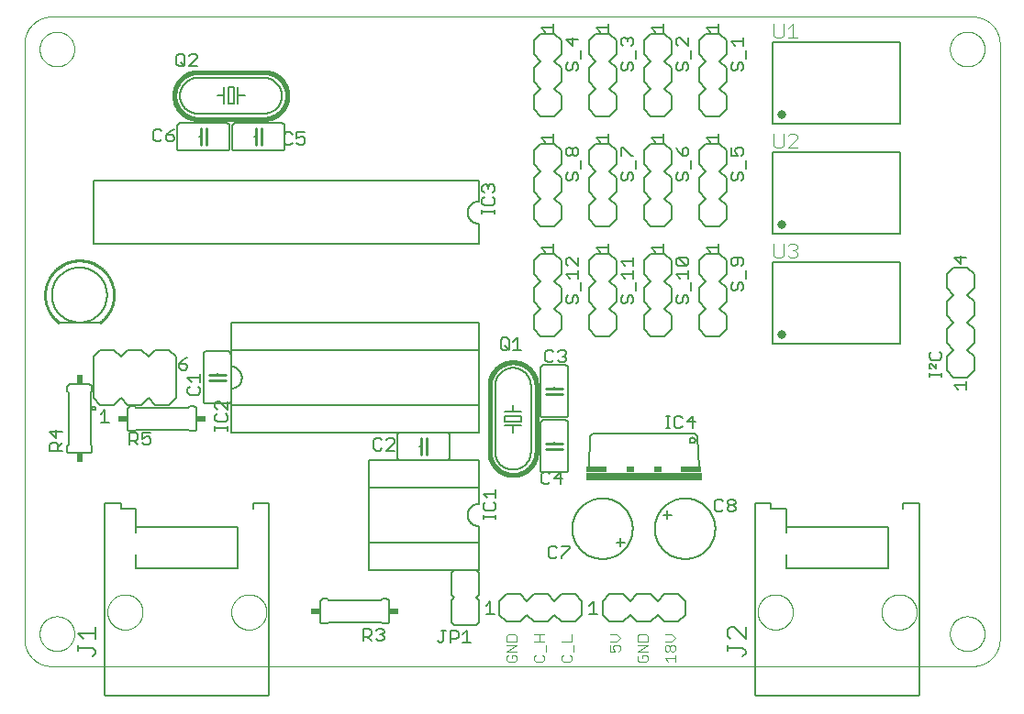
<source format=gto>
G75*
%MOIN*%
%OFA0B0*%
%FSLAX25Y25*%
%IPPOS*%
%LPD*%
%AMOC8*
5,1,8,0,0,1.08239X$1,22.5*
%
%ADD10C,0.00000*%
%ADD11C,0.00300*%
%ADD12C,0.00600*%
%ADD13C,0.01000*%
%ADD14C,0.00500*%
%ADD15C,0.00800*%
%ADD16C,0.01600*%
%ADD17R,0.03400X0.02400*%
%ADD18R,0.02400X0.03400*%
%ADD19C,0.03162*%
%ADD20C,0.00400*%
%ADD21R,0.42000X0.03000*%
%ADD22R,0.07500X0.02000*%
%ADD23R,0.03000X0.02000*%
D10*
X0026059Y0048303D02*
X0360705Y0048303D01*
X0360943Y0048306D01*
X0361181Y0048314D01*
X0361418Y0048329D01*
X0361655Y0048349D01*
X0361891Y0048375D01*
X0362127Y0048406D01*
X0362362Y0048443D01*
X0362596Y0048486D01*
X0362829Y0048535D01*
X0363061Y0048589D01*
X0363291Y0048649D01*
X0363520Y0048714D01*
X0363747Y0048785D01*
X0363972Y0048861D01*
X0364195Y0048943D01*
X0364417Y0049030D01*
X0364636Y0049122D01*
X0364853Y0049220D01*
X0365067Y0049322D01*
X0365279Y0049430D01*
X0365489Y0049544D01*
X0365695Y0049662D01*
X0365899Y0049785D01*
X0366099Y0049913D01*
X0366296Y0050045D01*
X0366491Y0050183D01*
X0366681Y0050325D01*
X0366869Y0050472D01*
X0367052Y0050623D01*
X0367232Y0050778D01*
X0367408Y0050938D01*
X0367580Y0051102D01*
X0367749Y0051271D01*
X0367913Y0051443D01*
X0368073Y0051619D01*
X0368228Y0051799D01*
X0368379Y0051982D01*
X0368526Y0052170D01*
X0368668Y0052360D01*
X0368806Y0052555D01*
X0368938Y0052752D01*
X0369066Y0052952D01*
X0369189Y0053156D01*
X0369307Y0053362D01*
X0369421Y0053572D01*
X0369529Y0053784D01*
X0369631Y0053998D01*
X0369729Y0054215D01*
X0369821Y0054434D01*
X0369908Y0054656D01*
X0369990Y0054879D01*
X0370066Y0055104D01*
X0370137Y0055331D01*
X0370202Y0055560D01*
X0370262Y0055790D01*
X0370316Y0056022D01*
X0370365Y0056255D01*
X0370408Y0056489D01*
X0370445Y0056724D01*
X0370476Y0056960D01*
X0370502Y0057196D01*
X0370522Y0057433D01*
X0370537Y0057670D01*
X0370545Y0057908D01*
X0370548Y0058146D01*
X0370547Y0058146D02*
X0370547Y0274681D01*
X0370548Y0274681D02*
X0370545Y0274919D01*
X0370537Y0275157D01*
X0370522Y0275394D01*
X0370502Y0275631D01*
X0370476Y0275867D01*
X0370445Y0276103D01*
X0370408Y0276338D01*
X0370365Y0276572D01*
X0370316Y0276805D01*
X0370262Y0277037D01*
X0370202Y0277267D01*
X0370137Y0277496D01*
X0370066Y0277723D01*
X0369990Y0277948D01*
X0369908Y0278171D01*
X0369821Y0278393D01*
X0369729Y0278612D01*
X0369631Y0278829D01*
X0369529Y0279043D01*
X0369421Y0279255D01*
X0369307Y0279465D01*
X0369189Y0279671D01*
X0369066Y0279875D01*
X0368938Y0280075D01*
X0368806Y0280272D01*
X0368668Y0280467D01*
X0368526Y0280657D01*
X0368379Y0280845D01*
X0368228Y0281028D01*
X0368073Y0281208D01*
X0367913Y0281384D01*
X0367749Y0281556D01*
X0367580Y0281725D01*
X0367408Y0281889D01*
X0367232Y0282049D01*
X0367052Y0282204D01*
X0366869Y0282355D01*
X0366681Y0282502D01*
X0366491Y0282644D01*
X0366296Y0282782D01*
X0366099Y0282914D01*
X0365899Y0283042D01*
X0365695Y0283165D01*
X0365489Y0283283D01*
X0365279Y0283397D01*
X0365067Y0283505D01*
X0364853Y0283607D01*
X0364636Y0283705D01*
X0364417Y0283797D01*
X0364195Y0283884D01*
X0363972Y0283966D01*
X0363747Y0284042D01*
X0363520Y0284113D01*
X0363291Y0284178D01*
X0363061Y0284238D01*
X0362829Y0284292D01*
X0362596Y0284341D01*
X0362362Y0284384D01*
X0362127Y0284421D01*
X0361891Y0284452D01*
X0361655Y0284478D01*
X0361418Y0284498D01*
X0361181Y0284513D01*
X0360943Y0284521D01*
X0360705Y0284524D01*
X0026059Y0284524D01*
X0025821Y0284521D01*
X0025583Y0284513D01*
X0025346Y0284498D01*
X0025109Y0284478D01*
X0024873Y0284452D01*
X0024637Y0284421D01*
X0024402Y0284384D01*
X0024168Y0284341D01*
X0023935Y0284292D01*
X0023703Y0284238D01*
X0023473Y0284178D01*
X0023244Y0284113D01*
X0023017Y0284042D01*
X0022792Y0283966D01*
X0022569Y0283884D01*
X0022347Y0283797D01*
X0022128Y0283705D01*
X0021911Y0283607D01*
X0021697Y0283505D01*
X0021485Y0283397D01*
X0021275Y0283283D01*
X0021069Y0283165D01*
X0020865Y0283042D01*
X0020665Y0282914D01*
X0020468Y0282782D01*
X0020273Y0282644D01*
X0020083Y0282502D01*
X0019895Y0282355D01*
X0019712Y0282204D01*
X0019532Y0282049D01*
X0019356Y0281889D01*
X0019184Y0281725D01*
X0019015Y0281556D01*
X0018851Y0281384D01*
X0018691Y0281208D01*
X0018536Y0281028D01*
X0018385Y0280845D01*
X0018238Y0280657D01*
X0018096Y0280467D01*
X0017958Y0280272D01*
X0017826Y0280075D01*
X0017698Y0279875D01*
X0017575Y0279671D01*
X0017457Y0279465D01*
X0017343Y0279255D01*
X0017235Y0279043D01*
X0017133Y0278829D01*
X0017035Y0278612D01*
X0016943Y0278393D01*
X0016856Y0278171D01*
X0016774Y0277948D01*
X0016698Y0277723D01*
X0016627Y0277496D01*
X0016562Y0277267D01*
X0016502Y0277037D01*
X0016448Y0276805D01*
X0016399Y0276572D01*
X0016356Y0276338D01*
X0016319Y0276103D01*
X0016288Y0275867D01*
X0016262Y0275631D01*
X0016242Y0275394D01*
X0016227Y0275157D01*
X0016219Y0274919D01*
X0016216Y0274681D01*
X0016217Y0274681D02*
X0016217Y0058146D01*
X0016216Y0058146D02*
X0016219Y0057908D01*
X0016227Y0057670D01*
X0016242Y0057433D01*
X0016262Y0057196D01*
X0016288Y0056960D01*
X0016319Y0056724D01*
X0016356Y0056489D01*
X0016399Y0056255D01*
X0016448Y0056022D01*
X0016502Y0055790D01*
X0016562Y0055560D01*
X0016627Y0055331D01*
X0016698Y0055104D01*
X0016774Y0054879D01*
X0016856Y0054656D01*
X0016943Y0054434D01*
X0017035Y0054215D01*
X0017133Y0053998D01*
X0017235Y0053784D01*
X0017343Y0053572D01*
X0017457Y0053362D01*
X0017575Y0053156D01*
X0017698Y0052952D01*
X0017826Y0052752D01*
X0017958Y0052555D01*
X0018096Y0052360D01*
X0018238Y0052170D01*
X0018385Y0051982D01*
X0018536Y0051799D01*
X0018691Y0051619D01*
X0018851Y0051443D01*
X0019015Y0051271D01*
X0019184Y0051102D01*
X0019356Y0050938D01*
X0019532Y0050778D01*
X0019712Y0050623D01*
X0019895Y0050472D01*
X0020083Y0050325D01*
X0020273Y0050183D01*
X0020468Y0050045D01*
X0020665Y0049913D01*
X0020865Y0049785D01*
X0021069Y0049662D01*
X0021275Y0049544D01*
X0021485Y0049430D01*
X0021697Y0049322D01*
X0021911Y0049220D01*
X0022128Y0049122D01*
X0022347Y0049030D01*
X0022569Y0048943D01*
X0022792Y0048861D01*
X0023017Y0048785D01*
X0023244Y0048714D01*
X0023473Y0048649D01*
X0023703Y0048589D01*
X0023935Y0048535D01*
X0024168Y0048486D01*
X0024402Y0048443D01*
X0024637Y0048406D01*
X0024873Y0048375D01*
X0025109Y0048349D01*
X0025346Y0048329D01*
X0025583Y0048314D01*
X0025821Y0048306D01*
X0026059Y0048303D01*
X0021729Y0060114D02*
X0021731Y0060272D01*
X0021737Y0060430D01*
X0021747Y0060588D01*
X0021761Y0060746D01*
X0021779Y0060903D01*
X0021800Y0061060D01*
X0021826Y0061216D01*
X0021856Y0061372D01*
X0021889Y0061527D01*
X0021927Y0061680D01*
X0021968Y0061833D01*
X0022013Y0061985D01*
X0022062Y0062136D01*
X0022115Y0062285D01*
X0022171Y0062433D01*
X0022231Y0062579D01*
X0022295Y0062724D01*
X0022363Y0062867D01*
X0022434Y0063009D01*
X0022508Y0063149D01*
X0022586Y0063286D01*
X0022668Y0063422D01*
X0022752Y0063556D01*
X0022841Y0063687D01*
X0022932Y0063816D01*
X0023027Y0063943D01*
X0023124Y0064068D01*
X0023225Y0064190D01*
X0023329Y0064309D01*
X0023436Y0064426D01*
X0023546Y0064540D01*
X0023659Y0064651D01*
X0023774Y0064760D01*
X0023892Y0064865D01*
X0024013Y0064967D01*
X0024136Y0065067D01*
X0024262Y0065163D01*
X0024390Y0065256D01*
X0024520Y0065346D01*
X0024653Y0065432D01*
X0024788Y0065516D01*
X0024924Y0065595D01*
X0025063Y0065672D01*
X0025204Y0065744D01*
X0025346Y0065814D01*
X0025490Y0065879D01*
X0025636Y0065941D01*
X0025783Y0065999D01*
X0025932Y0066054D01*
X0026082Y0066105D01*
X0026233Y0066152D01*
X0026385Y0066195D01*
X0026538Y0066234D01*
X0026693Y0066270D01*
X0026848Y0066301D01*
X0027004Y0066329D01*
X0027160Y0066353D01*
X0027317Y0066373D01*
X0027475Y0066389D01*
X0027632Y0066401D01*
X0027791Y0066409D01*
X0027949Y0066413D01*
X0028107Y0066413D01*
X0028265Y0066409D01*
X0028424Y0066401D01*
X0028581Y0066389D01*
X0028739Y0066373D01*
X0028896Y0066353D01*
X0029052Y0066329D01*
X0029208Y0066301D01*
X0029363Y0066270D01*
X0029518Y0066234D01*
X0029671Y0066195D01*
X0029823Y0066152D01*
X0029974Y0066105D01*
X0030124Y0066054D01*
X0030273Y0065999D01*
X0030420Y0065941D01*
X0030566Y0065879D01*
X0030710Y0065814D01*
X0030852Y0065744D01*
X0030993Y0065672D01*
X0031132Y0065595D01*
X0031268Y0065516D01*
X0031403Y0065432D01*
X0031536Y0065346D01*
X0031666Y0065256D01*
X0031794Y0065163D01*
X0031920Y0065067D01*
X0032043Y0064967D01*
X0032164Y0064865D01*
X0032282Y0064760D01*
X0032397Y0064651D01*
X0032510Y0064540D01*
X0032620Y0064426D01*
X0032727Y0064309D01*
X0032831Y0064190D01*
X0032932Y0064068D01*
X0033029Y0063943D01*
X0033124Y0063816D01*
X0033215Y0063687D01*
X0033304Y0063556D01*
X0033388Y0063422D01*
X0033470Y0063286D01*
X0033548Y0063149D01*
X0033622Y0063009D01*
X0033693Y0062867D01*
X0033761Y0062724D01*
X0033825Y0062579D01*
X0033885Y0062433D01*
X0033941Y0062285D01*
X0033994Y0062136D01*
X0034043Y0061985D01*
X0034088Y0061833D01*
X0034129Y0061680D01*
X0034167Y0061527D01*
X0034200Y0061372D01*
X0034230Y0061216D01*
X0034256Y0061060D01*
X0034277Y0060903D01*
X0034295Y0060746D01*
X0034309Y0060588D01*
X0034319Y0060430D01*
X0034325Y0060272D01*
X0034327Y0060114D01*
X0034325Y0059956D01*
X0034319Y0059798D01*
X0034309Y0059640D01*
X0034295Y0059482D01*
X0034277Y0059325D01*
X0034256Y0059168D01*
X0034230Y0059012D01*
X0034200Y0058856D01*
X0034167Y0058701D01*
X0034129Y0058548D01*
X0034088Y0058395D01*
X0034043Y0058243D01*
X0033994Y0058092D01*
X0033941Y0057943D01*
X0033885Y0057795D01*
X0033825Y0057649D01*
X0033761Y0057504D01*
X0033693Y0057361D01*
X0033622Y0057219D01*
X0033548Y0057079D01*
X0033470Y0056942D01*
X0033388Y0056806D01*
X0033304Y0056672D01*
X0033215Y0056541D01*
X0033124Y0056412D01*
X0033029Y0056285D01*
X0032932Y0056160D01*
X0032831Y0056038D01*
X0032727Y0055919D01*
X0032620Y0055802D01*
X0032510Y0055688D01*
X0032397Y0055577D01*
X0032282Y0055468D01*
X0032164Y0055363D01*
X0032043Y0055261D01*
X0031920Y0055161D01*
X0031794Y0055065D01*
X0031666Y0054972D01*
X0031536Y0054882D01*
X0031403Y0054796D01*
X0031268Y0054712D01*
X0031132Y0054633D01*
X0030993Y0054556D01*
X0030852Y0054484D01*
X0030710Y0054414D01*
X0030566Y0054349D01*
X0030420Y0054287D01*
X0030273Y0054229D01*
X0030124Y0054174D01*
X0029974Y0054123D01*
X0029823Y0054076D01*
X0029671Y0054033D01*
X0029518Y0053994D01*
X0029363Y0053958D01*
X0029208Y0053927D01*
X0029052Y0053899D01*
X0028896Y0053875D01*
X0028739Y0053855D01*
X0028581Y0053839D01*
X0028424Y0053827D01*
X0028265Y0053819D01*
X0028107Y0053815D01*
X0027949Y0053815D01*
X0027791Y0053819D01*
X0027632Y0053827D01*
X0027475Y0053839D01*
X0027317Y0053855D01*
X0027160Y0053875D01*
X0027004Y0053899D01*
X0026848Y0053927D01*
X0026693Y0053958D01*
X0026538Y0053994D01*
X0026385Y0054033D01*
X0026233Y0054076D01*
X0026082Y0054123D01*
X0025932Y0054174D01*
X0025783Y0054229D01*
X0025636Y0054287D01*
X0025490Y0054349D01*
X0025346Y0054414D01*
X0025204Y0054484D01*
X0025063Y0054556D01*
X0024924Y0054633D01*
X0024788Y0054712D01*
X0024653Y0054796D01*
X0024520Y0054882D01*
X0024390Y0054972D01*
X0024262Y0055065D01*
X0024136Y0055161D01*
X0024013Y0055261D01*
X0023892Y0055363D01*
X0023774Y0055468D01*
X0023659Y0055577D01*
X0023546Y0055688D01*
X0023436Y0055802D01*
X0023329Y0055919D01*
X0023225Y0056038D01*
X0023124Y0056160D01*
X0023027Y0056285D01*
X0022932Y0056412D01*
X0022841Y0056541D01*
X0022752Y0056672D01*
X0022668Y0056806D01*
X0022586Y0056942D01*
X0022508Y0057079D01*
X0022434Y0057219D01*
X0022363Y0057361D01*
X0022295Y0057504D01*
X0022231Y0057649D01*
X0022171Y0057795D01*
X0022115Y0057943D01*
X0022062Y0058092D01*
X0022013Y0058243D01*
X0021968Y0058395D01*
X0021927Y0058548D01*
X0021889Y0058701D01*
X0021856Y0058856D01*
X0021826Y0059012D01*
X0021800Y0059168D01*
X0021779Y0059325D01*
X0021761Y0059482D01*
X0021747Y0059640D01*
X0021737Y0059798D01*
X0021731Y0059956D01*
X0021729Y0060114D01*
X0046372Y0067988D02*
X0046374Y0068148D01*
X0046380Y0068307D01*
X0046390Y0068466D01*
X0046404Y0068625D01*
X0046422Y0068784D01*
X0046443Y0068942D01*
X0046469Y0069099D01*
X0046499Y0069256D01*
X0046532Y0069412D01*
X0046570Y0069567D01*
X0046611Y0069721D01*
X0046656Y0069874D01*
X0046705Y0070026D01*
X0046758Y0070177D01*
X0046814Y0070326D01*
X0046875Y0070474D01*
X0046938Y0070620D01*
X0047006Y0070765D01*
X0047077Y0070908D01*
X0047151Y0071049D01*
X0047229Y0071188D01*
X0047311Y0071325D01*
X0047396Y0071460D01*
X0047484Y0071593D01*
X0047576Y0071724D01*
X0047670Y0071852D01*
X0047768Y0071978D01*
X0047869Y0072102D01*
X0047973Y0072223D01*
X0048080Y0072341D01*
X0048190Y0072457D01*
X0048303Y0072570D01*
X0048419Y0072680D01*
X0048537Y0072787D01*
X0048658Y0072891D01*
X0048782Y0072992D01*
X0048908Y0073090D01*
X0049036Y0073184D01*
X0049167Y0073276D01*
X0049300Y0073364D01*
X0049435Y0073449D01*
X0049572Y0073531D01*
X0049711Y0073609D01*
X0049852Y0073683D01*
X0049995Y0073754D01*
X0050140Y0073822D01*
X0050286Y0073885D01*
X0050434Y0073946D01*
X0050583Y0074002D01*
X0050734Y0074055D01*
X0050886Y0074104D01*
X0051039Y0074149D01*
X0051193Y0074190D01*
X0051348Y0074228D01*
X0051504Y0074261D01*
X0051661Y0074291D01*
X0051818Y0074317D01*
X0051976Y0074338D01*
X0052135Y0074356D01*
X0052294Y0074370D01*
X0052453Y0074380D01*
X0052612Y0074386D01*
X0052772Y0074388D01*
X0052932Y0074386D01*
X0053091Y0074380D01*
X0053250Y0074370D01*
X0053409Y0074356D01*
X0053568Y0074338D01*
X0053726Y0074317D01*
X0053883Y0074291D01*
X0054040Y0074261D01*
X0054196Y0074228D01*
X0054351Y0074190D01*
X0054505Y0074149D01*
X0054658Y0074104D01*
X0054810Y0074055D01*
X0054961Y0074002D01*
X0055110Y0073946D01*
X0055258Y0073885D01*
X0055404Y0073822D01*
X0055549Y0073754D01*
X0055692Y0073683D01*
X0055833Y0073609D01*
X0055972Y0073531D01*
X0056109Y0073449D01*
X0056244Y0073364D01*
X0056377Y0073276D01*
X0056508Y0073184D01*
X0056636Y0073090D01*
X0056762Y0072992D01*
X0056886Y0072891D01*
X0057007Y0072787D01*
X0057125Y0072680D01*
X0057241Y0072570D01*
X0057354Y0072457D01*
X0057464Y0072341D01*
X0057571Y0072223D01*
X0057675Y0072102D01*
X0057776Y0071978D01*
X0057874Y0071852D01*
X0057968Y0071724D01*
X0058060Y0071593D01*
X0058148Y0071460D01*
X0058233Y0071325D01*
X0058315Y0071188D01*
X0058393Y0071049D01*
X0058467Y0070908D01*
X0058538Y0070765D01*
X0058606Y0070620D01*
X0058669Y0070474D01*
X0058730Y0070326D01*
X0058786Y0070177D01*
X0058839Y0070026D01*
X0058888Y0069874D01*
X0058933Y0069721D01*
X0058974Y0069567D01*
X0059012Y0069412D01*
X0059045Y0069256D01*
X0059075Y0069099D01*
X0059101Y0068942D01*
X0059122Y0068784D01*
X0059140Y0068625D01*
X0059154Y0068466D01*
X0059164Y0068307D01*
X0059170Y0068148D01*
X0059172Y0067988D01*
X0059170Y0067828D01*
X0059164Y0067669D01*
X0059154Y0067510D01*
X0059140Y0067351D01*
X0059122Y0067192D01*
X0059101Y0067034D01*
X0059075Y0066877D01*
X0059045Y0066720D01*
X0059012Y0066564D01*
X0058974Y0066409D01*
X0058933Y0066255D01*
X0058888Y0066102D01*
X0058839Y0065950D01*
X0058786Y0065799D01*
X0058730Y0065650D01*
X0058669Y0065502D01*
X0058606Y0065356D01*
X0058538Y0065211D01*
X0058467Y0065068D01*
X0058393Y0064927D01*
X0058315Y0064788D01*
X0058233Y0064651D01*
X0058148Y0064516D01*
X0058060Y0064383D01*
X0057968Y0064252D01*
X0057874Y0064124D01*
X0057776Y0063998D01*
X0057675Y0063874D01*
X0057571Y0063753D01*
X0057464Y0063635D01*
X0057354Y0063519D01*
X0057241Y0063406D01*
X0057125Y0063296D01*
X0057007Y0063189D01*
X0056886Y0063085D01*
X0056762Y0062984D01*
X0056636Y0062886D01*
X0056508Y0062792D01*
X0056377Y0062700D01*
X0056244Y0062612D01*
X0056109Y0062527D01*
X0055972Y0062445D01*
X0055833Y0062367D01*
X0055692Y0062293D01*
X0055549Y0062222D01*
X0055404Y0062154D01*
X0055258Y0062091D01*
X0055110Y0062030D01*
X0054961Y0061974D01*
X0054810Y0061921D01*
X0054658Y0061872D01*
X0054505Y0061827D01*
X0054351Y0061786D01*
X0054196Y0061748D01*
X0054040Y0061715D01*
X0053883Y0061685D01*
X0053726Y0061659D01*
X0053568Y0061638D01*
X0053409Y0061620D01*
X0053250Y0061606D01*
X0053091Y0061596D01*
X0052932Y0061590D01*
X0052772Y0061588D01*
X0052612Y0061590D01*
X0052453Y0061596D01*
X0052294Y0061606D01*
X0052135Y0061620D01*
X0051976Y0061638D01*
X0051818Y0061659D01*
X0051661Y0061685D01*
X0051504Y0061715D01*
X0051348Y0061748D01*
X0051193Y0061786D01*
X0051039Y0061827D01*
X0050886Y0061872D01*
X0050734Y0061921D01*
X0050583Y0061974D01*
X0050434Y0062030D01*
X0050286Y0062091D01*
X0050140Y0062154D01*
X0049995Y0062222D01*
X0049852Y0062293D01*
X0049711Y0062367D01*
X0049572Y0062445D01*
X0049435Y0062527D01*
X0049300Y0062612D01*
X0049167Y0062700D01*
X0049036Y0062792D01*
X0048908Y0062886D01*
X0048782Y0062984D01*
X0048658Y0063085D01*
X0048537Y0063189D01*
X0048419Y0063296D01*
X0048303Y0063406D01*
X0048190Y0063519D01*
X0048080Y0063635D01*
X0047973Y0063753D01*
X0047869Y0063874D01*
X0047768Y0063998D01*
X0047670Y0064124D01*
X0047576Y0064252D01*
X0047484Y0064383D01*
X0047396Y0064516D01*
X0047311Y0064651D01*
X0047229Y0064788D01*
X0047151Y0064927D01*
X0047077Y0065068D01*
X0047006Y0065211D01*
X0046938Y0065356D01*
X0046875Y0065502D01*
X0046814Y0065650D01*
X0046758Y0065799D01*
X0046705Y0065950D01*
X0046656Y0066102D01*
X0046611Y0066255D01*
X0046570Y0066409D01*
X0046532Y0066564D01*
X0046499Y0066720D01*
X0046469Y0066877D01*
X0046443Y0067034D01*
X0046422Y0067192D01*
X0046404Y0067351D01*
X0046390Y0067510D01*
X0046380Y0067669D01*
X0046374Y0067828D01*
X0046372Y0067988D01*
X0091372Y0067988D02*
X0091374Y0068148D01*
X0091380Y0068307D01*
X0091390Y0068466D01*
X0091404Y0068625D01*
X0091422Y0068784D01*
X0091443Y0068942D01*
X0091469Y0069099D01*
X0091499Y0069256D01*
X0091532Y0069412D01*
X0091570Y0069567D01*
X0091611Y0069721D01*
X0091656Y0069874D01*
X0091705Y0070026D01*
X0091758Y0070177D01*
X0091814Y0070326D01*
X0091875Y0070474D01*
X0091938Y0070620D01*
X0092006Y0070765D01*
X0092077Y0070908D01*
X0092151Y0071049D01*
X0092229Y0071188D01*
X0092311Y0071325D01*
X0092396Y0071460D01*
X0092484Y0071593D01*
X0092576Y0071724D01*
X0092670Y0071852D01*
X0092768Y0071978D01*
X0092869Y0072102D01*
X0092973Y0072223D01*
X0093080Y0072341D01*
X0093190Y0072457D01*
X0093303Y0072570D01*
X0093419Y0072680D01*
X0093537Y0072787D01*
X0093658Y0072891D01*
X0093782Y0072992D01*
X0093908Y0073090D01*
X0094036Y0073184D01*
X0094167Y0073276D01*
X0094300Y0073364D01*
X0094435Y0073449D01*
X0094572Y0073531D01*
X0094711Y0073609D01*
X0094852Y0073683D01*
X0094995Y0073754D01*
X0095140Y0073822D01*
X0095286Y0073885D01*
X0095434Y0073946D01*
X0095583Y0074002D01*
X0095734Y0074055D01*
X0095886Y0074104D01*
X0096039Y0074149D01*
X0096193Y0074190D01*
X0096348Y0074228D01*
X0096504Y0074261D01*
X0096661Y0074291D01*
X0096818Y0074317D01*
X0096976Y0074338D01*
X0097135Y0074356D01*
X0097294Y0074370D01*
X0097453Y0074380D01*
X0097612Y0074386D01*
X0097772Y0074388D01*
X0097932Y0074386D01*
X0098091Y0074380D01*
X0098250Y0074370D01*
X0098409Y0074356D01*
X0098568Y0074338D01*
X0098726Y0074317D01*
X0098883Y0074291D01*
X0099040Y0074261D01*
X0099196Y0074228D01*
X0099351Y0074190D01*
X0099505Y0074149D01*
X0099658Y0074104D01*
X0099810Y0074055D01*
X0099961Y0074002D01*
X0100110Y0073946D01*
X0100258Y0073885D01*
X0100404Y0073822D01*
X0100549Y0073754D01*
X0100692Y0073683D01*
X0100833Y0073609D01*
X0100972Y0073531D01*
X0101109Y0073449D01*
X0101244Y0073364D01*
X0101377Y0073276D01*
X0101508Y0073184D01*
X0101636Y0073090D01*
X0101762Y0072992D01*
X0101886Y0072891D01*
X0102007Y0072787D01*
X0102125Y0072680D01*
X0102241Y0072570D01*
X0102354Y0072457D01*
X0102464Y0072341D01*
X0102571Y0072223D01*
X0102675Y0072102D01*
X0102776Y0071978D01*
X0102874Y0071852D01*
X0102968Y0071724D01*
X0103060Y0071593D01*
X0103148Y0071460D01*
X0103233Y0071325D01*
X0103315Y0071188D01*
X0103393Y0071049D01*
X0103467Y0070908D01*
X0103538Y0070765D01*
X0103606Y0070620D01*
X0103669Y0070474D01*
X0103730Y0070326D01*
X0103786Y0070177D01*
X0103839Y0070026D01*
X0103888Y0069874D01*
X0103933Y0069721D01*
X0103974Y0069567D01*
X0104012Y0069412D01*
X0104045Y0069256D01*
X0104075Y0069099D01*
X0104101Y0068942D01*
X0104122Y0068784D01*
X0104140Y0068625D01*
X0104154Y0068466D01*
X0104164Y0068307D01*
X0104170Y0068148D01*
X0104172Y0067988D01*
X0104170Y0067828D01*
X0104164Y0067669D01*
X0104154Y0067510D01*
X0104140Y0067351D01*
X0104122Y0067192D01*
X0104101Y0067034D01*
X0104075Y0066877D01*
X0104045Y0066720D01*
X0104012Y0066564D01*
X0103974Y0066409D01*
X0103933Y0066255D01*
X0103888Y0066102D01*
X0103839Y0065950D01*
X0103786Y0065799D01*
X0103730Y0065650D01*
X0103669Y0065502D01*
X0103606Y0065356D01*
X0103538Y0065211D01*
X0103467Y0065068D01*
X0103393Y0064927D01*
X0103315Y0064788D01*
X0103233Y0064651D01*
X0103148Y0064516D01*
X0103060Y0064383D01*
X0102968Y0064252D01*
X0102874Y0064124D01*
X0102776Y0063998D01*
X0102675Y0063874D01*
X0102571Y0063753D01*
X0102464Y0063635D01*
X0102354Y0063519D01*
X0102241Y0063406D01*
X0102125Y0063296D01*
X0102007Y0063189D01*
X0101886Y0063085D01*
X0101762Y0062984D01*
X0101636Y0062886D01*
X0101508Y0062792D01*
X0101377Y0062700D01*
X0101244Y0062612D01*
X0101109Y0062527D01*
X0100972Y0062445D01*
X0100833Y0062367D01*
X0100692Y0062293D01*
X0100549Y0062222D01*
X0100404Y0062154D01*
X0100258Y0062091D01*
X0100110Y0062030D01*
X0099961Y0061974D01*
X0099810Y0061921D01*
X0099658Y0061872D01*
X0099505Y0061827D01*
X0099351Y0061786D01*
X0099196Y0061748D01*
X0099040Y0061715D01*
X0098883Y0061685D01*
X0098726Y0061659D01*
X0098568Y0061638D01*
X0098409Y0061620D01*
X0098250Y0061606D01*
X0098091Y0061596D01*
X0097932Y0061590D01*
X0097772Y0061588D01*
X0097612Y0061590D01*
X0097453Y0061596D01*
X0097294Y0061606D01*
X0097135Y0061620D01*
X0096976Y0061638D01*
X0096818Y0061659D01*
X0096661Y0061685D01*
X0096504Y0061715D01*
X0096348Y0061748D01*
X0096193Y0061786D01*
X0096039Y0061827D01*
X0095886Y0061872D01*
X0095734Y0061921D01*
X0095583Y0061974D01*
X0095434Y0062030D01*
X0095286Y0062091D01*
X0095140Y0062154D01*
X0094995Y0062222D01*
X0094852Y0062293D01*
X0094711Y0062367D01*
X0094572Y0062445D01*
X0094435Y0062527D01*
X0094300Y0062612D01*
X0094167Y0062700D01*
X0094036Y0062792D01*
X0093908Y0062886D01*
X0093782Y0062984D01*
X0093658Y0063085D01*
X0093537Y0063189D01*
X0093419Y0063296D01*
X0093303Y0063406D01*
X0093190Y0063519D01*
X0093080Y0063635D01*
X0092973Y0063753D01*
X0092869Y0063874D01*
X0092768Y0063998D01*
X0092670Y0064124D01*
X0092576Y0064252D01*
X0092484Y0064383D01*
X0092396Y0064516D01*
X0092311Y0064651D01*
X0092229Y0064788D01*
X0092151Y0064927D01*
X0092077Y0065068D01*
X0092006Y0065211D01*
X0091938Y0065356D01*
X0091875Y0065502D01*
X0091814Y0065650D01*
X0091758Y0065799D01*
X0091705Y0065950D01*
X0091656Y0066102D01*
X0091611Y0066255D01*
X0091570Y0066409D01*
X0091532Y0066564D01*
X0091499Y0066720D01*
X0091469Y0066877D01*
X0091443Y0067034D01*
X0091422Y0067192D01*
X0091404Y0067351D01*
X0091390Y0067510D01*
X0091380Y0067669D01*
X0091374Y0067828D01*
X0091372Y0067988D01*
X0282592Y0067988D02*
X0282594Y0068148D01*
X0282600Y0068307D01*
X0282610Y0068466D01*
X0282624Y0068625D01*
X0282642Y0068784D01*
X0282663Y0068942D01*
X0282689Y0069099D01*
X0282719Y0069256D01*
X0282752Y0069412D01*
X0282790Y0069567D01*
X0282831Y0069721D01*
X0282876Y0069874D01*
X0282925Y0070026D01*
X0282978Y0070177D01*
X0283034Y0070326D01*
X0283095Y0070474D01*
X0283158Y0070620D01*
X0283226Y0070765D01*
X0283297Y0070908D01*
X0283371Y0071049D01*
X0283449Y0071188D01*
X0283531Y0071325D01*
X0283616Y0071460D01*
X0283704Y0071593D01*
X0283796Y0071724D01*
X0283890Y0071852D01*
X0283988Y0071978D01*
X0284089Y0072102D01*
X0284193Y0072223D01*
X0284300Y0072341D01*
X0284410Y0072457D01*
X0284523Y0072570D01*
X0284639Y0072680D01*
X0284757Y0072787D01*
X0284878Y0072891D01*
X0285002Y0072992D01*
X0285128Y0073090D01*
X0285256Y0073184D01*
X0285387Y0073276D01*
X0285520Y0073364D01*
X0285655Y0073449D01*
X0285792Y0073531D01*
X0285931Y0073609D01*
X0286072Y0073683D01*
X0286215Y0073754D01*
X0286360Y0073822D01*
X0286506Y0073885D01*
X0286654Y0073946D01*
X0286803Y0074002D01*
X0286954Y0074055D01*
X0287106Y0074104D01*
X0287259Y0074149D01*
X0287413Y0074190D01*
X0287568Y0074228D01*
X0287724Y0074261D01*
X0287881Y0074291D01*
X0288038Y0074317D01*
X0288196Y0074338D01*
X0288355Y0074356D01*
X0288514Y0074370D01*
X0288673Y0074380D01*
X0288832Y0074386D01*
X0288992Y0074388D01*
X0289152Y0074386D01*
X0289311Y0074380D01*
X0289470Y0074370D01*
X0289629Y0074356D01*
X0289788Y0074338D01*
X0289946Y0074317D01*
X0290103Y0074291D01*
X0290260Y0074261D01*
X0290416Y0074228D01*
X0290571Y0074190D01*
X0290725Y0074149D01*
X0290878Y0074104D01*
X0291030Y0074055D01*
X0291181Y0074002D01*
X0291330Y0073946D01*
X0291478Y0073885D01*
X0291624Y0073822D01*
X0291769Y0073754D01*
X0291912Y0073683D01*
X0292053Y0073609D01*
X0292192Y0073531D01*
X0292329Y0073449D01*
X0292464Y0073364D01*
X0292597Y0073276D01*
X0292728Y0073184D01*
X0292856Y0073090D01*
X0292982Y0072992D01*
X0293106Y0072891D01*
X0293227Y0072787D01*
X0293345Y0072680D01*
X0293461Y0072570D01*
X0293574Y0072457D01*
X0293684Y0072341D01*
X0293791Y0072223D01*
X0293895Y0072102D01*
X0293996Y0071978D01*
X0294094Y0071852D01*
X0294188Y0071724D01*
X0294280Y0071593D01*
X0294368Y0071460D01*
X0294453Y0071325D01*
X0294535Y0071188D01*
X0294613Y0071049D01*
X0294687Y0070908D01*
X0294758Y0070765D01*
X0294826Y0070620D01*
X0294889Y0070474D01*
X0294950Y0070326D01*
X0295006Y0070177D01*
X0295059Y0070026D01*
X0295108Y0069874D01*
X0295153Y0069721D01*
X0295194Y0069567D01*
X0295232Y0069412D01*
X0295265Y0069256D01*
X0295295Y0069099D01*
X0295321Y0068942D01*
X0295342Y0068784D01*
X0295360Y0068625D01*
X0295374Y0068466D01*
X0295384Y0068307D01*
X0295390Y0068148D01*
X0295392Y0067988D01*
X0295390Y0067828D01*
X0295384Y0067669D01*
X0295374Y0067510D01*
X0295360Y0067351D01*
X0295342Y0067192D01*
X0295321Y0067034D01*
X0295295Y0066877D01*
X0295265Y0066720D01*
X0295232Y0066564D01*
X0295194Y0066409D01*
X0295153Y0066255D01*
X0295108Y0066102D01*
X0295059Y0065950D01*
X0295006Y0065799D01*
X0294950Y0065650D01*
X0294889Y0065502D01*
X0294826Y0065356D01*
X0294758Y0065211D01*
X0294687Y0065068D01*
X0294613Y0064927D01*
X0294535Y0064788D01*
X0294453Y0064651D01*
X0294368Y0064516D01*
X0294280Y0064383D01*
X0294188Y0064252D01*
X0294094Y0064124D01*
X0293996Y0063998D01*
X0293895Y0063874D01*
X0293791Y0063753D01*
X0293684Y0063635D01*
X0293574Y0063519D01*
X0293461Y0063406D01*
X0293345Y0063296D01*
X0293227Y0063189D01*
X0293106Y0063085D01*
X0292982Y0062984D01*
X0292856Y0062886D01*
X0292728Y0062792D01*
X0292597Y0062700D01*
X0292464Y0062612D01*
X0292329Y0062527D01*
X0292192Y0062445D01*
X0292053Y0062367D01*
X0291912Y0062293D01*
X0291769Y0062222D01*
X0291624Y0062154D01*
X0291478Y0062091D01*
X0291330Y0062030D01*
X0291181Y0061974D01*
X0291030Y0061921D01*
X0290878Y0061872D01*
X0290725Y0061827D01*
X0290571Y0061786D01*
X0290416Y0061748D01*
X0290260Y0061715D01*
X0290103Y0061685D01*
X0289946Y0061659D01*
X0289788Y0061638D01*
X0289629Y0061620D01*
X0289470Y0061606D01*
X0289311Y0061596D01*
X0289152Y0061590D01*
X0288992Y0061588D01*
X0288832Y0061590D01*
X0288673Y0061596D01*
X0288514Y0061606D01*
X0288355Y0061620D01*
X0288196Y0061638D01*
X0288038Y0061659D01*
X0287881Y0061685D01*
X0287724Y0061715D01*
X0287568Y0061748D01*
X0287413Y0061786D01*
X0287259Y0061827D01*
X0287106Y0061872D01*
X0286954Y0061921D01*
X0286803Y0061974D01*
X0286654Y0062030D01*
X0286506Y0062091D01*
X0286360Y0062154D01*
X0286215Y0062222D01*
X0286072Y0062293D01*
X0285931Y0062367D01*
X0285792Y0062445D01*
X0285655Y0062527D01*
X0285520Y0062612D01*
X0285387Y0062700D01*
X0285256Y0062792D01*
X0285128Y0062886D01*
X0285002Y0062984D01*
X0284878Y0063085D01*
X0284757Y0063189D01*
X0284639Y0063296D01*
X0284523Y0063406D01*
X0284410Y0063519D01*
X0284300Y0063635D01*
X0284193Y0063753D01*
X0284089Y0063874D01*
X0283988Y0063998D01*
X0283890Y0064124D01*
X0283796Y0064252D01*
X0283704Y0064383D01*
X0283616Y0064516D01*
X0283531Y0064651D01*
X0283449Y0064788D01*
X0283371Y0064927D01*
X0283297Y0065068D01*
X0283226Y0065211D01*
X0283158Y0065356D01*
X0283095Y0065502D01*
X0283034Y0065650D01*
X0282978Y0065799D01*
X0282925Y0065950D01*
X0282876Y0066102D01*
X0282831Y0066255D01*
X0282790Y0066409D01*
X0282752Y0066564D01*
X0282719Y0066720D01*
X0282689Y0066877D01*
X0282663Y0067034D01*
X0282642Y0067192D01*
X0282624Y0067351D01*
X0282610Y0067510D01*
X0282600Y0067669D01*
X0282594Y0067828D01*
X0282592Y0067988D01*
X0327592Y0067988D02*
X0327594Y0068148D01*
X0327600Y0068307D01*
X0327610Y0068466D01*
X0327624Y0068625D01*
X0327642Y0068784D01*
X0327663Y0068942D01*
X0327689Y0069099D01*
X0327719Y0069256D01*
X0327752Y0069412D01*
X0327790Y0069567D01*
X0327831Y0069721D01*
X0327876Y0069874D01*
X0327925Y0070026D01*
X0327978Y0070177D01*
X0328034Y0070326D01*
X0328095Y0070474D01*
X0328158Y0070620D01*
X0328226Y0070765D01*
X0328297Y0070908D01*
X0328371Y0071049D01*
X0328449Y0071188D01*
X0328531Y0071325D01*
X0328616Y0071460D01*
X0328704Y0071593D01*
X0328796Y0071724D01*
X0328890Y0071852D01*
X0328988Y0071978D01*
X0329089Y0072102D01*
X0329193Y0072223D01*
X0329300Y0072341D01*
X0329410Y0072457D01*
X0329523Y0072570D01*
X0329639Y0072680D01*
X0329757Y0072787D01*
X0329878Y0072891D01*
X0330002Y0072992D01*
X0330128Y0073090D01*
X0330256Y0073184D01*
X0330387Y0073276D01*
X0330520Y0073364D01*
X0330655Y0073449D01*
X0330792Y0073531D01*
X0330931Y0073609D01*
X0331072Y0073683D01*
X0331215Y0073754D01*
X0331360Y0073822D01*
X0331506Y0073885D01*
X0331654Y0073946D01*
X0331803Y0074002D01*
X0331954Y0074055D01*
X0332106Y0074104D01*
X0332259Y0074149D01*
X0332413Y0074190D01*
X0332568Y0074228D01*
X0332724Y0074261D01*
X0332881Y0074291D01*
X0333038Y0074317D01*
X0333196Y0074338D01*
X0333355Y0074356D01*
X0333514Y0074370D01*
X0333673Y0074380D01*
X0333832Y0074386D01*
X0333992Y0074388D01*
X0334152Y0074386D01*
X0334311Y0074380D01*
X0334470Y0074370D01*
X0334629Y0074356D01*
X0334788Y0074338D01*
X0334946Y0074317D01*
X0335103Y0074291D01*
X0335260Y0074261D01*
X0335416Y0074228D01*
X0335571Y0074190D01*
X0335725Y0074149D01*
X0335878Y0074104D01*
X0336030Y0074055D01*
X0336181Y0074002D01*
X0336330Y0073946D01*
X0336478Y0073885D01*
X0336624Y0073822D01*
X0336769Y0073754D01*
X0336912Y0073683D01*
X0337053Y0073609D01*
X0337192Y0073531D01*
X0337329Y0073449D01*
X0337464Y0073364D01*
X0337597Y0073276D01*
X0337728Y0073184D01*
X0337856Y0073090D01*
X0337982Y0072992D01*
X0338106Y0072891D01*
X0338227Y0072787D01*
X0338345Y0072680D01*
X0338461Y0072570D01*
X0338574Y0072457D01*
X0338684Y0072341D01*
X0338791Y0072223D01*
X0338895Y0072102D01*
X0338996Y0071978D01*
X0339094Y0071852D01*
X0339188Y0071724D01*
X0339280Y0071593D01*
X0339368Y0071460D01*
X0339453Y0071325D01*
X0339535Y0071188D01*
X0339613Y0071049D01*
X0339687Y0070908D01*
X0339758Y0070765D01*
X0339826Y0070620D01*
X0339889Y0070474D01*
X0339950Y0070326D01*
X0340006Y0070177D01*
X0340059Y0070026D01*
X0340108Y0069874D01*
X0340153Y0069721D01*
X0340194Y0069567D01*
X0340232Y0069412D01*
X0340265Y0069256D01*
X0340295Y0069099D01*
X0340321Y0068942D01*
X0340342Y0068784D01*
X0340360Y0068625D01*
X0340374Y0068466D01*
X0340384Y0068307D01*
X0340390Y0068148D01*
X0340392Y0067988D01*
X0340390Y0067828D01*
X0340384Y0067669D01*
X0340374Y0067510D01*
X0340360Y0067351D01*
X0340342Y0067192D01*
X0340321Y0067034D01*
X0340295Y0066877D01*
X0340265Y0066720D01*
X0340232Y0066564D01*
X0340194Y0066409D01*
X0340153Y0066255D01*
X0340108Y0066102D01*
X0340059Y0065950D01*
X0340006Y0065799D01*
X0339950Y0065650D01*
X0339889Y0065502D01*
X0339826Y0065356D01*
X0339758Y0065211D01*
X0339687Y0065068D01*
X0339613Y0064927D01*
X0339535Y0064788D01*
X0339453Y0064651D01*
X0339368Y0064516D01*
X0339280Y0064383D01*
X0339188Y0064252D01*
X0339094Y0064124D01*
X0338996Y0063998D01*
X0338895Y0063874D01*
X0338791Y0063753D01*
X0338684Y0063635D01*
X0338574Y0063519D01*
X0338461Y0063406D01*
X0338345Y0063296D01*
X0338227Y0063189D01*
X0338106Y0063085D01*
X0337982Y0062984D01*
X0337856Y0062886D01*
X0337728Y0062792D01*
X0337597Y0062700D01*
X0337464Y0062612D01*
X0337329Y0062527D01*
X0337192Y0062445D01*
X0337053Y0062367D01*
X0336912Y0062293D01*
X0336769Y0062222D01*
X0336624Y0062154D01*
X0336478Y0062091D01*
X0336330Y0062030D01*
X0336181Y0061974D01*
X0336030Y0061921D01*
X0335878Y0061872D01*
X0335725Y0061827D01*
X0335571Y0061786D01*
X0335416Y0061748D01*
X0335260Y0061715D01*
X0335103Y0061685D01*
X0334946Y0061659D01*
X0334788Y0061638D01*
X0334629Y0061620D01*
X0334470Y0061606D01*
X0334311Y0061596D01*
X0334152Y0061590D01*
X0333992Y0061588D01*
X0333832Y0061590D01*
X0333673Y0061596D01*
X0333514Y0061606D01*
X0333355Y0061620D01*
X0333196Y0061638D01*
X0333038Y0061659D01*
X0332881Y0061685D01*
X0332724Y0061715D01*
X0332568Y0061748D01*
X0332413Y0061786D01*
X0332259Y0061827D01*
X0332106Y0061872D01*
X0331954Y0061921D01*
X0331803Y0061974D01*
X0331654Y0062030D01*
X0331506Y0062091D01*
X0331360Y0062154D01*
X0331215Y0062222D01*
X0331072Y0062293D01*
X0330931Y0062367D01*
X0330792Y0062445D01*
X0330655Y0062527D01*
X0330520Y0062612D01*
X0330387Y0062700D01*
X0330256Y0062792D01*
X0330128Y0062886D01*
X0330002Y0062984D01*
X0329878Y0063085D01*
X0329757Y0063189D01*
X0329639Y0063296D01*
X0329523Y0063406D01*
X0329410Y0063519D01*
X0329300Y0063635D01*
X0329193Y0063753D01*
X0329089Y0063874D01*
X0328988Y0063998D01*
X0328890Y0064124D01*
X0328796Y0064252D01*
X0328704Y0064383D01*
X0328616Y0064516D01*
X0328531Y0064651D01*
X0328449Y0064788D01*
X0328371Y0064927D01*
X0328297Y0065068D01*
X0328226Y0065211D01*
X0328158Y0065356D01*
X0328095Y0065502D01*
X0328034Y0065650D01*
X0327978Y0065799D01*
X0327925Y0065950D01*
X0327876Y0066102D01*
X0327831Y0066255D01*
X0327790Y0066409D01*
X0327752Y0066564D01*
X0327719Y0066720D01*
X0327689Y0066877D01*
X0327663Y0067034D01*
X0327642Y0067192D01*
X0327624Y0067351D01*
X0327610Y0067510D01*
X0327600Y0067669D01*
X0327594Y0067828D01*
X0327592Y0067988D01*
X0352437Y0060114D02*
X0352439Y0060272D01*
X0352445Y0060430D01*
X0352455Y0060588D01*
X0352469Y0060746D01*
X0352487Y0060903D01*
X0352508Y0061060D01*
X0352534Y0061216D01*
X0352564Y0061372D01*
X0352597Y0061527D01*
X0352635Y0061680D01*
X0352676Y0061833D01*
X0352721Y0061985D01*
X0352770Y0062136D01*
X0352823Y0062285D01*
X0352879Y0062433D01*
X0352939Y0062579D01*
X0353003Y0062724D01*
X0353071Y0062867D01*
X0353142Y0063009D01*
X0353216Y0063149D01*
X0353294Y0063286D01*
X0353376Y0063422D01*
X0353460Y0063556D01*
X0353549Y0063687D01*
X0353640Y0063816D01*
X0353735Y0063943D01*
X0353832Y0064068D01*
X0353933Y0064190D01*
X0354037Y0064309D01*
X0354144Y0064426D01*
X0354254Y0064540D01*
X0354367Y0064651D01*
X0354482Y0064760D01*
X0354600Y0064865D01*
X0354721Y0064967D01*
X0354844Y0065067D01*
X0354970Y0065163D01*
X0355098Y0065256D01*
X0355228Y0065346D01*
X0355361Y0065432D01*
X0355496Y0065516D01*
X0355632Y0065595D01*
X0355771Y0065672D01*
X0355912Y0065744D01*
X0356054Y0065814D01*
X0356198Y0065879D01*
X0356344Y0065941D01*
X0356491Y0065999D01*
X0356640Y0066054D01*
X0356790Y0066105D01*
X0356941Y0066152D01*
X0357093Y0066195D01*
X0357246Y0066234D01*
X0357401Y0066270D01*
X0357556Y0066301D01*
X0357712Y0066329D01*
X0357868Y0066353D01*
X0358025Y0066373D01*
X0358183Y0066389D01*
X0358340Y0066401D01*
X0358499Y0066409D01*
X0358657Y0066413D01*
X0358815Y0066413D01*
X0358973Y0066409D01*
X0359132Y0066401D01*
X0359289Y0066389D01*
X0359447Y0066373D01*
X0359604Y0066353D01*
X0359760Y0066329D01*
X0359916Y0066301D01*
X0360071Y0066270D01*
X0360226Y0066234D01*
X0360379Y0066195D01*
X0360531Y0066152D01*
X0360682Y0066105D01*
X0360832Y0066054D01*
X0360981Y0065999D01*
X0361128Y0065941D01*
X0361274Y0065879D01*
X0361418Y0065814D01*
X0361560Y0065744D01*
X0361701Y0065672D01*
X0361840Y0065595D01*
X0361976Y0065516D01*
X0362111Y0065432D01*
X0362244Y0065346D01*
X0362374Y0065256D01*
X0362502Y0065163D01*
X0362628Y0065067D01*
X0362751Y0064967D01*
X0362872Y0064865D01*
X0362990Y0064760D01*
X0363105Y0064651D01*
X0363218Y0064540D01*
X0363328Y0064426D01*
X0363435Y0064309D01*
X0363539Y0064190D01*
X0363640Y0064068D01*
X0363737Y0063943D01*
X0363832Y0063816D01*
X0363923Y0063687D01*
X0364012Y0063556D01*
X0364096Y0063422D01*
X0364178Y0063286D01*
X0364256Y0063149D01*
X0364330Y0063009D01*
X0364401Y0062867D01*
X0364469Y0062724D01*
X0364533Y0062579D01*
X0364593Y0062433D01*
X0364649Y0062285D01*
X0364702Y0062136D01*
X0364751Y0061985D01*
X0364796Y0061833D01*
X0364837Y0061680D01*
X0364875Y0061527D01*
X0364908Y0061372D01*
X0364938Y0061216D01*
X0364964Y0061060D01*
X0364985Y0060903D01*
X0365003Y0060746D01*
X0365017Y0060588D01*
X0365027Y0060430D01*
X0365033Y0060272D01*
X0365035Y0060114D01*
X0365033Y0059956D01*
X0365027Y0059798D01*
X0365017Y0059640D01*
X0365003Y0059482D01*
X0364985Y0059325D01*
X0364964Y0059168D01*
X0364938Y0059012D01*
X0364908Y0058856D01*
X0364875Y0058701D01*
X0364837Y0058548D01*
X0364796Y0058395D01*
X0364751Y0058243D01*
X0364702Y0058092D01*
X0364649Y0057943D01*
X0364593Y0057795D01*
X0364533Y0057649D01*
X0364469Y0057504D01*
X0364401Y0057361D01*
X0364330Y0057219D01*
X0364256Y0057079D01*
X0364178Y0056942D01*
X0364096Y0056806D01*
X0364012Y0056672D01*
X0363923Y0056541D01*
X0363832Y0056412D01*
X0363737Y0056285D01*
X0363640Y0056160D01*
X0363539Y0056038D01*
X0363435Y0055919D01*
X0363328Y0055802D01*
X0363218Y0055688D01*
X0363105Y0055577D01*
X0362990Y0055468D01*
X0362872Y0055363D01*
X0362751Y0055261D01*
X0362628Y0055161D01*
X0362502Y0055065D01*
X0362374Y0054972D01*
X0362244Y0054882D01*
X0362111Y0054796D01*
X0361976Y0054712D01*
X0361840Y0054633D01*
X0361701Y0054556D01*
X0361560Y0054484D01*
X0361418Y0054414D01*
X0361274Y0054349D01*
X0361128Y0054287D01*
X0360981Y0054229D01*
X0360832Y0054174D01*
X0360682Y0054123D01*
X0360531Y0054076D01*
X0360379Y0054033D01*
X0360226Y0053994D01*
X0360071Y0053958D01*
X0359916Y0053927D01*
X0359760Y0053899D01*
X0359604Y0053875D01*
X0359447Y0053855D01*
X0359289Y0053839D01*
X0359132Y0053827D01*
X0358973Y0053819D01*
X0358815Y0053815D01*
X0358657Y0053815D01*
X0358499Y0053819D01*
X0358340Y0053827D01*
X0358183Y0053839D01*
X0358025Y0053855D01*
X0357868Y0053875D01*
X0357712Y0053899D01*
X0357556Y0053927D01*
X0357401Y0053958D01*
X0357246Y0053994D01*
X0357093Y0054033D01*
X0356941Y0054076D01*
X0356790Y0054123D01*
X0356640Y0054174D01*
X0356491Y0054229D01*
X0356344Y0054287D01*
X0356198Y0054349D01*
X0356054Y0054414D01*
X0355912Y0054484D01*
X0355771Y0054556D01*
X0355632Y0054633D01*
X0355496Y0054712D01*
X0355361Y0054796D01*
X0355228Y0054882D01*
X0355098Y0054972D01*
X0354970Y0055065D01*
X0354844Y0055161D01*
X0354721Y0055261D01*
X0354600Y0055363D01*
X0354482Y0055468D01*
X0354367Y0055577D01*
X0354254Y0055688D01*
X0354144Y0055802D01*
X0354037Y0055919D01*
X0353933Y0056038D01*
X0353832Y0056160D01*
X0353735Y0056285D01*
X0353640Y0056412D01*
X0353549Y0056541D01*
X0353460Y0056672D01*
X0353376Y0056806D01*
X0353294Y0056942D01*
X0353216Y0057079D01*
X0353142Y0057219D01*
X0353071Y0057361D01*
X0353003Y0057504D01*
X0352939Y0057649D01*
X0352879Y0057795D01*
X0352823Y0057943D01*
X0352770Y0058092D01*
X0352721Y0058243D01*
X0352676Y0058395D01*
X0352635Y0058548D01*
X0352597Y0058701D01*
X0352564Y0058856D01*
X0352534Y0059012D01*
X0352508Y0059168D01*
X0352487Y0059325D01*
X0352469Y0059482D01*
X0352455Y0059640D01*
X0352445Y0059798D01*
X0352439Y0059956D01*
X0352437Y0060114D01*
X0352437Y0272713D02*
X0352439Y0272871D01*
X0352445Y0273029D01*
X0352455Y0273187D01*
X0352469Y0273345D01*
X0352487Y0273502D01*
X0352508Y0273659D01*
X0352534Y0273815D01*
X0352564Y0273971D01*
X0352597Y0274126D01*
X0352635Y0274279D01*
X0352676Y0274432D01*
X0352721Y0274584D01*
X0352770Y0274735D01*
X0352823Y0274884D01*
X0352879Y0275032D01*
X0352939Y0275178D01*
X0353003Y0275323D01*
X0353071Y0275466D01*
X0353142Y0275608D01*
X0353216Y0275748D01*
X0353294Y0275885D01*
X0353376Y0276021D01*
X0353460Y0276155D01*
X0353549Y0276286D01*
X0353640Y0276415D01*
X0353735Y0276542D01*
X0353832Y0276667D01*
X0353933Y0276789D01*
X0354037Y0276908D01*
X0354144Y0277025D01*
X0354254Y0277139D01*
X0354367Y0277250D01*
X0354482Y0277359D01*
X0354600Y0277464D01*
X0354721Y0277566D01*
X0354844Y0277666D01*
X0354970Y0277762D01*
X0355098Y0277855D01*
X0355228Y0277945D01*
X0355361Y0278031D01*
X0355496Y0278115D01*
X0355632Y0278194D01*
X0355771Y0278271D01*
X0355912Y0278343D01*
X0356054Y0278413D01*
X0356198Y0278478D01*
X0356344Y0278540D01*
X0356491Y0278598D01*
X0356640Y0278653D01*
X0356790Y0278704D01*
X0356941Y0278751D01*
X0357093Y0278794D01*
X0357246Y0278833D01*
X0357401Y0278869D01*
X0357556Y0278900D01*
X0357712Y0278928D01*
X0357868Y0278952D01*
X0358025Y0278972D01*
X0358183Y0278988D01*
X0358340Y0279000D01*
X0358499Y0279008D01*
X0358657Y0279012D01*
X0358815Y0279012D01*
X0358973Y0279008D01*
X0359132Y0279000D01*
X0359289Y0278988D01*
X0359447Y0278972D01*
X0359604Y0278952D01*
X0359760Y0278928D01*
X0359916Y0278900D01*
X0360071Y0278869D01*
X0360226Y0278833D01*
X0360379Y0278794D01*
X0360531Y0278751D01*
X0360682Y0278704D01*
X0360832Y0278653D01*
X0360981Y0278598D01*
X0361128Y0278540D01*
X0361274Y0278478D01*
X0361418Y0278413D01*
X0361560Y0278343D01*
X0361701Y0278271D01*
X0361840Y0278194D01*
X0361976Y0278115D01*
X0362111Y0278031D01*
X0362244Y0277945D01*
X0362374Y0277855D01*
X0362502Y0277762D01*
X0362628Y0277666D01*
X0362751Y0277566D01*
X0362872Y0277464D01*
X0362990Y0277359D01*
X0363105Y0277250D01*
X0363218Y0277139D01*
X0363328Y0277025D01*
X0363435Y0276908D01*
X0363539Y0276789D01*
X0363640Y0276667D01*
X0363737Y0276542D01*
X0363832Y0276415D01*
X0363923Y0276286D01*
X0364012Y0276155D01*
X0364096Y0276021D01*
X0364178Y0275885D01*
X0364256Y0275748D01*
X0364330Y0275608D01*
X0364401Y0275466D01*
X0364469Y0275323D01*
X0364533Y0275178D01*
X0364593Y0275032D01*
X0364649Y0274884D01*
X0364702Y0274735D01*
X0364751Y0274584D01*
X0364796Y0274432D01*
X0364837Y0274279D01*
X0364875Y0274126D01*
X0364908Y0273971D01*
X0364938Y0273815D01*
X0364964Y0273659D01*
X0364985Y0273502D01*
X0365003Y0273345D01*
X0365017Y0273187D01*
X0365027Y0273029D01*
X0365033Y0272871D01*
X0365035Y0272713D01*
X0365033Y0272555D01*
X0365027Y0272397D01*
X0365017Y0272239D01*
X0365003Y0272081D01*
X0364985Y0271924D01*
X0364964Y0271767D01*
X0364938Y0271611D01*
X0364908Y0271455D01*
X0364875Y0271300D01*
X0364837Y0271147D01*
X0364796Y0270994D01*
X0364751Y0270842D01*
X0364702Y0270691D01*
X0364649Y0270542D01*
X0364593Y0270394D01*
X0364533Y0270248D01*
X0364469Y0270103D01*
X0364401Y0269960D01*
X0364330Y0269818D01*
X0364256Y0269678D01*
X0364178Y0269541D01*
X0364096Y0269405D01*
X0364012Y0269271D01*
X0363923Y0269140D01*
X0363832Y0269011D01*
X0363737Y0268884D01*
X0363640Y0268759D01*
X0363539Y0268637D01*
X0363435Y0268518D01*
X0363328Y0268401D01*
X0363218Y0268287D01*
X0363105Y0268176D01*
X0362990Y0268067D01*
X0362872Y0267962D01*
X0362751Y0267860D01*
X0362628Y0267760D01*
X0362502Y0267664D01*
X0362374Y0267571D01*
X0362244Y0267481D01*
X0362111Y0267395D01*
X0361976Y0267311D01*
X0361840Y0267232D01*
X0361701Y0267155D01*
X0361560Y0267083D01*
X0361418Y0267013D01*
X0361274Y0266948D01*
X0361128Y0266886D01*
X0360981Y0266828D01*
X0360832Y0266773D01*
X0360682Y0266722D01*
X0360531Y0266675D01*
X0360379Y0266632D01*
X0360226Y0266593D01*
X0360071Y0266557D01*
X0359916Y0266526D01*
X0359760Y0266498D01*
X0359604Y0266474D01*
X0359447Y0266454D01*
X0359289Y0266438D01*
X0359132Y0266426D01*
X0358973Y0266418D01*
X0358815Y0266414D01*
X0358657Y0266414D01*
X0358499Y0266418D01*
X0358340Y0266426D01*
X0358183Y0266438D01*
X0358025Y0266454D01*
X0357868Y0266474D01*
X0357712Y0266498D01*
X0357556Y0266526D01*
X0357401Y0266557D01*
X0357246Y0266593D01*
X0357093Y0266632D01*
X0356941Y0266675D01*
X0356790Y0266722D01*
X0356640Y0266773D01*
X0356491Y0266828D01*
X0356344Y0266886D01*
X0356198Y0266948D01*
X0356054Y0267013D01*
X0355912Y0267083D01*
X0355771Y0267155D01*
X0355632Y0267232D01*
X0355496Y0267311D01*
X0355361Y0267395D01*
X0355228Y0267481D01*
X0355098Y0267571D01*
X0354970Y0267664D01*
X0354844Y0267760D01*
X0354721Y0267860D01*
X0354600Y0267962D01*
X0354482Y0268067D01*
X0354367Y0268176D01*
X0354254Y0268287D01*
X0354144Y0268401D01*
X0354037Y0268518D01*
X0353933Y0268637D01*
X0353832Y0268759D01*
X0353735Y0268884D01*
X0353640Y0269011D01*
X0353549Y0269140D01*
X0353460Y0269271D01*
X0353376Y0269405D01*
X0353294Y0269541D01*
X0353216Y0269678D01*
X0353142Y0269818D01*
X0353071Y0269960D01*
X0353003Y0270103D01*
X0352939Y0270248D01*
X0352879Y0270394D01*
X0352823Y0270542D01*
X0352770Y0270691D01*
X0352721Y0270842D01*
X0352676Y0270994D01*
X0352635Y0271147D01*
X0352597Y0271300D01*
X0352564Y0271455D01*
X0352534Y0271611D01*
X0352508Y0271767D01*
X0352487Y0271924D01*
X0352469Y0272081D01*
X0352455Y0272239D01*
X0352445Y0272397D01*
X0352439Y0272555D01*
X0352437Y0272713D01*
X0021729Y0272713D02*
X0021731Y0272871D01*
X0021737Y0273029D01*
X0021747Y0273187D01*
X0021761Y0273345D01*
X0021779Y0273502D01*
X0021800Y0273659D01*
X0021826Y0273815D01*
X0021856Y0273971D01*
X0021889Y0274126D01*
X0021927Y0274279D01*
X0021968Y0274432D01*
X0022013Y0274584D01*
X0022062Y0274735D01*
X0022115Y0274884D01*
X0022171Y0275032D01*
X0022231Y0275178D01*
X0022295Y0275323D01*
X0022363Y0275466D01*
X0022434Y0275608D01*
X0022508Y0275748D01*
X0022586Y0275885D01*
X0022668Y0276021D01*
X0022752Y0276155D01*
X0022841Y0276286D01*
X0022932Y0276415D01*
X0023027Y0276542D01*
X0023124Y0276667D01*
X0023225Y0276789D01*
X0023329Y0276908D01*
X0023436Y0277025D01*
X0023546Y0277139D01*
X0023659Y0277250D01*
X0023774Y0277359D01*
X0023892Y0277464D01*
X0024013Y0277566D01*
X0024136Y0277666D01*
X0024262Y0277762D01*
X0024390Y0277855D01*
X0024520Y0277945D01*
X0024653Y0278031D01*
X0024788Y0278115D01*
X0024924Y0278194D01*
X0025063Y0278271D01*
X0025204Y0278343D01*
X0025346Y0278413D01*
X0025490Y0278478D01*
X0025636Y0278540D01*
X0025783Y0278598D01*
X0025932Y0278653D01*
X0026082Y0278704D01*
X0026233Y0278751D01*
X0026385Y0278794D01*
X0026538Y0278833D01*
X0026693Y0278869D01*
X0026848Y0278900D01*
X0027004Y0278928D01*
X0027160Y0278952D01*
X0027317Y0278972D01*
X0027475Y0278988D01*
X0027632Y0279000D01*
X0027791Y0279008D01*
X0027949Y0279012D01*
X0028107Y0279012D01*
X0028265Y0279008D01*
X0028424Y0279000D01*
X0028581Y0278988D01*
X0028739Y0278972D01*
X0028896Y0278952D01*
X0029052Y0278928D01*
X0029208Y0278900D01*
X0029363Y0278869D01*
X0029518Y0278833D01*
X0029671Y0278794D01*
X0029823Y0278751D01*
X0029974Y0278704D01*
X0030124Y0278653D01*
X0030273Y0278598D01*
X0030420Y0278540D01*
X0030566Y0278478D01*
X0030710Y0278413D01*
X0030852Y0278343D01*
X0030993Y0278271D01*
X0031132Y0278194D01*
X0031268Y0278115D01*
X0031403Y0278031D01*
X0031536Y0277945D01*
X0031666Y0277855D01*
X0031794Y0277762D01*
X0031920Y0277666D01*
X0032043Y0277566D01*
X0032164Y0277464D01*
X0032282Y0277359D01*
X0032397Y0277250D01*
X0032510Y0277139D01*
X0032620Y0277025D01*
X0032727Y0276908D01*
X0032831Y0276789D01*
X0032932Y0276667D01*
X0033029Y0276542D01*
X0033124Y0276415D01*
X0033215Y0276286D01*
X0033304Y0276155D01*
X0033388Y0276021D01*
X0033470Y0275885D01*
X0033548Y0275748D01*
X0033622Y0275608D01*
X0033693Y0275466D01*
X0033761Y0275323D01*
X0033825Y0275178D01*
X0033885Y0275032D01*
X0033941Y0274884D01*
X0033994Y0274735D01*
X0034043Y0274584D01*
X0034088Y0274432D01*
X0034129Y0274279D01*
X0034167Y0274126D01*
X0034200Y0273971D01*
X0034230Y0273815D01*
X0034256Y0273659D01*
X0034277Y0273502D01*
X0034295Y0273345D01*
X0034309Y0273187D01*
X0034319Y0273029D01*
X0034325Y0272871D01*
X0034327Y0272713D01*
X0034325Y0272555D01*
X0034319Y0272397D01*
X0034309Y0272239D01*
X0034295Y0272081D01*
X0034277Y0271924D01*
X0034256Y0271767D01*
X0034230Y0271611D01*
X0034200Y0271455D01*
X0034167Y0271300D01*
X0034129Y0271147D01*
X0034088Y0270994D01*
X0034043Y0270842D01*
X0033994Y0270691D01*
X0033941Y0270542D01*
X0033885Y0270394D01*
X0033825Y0270248D01*
X0033761Y0270103D01*
X0033693Y0269960D01*
X0033622Y0269818D01*
X0033548Y0269678D01*
X0033470Y0269541D01*
X0033388Y0269405D01*
X0033304Y0269271D01*
X0033215Y0269140D01*
X0033124Y0269011D01*
X0033029Y0268884D01*
X0032932Y0268759D01*
X0032831Y0268637D01*
X0032727Y0268518D01*
X0032620Y0268401D01*
X0032510Y0268287D01*
X0032397Y0268176D01*
X0032282Y0268067D01*
X0032164Y0267962D01*
X0032043Y0267860D01*
X0031920Y0267760D01*
X0031794Y0267664D01*
X0031666Y0267571D01*
X0031536Y0267481D01*
X0031403Y0267395D01*
X0031268Y0267311D01*
X0031132Y0267232D01*
X0030993Y0267155D01*
X0030852Y0267083D01*
X0030710Y0267013D01*
X0030566Y0266948D01*
X0030420Y0266886D01*
X0030273Y0266828D01*
X0030124Y0266773D01*
X0029974Y0266722D01*
X0029823Y0266675D01*
X0029671Y0266632D01*
X0029518Y0266593D01*
X0029363Y0266557D01*
X0029208Y0266526D01*
X0029052Y0266498D01*
X0028896Y0266474D01*
X0028739Y0266454D01*
X0028581Y0266438D01*
X0028424Y0266426D01*
X0028265Y0266418D01*
X0028107Y0266414D01*
X0027949Y0266414D01*
X0027791Y0266418D01*
X0027632Y0266426D01*
X0027475Y0266438D01*
X0027317Y0266454D01*
X0027160Y0266474D01*
X0027004Y0266498D01*
X0026848Y0266526D01*
X0026693Y0266557D01*
X0026538Y0266593D01*
X0026385Y0266632D01*
X0026233Y0266675D01*
X0026082Y0266722D01*
X0025932Y0266773D01*
X0025783Y0266828D01*
X0025636Y0266886D01*
X0025490Y0266948D01*
X0025346Y0267013D01*
X0025204Y0267083D01*
X0025063Y0267155D01*
X0024924Y0267232D01*
X0024788Y0267311D01*
X0024653Y0267395D01*
X0024520Y0267481D01*
X0024390Y0267571D01*
X0024262Y0267664D01*
X0024136Y0267760D01*
X0024013Y0267860D01*
X0023892Y0267962D01*
X0023774Y0268067D01*
X0023659Y0268176D01*
X0023546Y0268287D01*
X0023436Y0268401D01*
X0023329Y0268518D01*
X0023225Y0268637D01*
X0023124Y0268759D01*
X0023027Y0268884D01*
X0022932Y0269011D01*
X0022841Y0269140D01*
X0022752Y0269271D01*
X0022668Y0269405D01*
X0022586Y0269541D01*
X0022508Y0269678D01*
X0022434Y0269818D01*
X0022363Y0269960D01*
X0022295Y0270103D01*
X0022231Y0270248D01*
X0022171Y0270394D01*
X0022115Y0270542D01*
X0022062Y0270691D01*
X0022013Y0270842D01*
X0021968Y0270994D01*
X0021927Y0271147D01*
X0021889Y0271300D01*
X0021856Y0271455D01*
X0021826Y0271611D01*
X0021800Y0271767D01*
X0021779Y0271924D01*
X0021761Y0272081D01*
X0021747Y0272239D01*
X0021737Y0272397D01*
X0021731Y0272555D01*
X0021729Y0272713D01*
D11*
X0191981Y0059739D02*
X0191363Y0059122D01*
X0191363Y0057270D01*
X0195067Y0057270D01*
X0195067Y0059122D01*
X0194449Y0059739D01*
X0191981Y0059739D01*
X0191363Y0056056D02*
X0195067Y0056056D01*
X0191363Y0053587D01*
X0195067Y0053587D01*
X0194449Y0052372D02*
X0195067Y0051755D01*
X0195067Y0050521D01*
X0194449Y0049904D01*
X0191981Y0049904D01*
X0191363Y0050521D01*
X0191363Y0051755D01*
X0191981Y0052372D01*
X0193215Y0052372D02*
X0193215Y0051138D01*
X0193215Y0052372D02*
X0194449Y0052372D01*
X0201363Y0051755D02*
X0201363Y0050521D01*
X0201981Y0049904D01*
X0204449Y0049904D01*
X0205067Y0050521D01*
X0205067Y0051755D01*
X0204449Y0052372D01*
X0205684Y0053587D02*
X0205684Y0056056D01*
X0205067Y0057270D02*
X0201363Y0057270D01*
X0203215Y0057270D02*
X0203215Y0059739D01*
X0201363Y0059739D02*
X0205067Y0059739D01*
X0211363Y0057270D02*
X0215067Y0057270D01*
X0215067Y0059739D01*
X0215684Y0056056D02*
X0215684Y0053587D01*
X0214449Y0052372D02*
X0215067Y0051755D01*
X0215067Y0050521D01*
X0214449Y0049904D01*
X0211981Y0049904D01*
X0211363Y0050521D01*
X0211363Y0051755D01*
X0211981Y0052372D01*
X0201981Y0052372D02*
X0201363Y0051755D01*
X0228863Y0053587D02*
X0230715Y0053587D01*
X0230098Y0054821D01*
X0230098Y0055438D01*
X0230715Y0056056D01*
X0231949Y0056056D01*
X0232567Y0055438D01*
X0232567Y0054204D01*
X0231949Y0053587D01*
X0228863Y0053587D02*
X0228863Y0056056D01*
X0228863Y0057270D02*
X0231332Y0057270D01*
X0232567Y0058504D01*
X0231332Y0059739D01*
X0228863Y0059739D01*
X0238863Y0059122D02*
X0238863Y0057270D01*
X0242567Y0057270D01*
X0242567Y0059122D01*
X0241949Y0059739D01*
X0239481Y0059739D01*
X0238863Y0059122D01*
X0238863Y0056056D02*
X0242567Y0056056D01*
X0238863Y0053587D01*
X0242567Y0053587D01*
X0241949Y0052372D02*
X0240715Y0052372D01*
X0240715Y0051138D01*
X0241949Y0049904D02*
X0242567Y0050521D01*
X0242567Y0051755D01*
X0241949Y0052372D01*
X0241949Y0049904D02*
X0239481Y0049904D01*
X0238863Y0050521D01*
X0238863Y0051755D01*
X0239481Y0052372D01*
X0248863Y0051138D02*
X0252567Y0051138D01*
X0252567Y0049904D02*
X0252567Y0052372D01*
X0251949Y0053587D02*
X0251332Y0053587D01*
X0250715Y0054204D01*
X0250715Y0055438D01*
X0251332Y0056056D01*
X0251949Y0056056D01*
X0252567Y0055438D01*
X0252567Y0054204D01*
X0251949Y0053587D01*
X0250715Y0054204D02*
X0250098Y0053587D01*
X0249481Y0053587D01*
X0248863Y0054204D01*
X0248863Y0055438D01*
X0249481Y0056056D01*
X0250098Y0056056D01*
X0250715Y0055438D01*
X0251332Y0057270D02*
X0252567Y0058504D01*
X0251332Y0059739D01*
X0248863Y0059739D01*
X0248863Y0057270D02*
X0251332Y0057270D01*
X0248863Y0051138D02*
X0250098Y0049904D01*
D12*
X0248717Y0064553D02*
X0246217Y0067053D01*
X0243717Y0064553D01*
X0238717Y0064553D01*
X0236217Y0067053D01*
X0233717Y0064553D01*
X0228717Y0064553D01*
X0226217Y0067053D01*
X0226217Y0072053D01*
X0228717Y0074553D01*
X0233717Y0074553D01*
X0236217Y0072053D01*
X0238717Y0074553D01*
X0243717Y0074553D01*
X0246217Y0072053D01*
X0248717Y0074553D01*
X0253717Y0074553D01*
X0256217Y0072053D01*
X0256217Y0067053D01*
X0253717Y0064553D01*
X0248717Y0064553D01*
X0271787Y0061436D02*
X0271787Y0059301D01*
X0272854Y0058234D01*
X0271787Y0056059D02*
X0271787Y0053923D01*
X0271787Y0054991D02*
X0277125Y0054991D01*
X0278192Y0053923D01*
X0278192Y0052856D01*
X0277125Y0051788D01*
X0278192Y0058234D02*
X0273922Y0062504D01*
X0272854Y0062504D01*
X0271787Y0061436D01*
X0278192Y0062504D02*
X0278192Y0058234D01*
X0232717Y0091803D02*
X0232717Y0093303D01*
X0231217Y0093303D01*
X0232717Y0093303D02*
X0232717Y0094803D01*
X0232717Y0093303D02*
X0234217Y0093303D01*
X0215217Y0098303D02*
X0215220Y0098573D01*
X0215230Y0098843D01*
X0215247Y0099112D01*
X0215270Y0099381D01*
X0215300Y0099650D01*
X0215336Y0099917D01*
X0215379Y0100184D01*
X0215428Y0100449D01*
X0215484Y0100713D01*
X0215547Y0100976D01*
X0215615Y0101237D01*
X0215691Y0101496D01*
X0215772Y0101753D01*
X0215860Y0102009D01*
X0215954Y0102262D01*
X0216054Y0102513D01*
X0216161Y0102761D01*
X0216273Y0103006D01*
X0216392Y0103249D01*
X0216516Y0103488D01*
X0216646Y0103725D01*
X0216782Y0103958D01*
X0216924Y0104188D01*
X0217071Y0104414D01*
X0217224Y0104637D01*
X0217382Y0104856D01*
X0217545Y0105071D01*
X0217714Y0105281D01*
X0217888Y0105488D01*
X0218067Y0105690D01*
X0218250Y0105888D01*
X0218439Y0106081D01*
X0218632Y0106270D01*
X0218830Y0106453D01*
X0219032Y0106632D01*
X0219239Y0106806D01*
X0219449Y0106975D01*
X0219664Y0107138D01*
X0219883Y0107296D01*
X0220106Y0107449D01*
X0220332Y0107596D01*
X0220562Y0107738D01*
X0220795Y0107874D01*
X0221032Y0108004D01*
X0221271Y0108128D01*
X0221514Y0108247D01*
X0221759Y0108359D01*
X0222007Y0108466D01*
X0222258Y0108566D01*
X0222511Y0108660D01*
X0222767Y0108748D01*
X0223024Y0108829D01*
X0223283Y0108905D01*
X0223544Y0108973D01*
X0223807Y0109036D01*
X0224071Y0109092D01*
X0224336Y0109141D01*
X0224603Y0109184D01*
X0224870Y0109220D01*
X0225139Y0109250D01*
X0225408Y0109273D01*
X0225677Y0109290D01*
X0225947Y0109300D01*
X0226217Y0109303D01*
X0226487Y0109300D01*
X0226757Y0109290D01*
X0227026Y0109273D01*
X0227295Y0109250D01*
X0227564Y0109220D01*
X0227831Y0109184D01*
X0228098Y0109141D01*
X0228363Y0109092D01*
X0228627Y0109036D01*
X0228890Y0108973D01*
X0229151Y0108905D01*
X0229410Y0108829D01*
X0229667Y0108748D01*
X0229923Y0108660D01*
X0230176Y0108566D01*
X0230427Y0108466D01*
X0230675Y0108359D01*
X0230920Y0108247D01*
X0231163Y0108128D01*
X0231402Y0108004D01*
X0231639Y0107874D01*
X0231872Y0107738D01*
X0232102Y0107596D01*
X0232328Y0107449D01*
X0232551Y0107296D01*
X0232770Y0107138D01*
X0232985Y0106975D01*
X0233195Y0106806D01*
X0233402Y0106632D01*
X0233604Y0106453D01*
X0233802Y0106270D01*
X0233995Y0106081D01*
X0234184Y0105888D01*
X0234367Y0105690D01*
X0234546Y0105488D01*
X0234720Y0105281D01*
X0234889Y0105071D01*
X0235052Y0104856D01*
X0235210Y0104637D01*
X0235363Y0104414D01*
X0235510Y0104188D01*
X0235652Y0103958D01*
X0235788Y0103725D01*
X0235918Y0103488D01*
X0236042Y0103249D01*
X0236161Y0103006D01*
X0236273Y0102761D01*
X0236380Y0102513D01*
X0236480Y0102262D01*
X0236574Y0102009D01*
X0236662Y0101753D01*
X0236743Y0101496D01*
X0236819Y0101237D01*
X0236887Y0100976D01*
X0236950Y0100713D01*
X0237006Y0100449D01*
X0237055Y0100184D01*
X0237098Y0099917D01*
X0237134Y0099650D01*
X0237164Y0099381D01*
X0237187Y0099112D01*
X0237204Y0098843D01*
X0237214Y0098573D01*
X0237217Y0098303D01*
X0237214Y0098033D01*
X0237204Y0097763D01*
X0237187Y0097494D01*
X0237164Y0097225D01*
X0237134Y0096956D01*
X0237098Y0096689D01*
X0237055Y0096422D01*
X0237006Y0096157D01*
X0236950Y0095893D01*
X0236887Y0095630D01*
X0236819Y0095369D01*
X0236743Y0095110D01*
X0236662Y0094853D01*
X0236574Y0094597D01*
X0236480Y0094344D01*
X0236380Y0094093D01*
X0236273Y0093845D01*
X0236161Y0093600D01*
X0236042Y0093357D01*
X0235918Y0093118D01*
X0235788Y0092881D01*
X0235652Y0092648D01*
X0235510Y0092418D01*
X0235363Y0092192D01*
X0235210Y0091969D01*
X0235052Y0091750D01*
X0234889Y0091535D01*
X0234720Y0091325D01*
X0234546Y0091118D01*
X0234367Y0090916D01*
X0234184Y0090718D01*
X0233995Y0090525D01*
X0233802Y0090336D01*
X0233604Y0090153D01*
X0233402Y0089974D01*
X0233195Y0089800D01*
X0232985Y0089631D01*
X0232770Y0089468D01*
X0232551Y0089310D01*
X0232328Y0089157D01*
X0232102Y0089010D01*
X0231872Y0088868D01*
X0231639Y0088732D01*
X0231402Y0088602D01*
X0231163Y0088478D01*
X0230920Y0088359D01*
X0230675Y0088247D01*
X0230427Y0088140D01*
X0230176Y0088040D01*
X0229923Y0087946D01*
X0229667Y0087858D01*
X0229410Y0087777D01*
X0229151Y0087701D01*
X0228890Y0087633D01*
X0228627Y0087570D01*
X0228363Y0087514D01*
X0228098Y0087465D01*
X0227831Y0087422D01*
X0227564Y0087386D01*
X0227295Y0087356D01*
X0227026Y0087333D01*
X0226757Y0087316D01*
X0226487Y0087306D01*
X0226217Y0087303D01*
X0225947Y0087306D01*
X0225677Y0087316D01*
X0225408Y0087333D01*
X0225139Y0087356D01*
X0224870Y0087386D01*
X0224603Y0087422D01*
X0224336Y0087465D01*
X0224071Y0087514D01*
X0223807Y0087570D01*
X0223544Y0087633D01*
X0223283Y0087701D01*
X0223024Y0087777D01*
X0222767Y0087858D01*
X0222511Y0087946D01*
X0222258Y0088040D01*
X0222007Y0088140D01*
X0221759Y0088247D01*
X0221514Y0088359D01*
X0221271Y0088478D01*
X0221032Y0088602D01*
X0220795Y0088732D01*
X0220562Y0088868D01*
X0220332Y0089010D01*
X0220106Y0089157D01*
X0219883Y0089310D01*
X0219664Y0089468D01*
X0219449Y0089631D01*
X0219239Y0089800D01*
X0219032Y0089974D01*
X0218830Y0090153D01*
X0218632Y0090336D01*
X0218439Y0090525D01*
X0218250Y0090718D01*
X0218067Y0090916D01*
X0217888Y0091118D01*
X0217714Y0091325D01*
X0217545Y0091535D01*
X0217382Y0091750D01*
X0217224Y0091969D01*
X0217071Y0092192D01*
X0216924Y0092418D01*
X0216782Y0092648D01*
X0216646Y0092881D01*
X0216516Y0093118D01*
X0216392Y0093357D01*
X0216273Y0093600D01*
X0216161Y0093845D01*
X0216054Y0094093D01*
X0215954Y0094344D01*
X0215860Y0094597D01*
X0215772Y0094853D01*
X0215691Y0095110D01*
X0215615Y0095369D01*
X0215547Y0095630D01*
X0215484Y0095893D01*
X0215428Y0096157D01*
X0215379Y0096422D01*
X0215336Y0096689D01*
X0215300Y0096956D01*
X0215270Y0097225D01*
X0215247Y0097494D01*
X0215230Y0097763D01*
X0215220Y0098033D01*
X0215217Y0098303D01*
X0212717Y0118803D02*
X0204717Y0118803D01*
X0204657Y0118805D01*
X0204596Y0118810D01*
X0204537Y0118819D01*
X0204478Y0118832D01*
X0204419Y0118848D01*
X0204362Y0118868D01*
X0204307Y0118891D01*
X0204252Y0118918D01*
X0204200Y0118947D01*
X0204149Y0118980D01*
X0204100Y0119016D01*
X0204054Y0119054D01*
X0204010Y0119096D01*
X0203968Y0119140D01*
X0203930Y0119186D01*
X0203894Y0119235D01*
X0203861Y0119286D01*
X0203832Y0119338D01*
X0203805Y0119393D01*
X0203782Y0119448D01*
X0203762Y0119505D01*
X0203746Y0119564D01*
X0203733Y0119623D01*
X0203724Y0119682D01*
X0203719Y0119743D01*
X0203717Y0119803D01*
X0203717Y0136803D01*
X0203719Y0136863D01*
X0203724Y0136924D01*
X0203733Y0136983D01*
X0203746Y0137042D01*
X0203762Y0137101D01*
X0203782Y0137158D01*
X0203805Y0137213D01*
X0203832Y0137268D01*
X0203861Y0137320D01*
X0203894Y0137371D01*
X0203930Y0137420D01*
X0203968Y0137466D01*
X0204010Y0137510D01*
X0204054Y0137552D01*
X0204100Y0137590D01*
X0204149Y0137626D01*
X0204200Y0137659D01*
X0204252Y0137688D01*
X0204307Y0137715D01*
X0204362Y0137738D01*
X0204419Y0137758D01*
X0204478Y0137774D01*
X0204537Y0137787D01*
X0204596Y0137796D01*
X0204657Y0137801D01*
X0204717Y0137803D01*
X0212717Y0137803D01*
X0212777Y0137801D01*
X0212838Y0137796D01*
X0212897Y0137787D01*
X0212956Y0137774D01*
X0213015Y0137758D01*
X0213072Y0137738D01*
X0213127Y0137715D01*
X0213182Y0137688D01*
X0213234Y0137659D01*
X0213285Y0137626D01*
X0213334Y0137590D01*
X0213380Y0137552D01*
X0213424Y0137510D01*
X0213466Y0137466D01*
X0213504Y0137420D01*
X0213540Y0137371D01*
X0213573Y0137320D01*
X0213602Y0137268D01*
X0213629Y0137213D01*
X0213652Y0137158D01*
X0213672Y0137101D01*
X0213688Y0137042D01*
X0213701Y0136983D01*
X0213710Y0136924D01*
X0213715Y0136863D01*
X0213717Y0136803D01*
X0213717Y0119803D01*
X0213715Y0119743D01*
X0213710Y0119682D01*
X0213701Y0119623D01*
X0213688Y0119564D01*
X0213672Y0119505D01*
X0213652Y0119448D01*
X0213629Y0119393D01*
X0213602Y0119338D01*
X0213573Y0119286D01*
X0213540Y0119235D01*
X0213504Y0119186D01*
X0213466Y0119140D01*
X0213424Y0119096D01*
X0213380Y0119054D01*
X0213334Y0119016D01*
X0213285Y0118980D01*
X0213234Y0118947D01*
X0213182Y0118918D01*
X0213127Y0118891D01*
X0213072Y0118868D01*
X0213015Y0118848D01*
X0212956Y0118832D01*
X0212897Y0118819D01*
X0212838Y0118810D01*
X0212777Y0118805D01*
X0212717Y0118803D01*
X0208717Y0126803D02*
X0208717Y0127303D01*
X0208717Y0129303D02*
X0208717Y0129803D01*
X0200217Y0126303D02*
X0200217Y0150303D01*
X0200215Y0150463D01*
X0200209Y0150622D01*
X0200199Y0150781D01*
X0200186Y0150940D01*
X0200168Y0151099D01*
X0200147Y0151257D01*
X0200121Y0151414D01*
X0200092Y0151571D01*
X0200059Y0151727D01*
X0200022Y0151882D01*
X0199982Y0152037D01*
X0199937Y0152190D01*
X0199889Y0152342D01*
X0199837Y0152493D01*
X0199781Y0152642D01*
X0199722Y0152790D01*
X0199659Y0152937D01*
X0199593Y0153082D01*
X0199523Y0153225D01*
X0199449Y0153367D01*
X0199373Y0153507D01*
X0199292Y0153645D01*
X0199209Y0153780D01*
X0199122Y0153914D01*
X0199031Y0154046D01*
X0198938Y0154175D01*
X0198841Y0154302D01*
X0198742Y0154427D01*
X0198639Y0154549D01*
X0198533Y0154668D01*
X0198425Y0154785D01*
X0198313Y0154899D01*
X0198199Y0155011D01*
X0198082Y0155119D01*
X0197963Y0155225D01*
X0197841Y0155328D01*
X0197716Y0155427D01*
X0197589Y0155524D01*
X0197460Y0155617D01*
X0197328Y0155708D01*
X0197194Y0155795D01*
X0197059Y0155878D01*
X0196921Y0155959D01*
X0196781Y0156035D01*
X0196639Y0156109D01*
X0196496Y0156179D01*
X0196351Y0156245D01*
X0196204Y0156308D01*
X0196056Y0156367D01*
X0195907Y0156423D01*
X0195756Y0156475D01*
X0195604Y0156523D01*
X0195451Y0156568D01*
X0195296Y0156608D01*
X0195141Y0156645D01*
X0194985Y0156678D01*
X0194828Y0156707D01*
X0194671Y0156733D01*
X0194513Y0156754D01*
X0194354Y0156772D01*
X0194195Y0156785D01*
X0194036Y0156795D01*
X0193877Y0156801D01*
X0193717Y0156803D01*
X0193557Y0156801D01*
X0193398Y0156795D01*
X0193239Y0156785D01*
X0193080Y0156772D01*
X0192921Y0156754D01*
X0192763Y0156733D01*
X0192606Y0156707D01*
X0192449Y0156678D01*
X0192293Y0156645D01*
X0192138Y0156608D01*
X0191983Y0156568D01*
X0191830Y0156523D01*
X0191678Y0156475D01*
X0191527Y0156423D01*
X0191378Y0156367D01*
X0191230Y0156308D01*
X0191083Y0156245D01*
X0190938Y0156179D01*
X0190795Y0156109D01*
X0190653Y0156035D01*
X0190513Y0155959D01*
X0190375Y0155878D01*
X0190240Y0155795D01*
X0190106Y0155708D01*
X0189974Y0155617D01*
X0189845Y0155524D01*
X0189718Y0155427D01*
X0189593Y0155328D01*
X0189471Y0155225D01*
X0189352Y0155119D01*
X0189235Y0155011D01*
X0189121Y0154899D01*
X0189009Y0154785D01*
X0188901Y0154668D01*
X0188795Y0154549D01*
X0188692Y0154427D01*
X0188593Y0154302D01*
X0188496Y0154175D01*
X0188403Y0154046D01*
X0188312Y0153914D01*
X0188225Y0153780D01*
X0188142Y0153645D01*
X0188061Y0153507D01*
X0187985Y0153367D01*
X0187911Y0153225D01*
X0187841Y0153082D01*
X0187775Y0152937D01*
X0187712Y0152790D01*
X0187653Y0152642D01*
X0187597Y0152493D01*
X0187545Y0152342D01*
X0187497Y0152190D01*
X0187452Y0152037D01*
X0187412Y0151882D01*
X0187375Y0151727D01*
X0187342Y0151571D01*
X0187313Y0151414D01*
X0187287Y0151257D01*
X0187266Y0151099D01*
X0187248Y0150940D01*
X0187235Y0150781D01*
X0187225Y0150622D01*
X0187219Y0150463D01*
X0187217Y0150303D01*
X0187217Y0126303D01*
X0187219Y0126143D01*
X0187225Y0125984D01*
X0187235Y0125825D01*
X0187248Y0125666D01*
X0187266Y0125507D01*
X0187287Y0125349D01*
X0187313Y0125192D01*
X0187342Y0125035D01*
X0187375Y0124879D01*
X0187412Y0124724D01*
X0187452Y0124569D01*
X0187497Y0124416D01*
X0187545Y0124264D01*
X0187597Y0124113D01*
X0187653Y0123964D01*
X0187712Y0123816D01*
X0187775Y0123669D01*
X0187841Y0123524D01*
X0187911Y0123381D01*
X0187985Y0123239D01*
X0188061Y0123099D01*
X0188142Y0122961D01*
X0188225Y0122826D01*
X0188312Y0122692D01*
X0188403Y0122560D01*
X0188496Y0122431D01*
X0188593Y0122304D01*
X0188692Y0122179D01*
X0188795Y0122057D01*
X0188901Y0121938D01*
X0189009Y0121821D01*
X0189121Y0121707D01*
X0189235Y0121595D01*
X0189352Y0121487D01*
X0189471Y0121381D01*
X0189593Y0121278D01*
X0189718Y0121179D01*
X0189845Y0121082D01*
X0189974Y0120989D01*
X0190106Y0120898D01*
X0190240Y0120811D01*
X0190375Y0120728D01*
X0190513Y0120647D01*
X0190653Y0120571D01*
X0190795Y0120497D01*
X0190938Y0120427D01*
X0191083Y0120361D01*
X0191230Y0120298D01*
X0191378Y0120239D01*
X0191527Y0120183D01*
X0191678Y0120131D01*
X0191830Y0120083D01*
X0191983Y0120038D01*
X0192138Y0119998D01*
X0192293Y0119961D01*
X0192449Y0119928D01*
X0192606Y0119899D01*
X0192763Y0119873D01*
X0192921Y0119852D01*
X0193080Y0119834D01*
X0193239Y0119821D01*
X0193398Y0119811D01*
X0193557Y0119805D01*
X0193717Y0119803D01*
X0193877Y0119805D01*
X0194036Y0119811D01*
X0194195Y0119821D01*
X0194354Y0119834D01*
X0194513Y0119852D01*
X0194671Y0119873D01*
X0194828Y0119899D01*
X0194985Y0119928D01*
X0195141Y0119961D01*
X0195296Y0119998D01*
X0195451Y0120038D01*
X0195604Y0120083D01*
X0195756Y0120131D01*
X0195907Y0120183D01*
X0196056Y0120239D01*
X0196204Y0120298D01*
X0196351Y0120361D01*
X0196496Y0120427D01*
X0196639Y0120497D01*
X0196781Y0120571D01*
X0196921Y0120647D01*
X0197059Y0120728D01*
X0197194Y0120811D01*
X0197328Y0120898D01*
X0197460Y0120989D01*
X0197589Y0121082D01*
X0197716Y0121179D01*
X0197841Y0121278D01*
X0197963Y0121381D01*
X0198082Y0121487D01*
X0198199Y0121595D01*
X0198313Y0121707D01*
X0198425Y0121821D01*
X0198533Y0121938D01*
X0198639Y0122057D01*
X0198742Y0122179D01*
X0198841Y0122304D01*
X0198938Y0122431D01*
X0199031Y0122560D01*
X0199122Y0122692D01*
X0199209Y0122826D01*
X0199292Y0122961D01*
X0199373Y0123099D01*
X0199449Y0123239D01*
X0199523Y0123381D01*
X0199593Y0123524D01*
X0199659Y0123669D01*
X0199722Y0123816D01*
X0199781Y0123964D01*
X0199837Y0124113D01*
X0199889Y0124264D01*
X0199937Y0124416D01*
X0199982Y0124569D01*
X0200022Y0124724D01*
X0200059Y0124879D01*
X0200092Y0125035D01*
X0200121Y0125192D01*
X0200147Y0125349D01*
X0200168Y0125507D01*
X0200186Y0125666D01*
X0200199Y0125825D01*
X0200209Y0125984D01*
X0200215Y0126143D01*
X0200217Y0126303D01*
X0193717Y0133303D02*
X0193717Y0135803D01*
X0196717Y0135803D01*
X0196717Y0137303D02*
X0190717Y0137303D01*
X0190717Y0139303D01*
X0196717Y0139303D01*
X0196717Y0137303D01*
X0193717Y0135803D02*
X0190717Y0135803D01*
X0190717Y0140803D02*
X0193717Y0140803D01*
X0193717Y0143303D01*
X0193717Y0140803D02*
X0196717Y0140803D01*
X0203717Y0139803D02*
X0203717Y0156803D01*
X0203719Y0156863D01*
X0203724Y0156924D01*
X0203733Y0156983D01*
X0203746Y0157042D01*
X0203762Y0157101D01*
X0203782Y0157158D01*
X0203805Y0157213D01*
X0203832Y0157268D01*
X0203861Y0157320D01*
X0203894Y0157371D01*
X0203930Y0157420D01*
X0203968Y0157466D01*
X0204010Y0157510D01*
X0204054Y0157552D01*
X0204100Y0157590D01*
X0204149Y0157626D01*
X0204200Y0157659D01*
X0204252Y0157688D01*
X0204307Y0157715D01*
X0204362Y0157738D01*
X0204419Y0157758D01*
X0204478Y0157774D01*
X0204537Y0157787D01*
X0204596Y0157796D01*
X0204657Y0157801D01*
X0204717Y0157803D01*
X0212717Y0157803D01*
X0212777Y0157801D01*
X0212838Y0157796D01*
X0212897Y0157787D01*
X0212956Y0157774D01*
X0213015Y0157758D01*
X0213072Y0157738D01*
X0213127Y0157715D01*
X0213182Y0157688D01*
X0213234Y0157659D01*
X0213285Y0157626D01*
X0213334Y0157590D01*
X0213380Y0157552D01*
X0213424Y0157510D01*
X0213466Y0157466D01*
X0213504Y0157420D01*
X0213540Y0157371D01*
X0213573Y0157320D01*
X0213602Y0157268D01*
X0213629Y0157213D01*
X0213652Y0157158D01*
X0213672Y0157101D01*
X0213688Y0157042D01*
X0213701Y0156983D01*
X0213710Y0156924D01*
X0213715Y0156863D01*
X0213717Y0156803D01*
X0213717Y0139803D01*
X0213715Y0139743D01*
X0213710Y0139682D01*
X0213701Y0139623D01*
X0213688Y0139564D01*
X0213672Y0139505D01*
X0213652Y0139448D01*
X0213629Y0139393D01*
X0213602Y0139338D01*
X0213573Y0139286D01*
X0213540Y0139235D01*
X0213504Y0139186D01*
X0213466Y0139140D01*
X0213424Y0139096D01*
X0213380Y0139054D01*
X0213334Y0139016D01*
X0213285Y0138980D01*
X0213234Y0138947D01*
X0213182Y0138918D01*
X0213127Y0138891D01*
X0213072Y0138868D01*
X0213015Y0138848D01*
X0212956Y0138832D01*
X0212897Y0138819D01*
X0212838Y0138810D01*
X0212777Y0138805D01*
X0212717Y0138803D01*
X0204717Y0138803D01*
X0204657Y0138805D01*
X0204596Y0138810D01*
X0204537Y0138819D01*
X0204478Y0138832D01*
X0204419Y0138848D01*
X0204362Y0138868D01*
X0204307Y0138891D01*
X0204252Y0138918D01*
X0204200Y0138947D01*
X0204149Y0138980D01*
X0204100Y0139016D01*
X0204054Y0139054D01*
X0204010Y0139096D01*
X0203968Y0139140D01*
X0203930Y0139186D01*
X0203894Y0139235D01*
X0203861Y0139286D01*
X0203832Y0139338D01*
X0203805Y0139393D01*
X0203782Y0139448D01*
X0203762Y0139505D01*
X0203746Y0139564D01*
X0203733Y0139623D01*
X0203724Y0139682D01*
X0203719Y0139743D01*
X0203717Y0139803D01*
X0208717Y0146803D02*
X0208717Y0147303D01*
X0208717Y0149303D02*
X0208717Y0149803D01*
X0208717Y0168303D02*
X0203717Y0168303D01*
X0201217Y0170803D01*
X0201217Y0175803D01*
X0203717Y0178303D01*
X0201217Y0180803D01*
X0201217Y0185803D01*
X0203717Y0188303D01*
X0201217Y0190803D01*
X0201217Y0195803D01*
X0203717Y0198303D01*
X0208717Y0198303D01*
X0211217Y0195803D01*
X0211217Y0190803D01*
X0208717Y0188303D01*
X0211217Y0185803D01*
X0211217Y0180803D01*
X0208717Y0178303D01*
X0211217Y0175803D01*
X0211217Y0170803D01*
X0208717Y0168303D01*
X0221217Y0170803D02*
X0221217Y0175803D01*
X0223717Y0178303D01*
X0221217Y0180803D01*
X0221217Y0185803D01*
X0223717Y0188303D01*
X0221217Y0190803D01*
X0221217Y0195803D01*
X0223717Y0198303D01*
X0228717Y0198303D01*
X0231217Y0195803D01*
X0231217Y0190803D01*
X0228717Y0188303D01*
X0231217Y0185803D01*
X0231217Y0180803D01*
X0228717Y0178303D01*
X0231217Y0175803D01*
X0231217Y0170803D01*
X0228717Y0168303D01*
X0223717Y0168303D01*
X0221217Y0170803D01*
X0241217Y0170803D02*
X0243717Y0168303D01*
X0248717Y0168303D01*
X0251217Y0170803D01*
X0251217Y0175803D01*
X0248717Y0178303D01*
X0251217Y0180803D01*
X0251217Y0185803D01*
X0248717Y0188303D01*
X0251217Y0190803D01*
X0251217Y0195803D01*
X0248717Y0198303D01*
X0243717Y0198303D01*
X0241217Y0195803D01*
X0241217Y0190803D01*
X0243717Y0188303D01*
X0241217Y0185803D01*
X0241217Y0180803D01*
X0243717Y0178303D01*
X0241217Y0175803D01*
X0241217Y0170803D01*
X0261217Y0170803D02*
X0261217Y0175803D01*
X0263717Y0178303D01*
X0261217Y0180803D01*
X0261217Y0185803D01*
X0263717Y0188303D01*
X0261217Y0190803D01*
X0261217Y0195803D01*
X0263717Y0198303D01*
X0268717Y0198303D01*
X0271217Y0195803D01*
X0271217Y0190803D01*
X0268717Y0188303D01*
X0271217Y0185803D01*
X0271217Y0180803D01*
X0268717Y0178303D01*
X0271217Y0175803D01*
X0271217Y0170803D01*
X0268717Y0168303D01*
X0263717Y0168303D01*
X0261217Y0170803D01*
X0263717Y0208303D02*
X0268717Y0208303D01*
X0271217Y0210803D01*
X0271217Y0215803D01*
X0268717Y0218303D01*
X0271217Y0220803D01*
X0271217Y0225803D01*
X0268717Y0228303D01*
X0271217Y0230803D01*
X0271217Y0235803D01*
X0268717Y0238303D01*
X0263717Y0238303D01*
X0261217Y0235803D01*
X0261217Y0230803D01*
X0263717Y0228303D01*
X0261217Y0225803D01*
X0261217Y0220803D01*
X0263717Y0218303D01*
X0261217Y0215803D01*
X0261217Y0210803D01*
X0263717Y0208303D01*
X0251217Y0210803D02*
X0251217Y0215803D01*
X0248717Y0218303D01*
X0251217Y0220803D01*
X0251217Y0225803D01*
X0248717Y0228303D01*
X0251217Y0230803D01*
X0251217Y0235803D01*
X0248717Y0238303D01*
X0243717Y0238303D01*
X0241217Y0235803D01*
X0241217Y0230803D01*
X0243717Y0228303D01*
X0241217Y0225803D01*
X0241217Y0220803D01*
X0243717Y0218303D01*
X0241217Y0215803D01*
X0241217Y0210803D01*
X0243717Y0208303D01*
X0248717Y0208303D01*
X0251217Y0210803D01*
X0231217Y0210803D02*
X0228717Y0208303D01*
X0223717Y0208303D01*
X0221217Y0210803D01*
X0221217Y0215803D01*
X0223717Y0218303D01*
X0221217Y0220803D01*
X0221217Y0225803D01*
X0223717Y0228303D01*
X0221217Y0230803D01*
X0221217Y0235803D01*
X0223717Y0238303D01*
X0228717Y0238303D01*
X0231217Y0235803D01*
X0231217Y0230803D01*
X0228717Y0228303D01*
X0231217Y0225803D01*
X0231217Y0220803D01*
X0228717Y0218303D01*
X0231217Y0215803D01*
X0231217Y0210803D01*
X0211217Y0210803D02*
X0208717Y0208303D01*
X0203717Y0208303D01*
X0201217Y0210803D01*
X0201217Y0215803D01*
X0203717Y0218303D01*
X0201217Y0220803D01*
X0201217Y0225803D01*
X0203717Y0228303D01*
X0201217Y0230803D01*
X0201217Y0235803D01*
X0203717Y0238303D01*
X0208717Y0238303D01*
X0211217Y0235803D01*
X0211217Y0230803D01*
X0208717Y0228303D01*
X0211217Y0225803D01*
X0211217Y0220803D01*
X0208717Y0218303D01*
X0211217Y0215803D01*
X0211217Y0210803D01*
X0181217Y0209303D02*
X0181217Y0201803D01*
X0041217Y0201803D01*
X0041217Y0224803D01*
X0181217Y0224803D01*
X0181217Y0217303D01*
X0181091Y0217301D01*
X0180966Y0217295D01*
X0180841Y0217285D01*
X0180716Y0217271D01*
X0180591Y0217254D01*
X0180467Y0217232D01*
X0180344Y0217207D01*
X0180222Y0217177D01*
X0180101Y0217144D01*
X0179981Y0217107D01*
X0179862Y0217067D01*
X0179745Y0217022D01*
X0179628Y0216974D01*
X0179514Y0216922D01*
X0179401Y0216867D01*
X0179290Y0216808D01*
X0179181Y0216746D01*
X0179074Y0216680D01*
X0178969Y0216611D01*
X0178866Y0216539D01*
X0178765Y0216464D01*
X0178667Y0216385D01*
X0178572Y0216303D01*
X0178479Y0216219D01*
X0178389Y0216131D01*
X0178301Y0216041D01*
X0178217Y0215948D01*
X0178135Y0215853D01*
X0178056Y0215755D01*
X0177981Y0215654D01*
X0177909Y0215551D01*
X0177840Y0215446D01*
X0177774Y0215339D01*
X0177712Y0215230D01*
X0177653Y0215119D01*
X0177598Y0215006D01*
X0177546Y0214892D01*
X0177498Y0214775D01*
X0177453Y0214658D01*
X0177413Y0214539D01*
X0177376Y0214419D01*
X0177343Y0214298D01*
X0177313Y0214176D01*
X0177288Y0214053D01*
X0177266Y0213929D01*
X0177249Y0213804D01*
X0177235Y0213679D01*
X0177225Y0213554D01*
X0177219Y0213429D01*
X0177217Y0213303D01*
X0177219Y0213177D01*
X0177225Y0213052D01*
X0177235Y0212927D01*
X0177249Y0212802D01*
X0177266Y0212677D01*
X0177288Y0212553D01*
X0177313Y0212430D01*
X0177343Y0212308D01*
X0177376Y0212187D01*
X0177413Y0212067D01*
X0177453Y0211948D01*
X0177498Y0211831D01*
X0177546Y0211714D01*
X0177598Y0211600D01*
X0177653Y0211487D01*
X0177712Y0211376D01*
X0177774Y0211267D01*
X0177840Y0211160D01*
X0177909Y0211055D01*
X0177981Y0210952D01*
X0178056Y0210851D01*
X0178135Y0210753D01*
X0178217Y0210658D01*
X0178301Y0210565D01*
X0178389Y0210475D01*
X0178479Y0210387D01*
X0178572Y0210303D01*
X0178667Y0210221D01*
X0178765Y0210142D01*
X0178866Y0210067D01*
X0178969Y0209995D01*
X0179074Y0209926D01*
X0179181Y0209860D01*
X0179290Y0209798D01*
X0179401Y0209739D01*
X0179514Y0209684D01*
X0179628Y0209632D01*
X0179745Y0209584D01*
X0179862Y0209539D01*
X0179981Y0209499D01*
X0180101Y0209462D01*
X0180222Y0209429D01*
X0180344Y0209399D01*
X0180467Y0209374D01*
X0180591Y0209352D01*
X0180716Y0209335D01*
X0180841Y0209321D01*
X0180966Y0209311D01*
X0181091Y0209305D01*
X0181217Y0209303D01*
X0181217Y0173303D02*
X0181217Y0163303D01*
X0181217Y0143303D01*
X0181217Y0133303D01*
X0091217Y0133303D01*
X0091217Y0143303D01*
X0091217Y0149303D01*
X0091343Y0149305D01*
X0091468Y0149311D01*
X0091593Y0149321D01*
X0091718Y0149335D01*
X0091843Y0149352D01*
X0091967Y0149374D01*
X0092090Y0149399D01*
X0092212Y0149429D01*
X0092333Y0149462D01*
X0092453Y0149499D01*
X0092572Y0149539D01*
X0092689Y0149584D01*
X0092806Y0149632D01*
X0092920Y0149684D01*
X0093033Y0149739D01*
X0093144Y0149798D01*
X0093253Y0149860D01*
X0093360Y0149926D01*
X0093465Y0149995D01*
X0093568Y0150067D01*
X0093669Y0150142D01*
X0093767Y0150221D01*
X0093862Y0150303D01*
X0093955Y0150387D01*
X0094045Y0150475D01*
X0094133Y0150565D01*
X0094217Y0150658D01*
X0094299Y0150753D01*
X0094378Y0150851D01*
X0094453Y0150952D01*
X0094525Y0151055D01*
X0094594Y0151160D01*
X0094660Y0151267D01*
X0094722Y0151376D01*
X0094781Y0151487D01*
X0094836Y0151600D01*
X0094888Y0151714D01*
X0094936Y0151831D01*
X0094981Y0151948D01*
X0095021Y0152067D01*
X0095058Y0152187D01*
X0095091Y0152308D01*
X0095121Y0152430D01*
X0095146Y0152553D01*
X0095168Y0152677D01*
X0095185Y0152802D01*
X0095199Y0152927D01*
X0095209Y0153052D01*
X0095215Y0153177D01*
X0095217Y0153303D01*
X0095215Y0153429D01*
X0095209Y0153554D01*
X0095199Y0153679D01*
X0095185Y0153804D01*
X0095168Y0153929D01*
X0095146Y0154053D01*
X0095121Y0154176D01*
X0095091Y0154298D01*
X0095058Y0154419D01*
X0095021Y0154539D01*
X0094981Y0154658D01*
X0094936Y0154775D01*
X0094888Y0154892D01*
X0094836Y0155006D01*
X0094781Y0155119D01*
X0094722Y0155230D01*
X0094660Y0155339D01*
X0094594Y0155446D01*
X0094525Y0155551D01*
X0094453Y0155654D01*
X0094378Y0155755D01*
X0094299Y0155853D01*
X0094217Y0155948D01*
X0094133Y0156041D01*
X0094045Y0156131D01*
X0093955Y0156219D01*
X0093862Y0156303D01*
X0093767Y0156385D01*
X0093669Y0156464D01*
X0093568Y0156539D01*
X0093465Y0156611D01*
X0093360Y0156680D01*
X0093253Y0156746D01*
X0093144Y0156808D01*
X0093033Y0156867D01*
X0092920Y0156922D01*
X0092806Y0156974D01*
X0092689Y0157022D01*
X0092572Y0157067D01*
X0092453Y0157107D01*
X0092333Y0157144D01*
X0092212Y0157177D01*
X0092090Y0157207D01*
X0091967Y0157232D01*
X0091843Y0157254D01*
X0091718Y0157271D01*
X0091593Y0157285D01*
X0091468Y0157295D01*
X0091343Y0157301D01*
X0091217Y0157303D01*
X0091217Y0163303D01*
X0181217Y0163303D01*
X0181217Y0173303D02*
X0091217Y0173303D01*
X0091217Y0163303D01*
X0090217Y0162803D02*
X0082217Y0162803D01*
X0082157Y0162801D01*
X0082096Y0162796D01*
X0082037Y0162787D01*
X0081978Y0162774D01*
X0081919Y0162758D01*
X0081862Y0162738D01*
X0081807Y0162715D01*
X0081752Y0162688D01*
X0081700Y0162659D01*
X0081649Y0162626D01*
X0081600Y0162590D01*
X0081554Y0162552D01*
X0081510Y0162510D01*
X0081468Y0162466D01*
X0081430Y0162420D01*
X0081394Y0162371D01*
X0081361Y0162320D01*
X0081332Y0162268D01*
X0081305Y0162213D01*
X0081282Y0162158D01*
X0081262Y0162101D01*
X0081246Y0162042D01*
X0081233Y0161983D01*
X0081224Y0161924D01*
X0081219Y0161863D01*
X0081217Y0161803D01*
X0081217Y0144803D01*
X0081219Y0144743D01*
X0081224Y0144682D01*
X0081233Y0144623D01*
X0081246Y0144564D01*
X0081262Y0144505D01*
X0081282Y0144448D01*
X0081305Y0144393D01*
X0081332Y0144338D01*
X0081361Y0144286D01*
X0081394Y0144235D01*
X0081430Y0144186D01*
X0081468Y0144140D01*
X0081510Y0144096D01*
X0081554Y0144054D01*
X0081600Y0144016D01*
X0081649Y0143980D01*
X0081700Y0143947D01*
X0081752Y0143918D01*
X0081807Y0143891D01*
X0081862Y0143868D01*
X0081919Y0143848D01*
X0081978Y0143832D01*
X0082037Y0143819D01*
X0082096Y0143810D01*
X0082157Y0143805D01*
X0082217Y0143803D01*
X0090217Y0143803D01*
X0090277Y0143805D01*
X0090338Y0143810D01*
X0090397Y0143819D01*
X0090456Y0143832D01*
X0090515Y0143848D01*
X0090572Y0143868D01*
X0090627Y0143891D01*
X0090682Y0143918D01*
X0090734Y0143947D01*
X0090785Y0143980D01*
X0090834Y0144016D01*
X0090880Y0144054D01*
X0090924Y0144096D01*
X0090966Y0144140D01*
X0091004Y0144186D01*
X0091040Y0144235D01*
X0091073Y0144286D01*
X0091102Y0144338D01*
X0091129Y0144393D01*
X0091152Y0144448D01*
X0091172Y0144505D01*
X0091188Y0144564D01*
X0091201Y0144623D01*
X0091210Y0144682D01*
X0091215Y0144743D01*
X0091217Y0144803D01*
X0091217Y0161803D01*
X0091215Y0161863D01*
X0091210Y0161924D01*
X0091201Y0161983D01*
X0091188Y0162042D01*
X0091172Y0162101D01*
X0091152Y0162158D01*
X0091129Y0162213D01*
X0091102Y0162268D01*
X0091073Y0162320D01*
X0091040Y0162371D01*
X0091004Y0162420D01*
X0090966Y0162466D01*
X0090924Y0162510D01*
X0090880Y0162552D01*
X0090834Y0162590D01*
X0090785Y0162626D01*
X0090734Y0162659D01*
X0090682Y0162688D01*
X0090627Y0162715D01*
X0090572Y0162738D01*
X0090515Y0162758D01*
X0090456Y0162774D01*
X0090397Y0162787D01*
X0090338Y0162796D01*
X0090277Y0162801D01*
X0090217Y0162803D01*
X0086217Y0154803D02*
X0086217Y0154303D01*
X0086217Y0152303D02*
X0086217Y0151803D01*
X0091217Y0143303D02*
X0181217Y0143303D01*
X0170717Y0132303D02*
X0170717Y0124303D01*
X0170715Y0124243D01*
X0170710Y0124182D01*
X0170701Y0124123D01*
X0170688Y0124064D01*
X0170672Y0124005D01*
X0170652Y0123948D01*
X0170629Y0123893D01*
X0170602Y0123838D01*
X0170573Y0123786D01*
X0170540Y0123735D01*
X0170504Y0123686D01*
X0170466Y0123640D01*
X0170424Y0123596D01*
X0170380Y0123554D01*
X0170334Y0123516D01*
X0170285Y0123480D01*
X0170234Y0123447D01*
X0170182Y0123418D01*
X0170127Y0123391D01*
X0170072Y0123368D01*
X0170015Y0123348D01*
X0169956Y0123332D01*
X0169897Y0123319D01*
X0169838Y0123310D01*
X0169777Y0123305D01*
X0169717Y0123303D01*
X0152717Y0123303D01*
X0152657Y0123305D01*
X0152596Y0123310D01*
X0152537Y0123319D01*
X0152478Y0123332D01*
X0152419Y0123348D01*
X0152362Y0123368D01*
X0152307Y0123391D01*
X0152252Y0123418D01*
X0152200Y0123447D01*
X0152149Y0123480D01*
X0152100Y0123516D01*
X0152054Y0123554D01*
X0152010Y0123596D01*
X0151968Y0123640D01*
X0151930Y0123686D01*
X0151894Y0123735D01*
X0151861Y0123786D01*
X0151832Y0123838D01*
X0151805Y0123893D01*
X0151782Y0123948D01*
X0151762Y0124005D01*
X0151746Y0124064D01*
X0151733Y0124123D01*
X0151724Y0124182D01*
X0151719Y0124243D01*
X0151717Y0124303D01*
X0151717Y0132303D01*
X0151719Y0132363D01*
X0151724Y0132424D01*
X0151733Y0132483D01*
X0151746Y0132542D01*
X0151762Y0132601D01*
X0151782Y0132658D01*
X0151805Y0132713D01*
X0151832Y0132768D01*
X0151861Y0132820D01*
X0151894Y0132871D01*
X0151930Y0132920D01*
X0151968Y0132966D01*
X0152010Y0133010D01*
X0152054Y0133052D01*
X0152100Y0133090D01*
X0152149Y0133126D01*
X0152200Y0133159D01*
X0152252Y0133188D01*
X0152307Y0133215D01*
X0152362Y0133238D01*
X0152419Y0133258D01*
X0152478Y0133274D01*
X0152537Y0133287D01*
X0152596Y0133296D01*
X0152657Y0133301D01*
X0152717Y0133303D01*
X0169717Y0133303D01*
X0169777Y0133301D01*
X0169838Y0133296D01*
X0169897Y0133287D01*
X0169956Y0133274D01*
X0170015Y0133258D01*
X0170072Y0133238D01*
X0170127Y0133215D01*
X0170182Y0133188D01*
X0170234Y0133159D01*
X0170285Y0133126D01*
X0170334Y0133090D01*
X0170380Y0133052D01*
X0170424Y0133010D01*
X0170466Y0132966D01*
X0170504Y0132920D01*
X0170540Y0132871D01*
X0170573Y0132820D01*
X0170602Y0132768D01*
X0170629Y0132713D01*
X0170652Y0132658D01*
X0170672Y0132601D01*
X0170688Y0132542D01*
X0170701Y0132483D01*
X0170710Y0132424D01*
X0170715Y0132363D01*
X0170717Y0132303D01*
X0162717Y0128303D02*
X0162217Y0128303D01*
X0160217Y0128303D02*
X0159717Y0128303D01*
X0141217Y0123303D02*
X0141217Y0113303D01*
X0181217Y0113303D01*
X0181217Y0107303D01*
X0181091Y0107301D01*
X0180966Y0107295D01*
X0180841Y0107285D01*
X0180716Y0107271D01*
X0180591Y0107254D01*
X0180467Y0107232D01*
X0180344Y0107207D01*
X0180222Y0107177D01*
X0180101Y0107144D01*
X0179981Y0107107D01*
X0179862Y0107067D01*
X0179745Y0107022D01*
X0179628Y0106974D01*
X0179514Y0106922D01*
X0179401Y0106867D01*
X0179290Y0106808D01*
X0179181Y0106746D01*
X0179074Y0106680D01*
X0178969Y0106611D01*
X0178866Y0106539D01*
X0178765Y0106464D01*
X0178667Y0106385D01*
X0178572Y0106303D01*
X0178479Y0106219D01*
X0178389Y0106131D01*
X0178301Y0106041D01*
X0178217Y0105948D01*
X0178135Y0105853D01*
X0178056Y0105755D01*
X0177981Y0105654D01*
X0177909Y0105551D01*
X0177840Y0105446D01*
X0177774Y0105339D01*
X0177712Y0105230D01*
X0177653Y0105119D01*
X0177598Y0105006D01*
X0177546Y0104892D01*
X0177498Y0104775D01*
X0177453Y0104658D01*
X0177413Y0104539D01*
X0177376Y0104419D01*
X0177343Y0104298D01*
X0177313Y0104176D01*
X0177288Y0104053D01*
X0177266Y0103929D01*
X0177249Y0103804D01*
X0177235Y0103679D01*
X0177225Y0103554D01*
X0177219Y0103429D01*
X0177217Y0103303D01*
X0177219Y0103177D01*
X0177225Y0103052D01*
X0177235Y0102927D01*
X0177249Y0102802D01*
X0177266Y0102677D01*
X0177288Y0102553D01*
X0177313Y0102430D01*
X0177343Y0102308D01*
X0177376Y0102187D01*
X0177413Y0102067D01*
X0177453Y0101948D01*
X0177498Y0101831D01*
X0177546Y0101714D01*
X0177598Y0101600D01*
X0177653Y0101487D01*
X0177712Y0101376D01*
X0177774Y0101267D01*
X0177840Y0101160D01*
X0177909Y0101055D01*
X0177981Y0100952D01*
X0178056Y0100851D01*
X0178135Y0100753D01*
X0178217Y0100658D01*
X0178301Y0100565D01*
X0178389Y0100475D01*
X0178479Y0100387D01*
X0178572Y0100303D01*
X0178667Y0100221D01*
X0178765Y0100142D01*
X0178866Y0100067D01*
X0178969Y0099995D01*
X0179074Y0099926D01*
X0179181Y0099860D01*
X0179290Y0099798D01*
X0179401Y0099739D01*
X0179514Y0099684D01*
X0179628Y0099632D01*
X0179745Y0099584D01*
X0179862Y0099539D01*
X0179981Y0099499D01*
X0180101Y0099462D01*
X0180222Y0099429D01*
X0180344Y0099399D01*
X0180467Y0099374D01*
X0180591Y0099352D01*
X0180716Y0099335D01*
X0180841Y0099321D01*
X0180966Y0099311D01*
X0181091Y0099305D01*
X0181217Y0099303D01*
X0181217Y0093303D01*
X0141217Y0093303D01*
X0141217Y0113303D01*
X0141217Y0123303D02*
X0181217Y0123303D01*
X0181217Y0113303D01*
X0181217Y0093303D02*
X0181217Y0083303D01*
X0141217Y0083303D01*
X0141217Y0093303D01*
X0146217Y0072803D02*
X0145717Y0072303D01*
X0126717Y0072303D01*
X0126217Y0072803D01*
X0124717Y0072803D01*
X0124657Y0072801D01*
X0124596Y0072796D01*
X0124537Y0072787D01*
X0124478Y0072774D01*
X0124419Y0072758D01*
X0124362Y0072738D01*
X0124307Y0072715D01*
X0124252Y0072688D01*
X0124200Y0072659D01*
X0124149Y0072626D01*
X0124100Y0072590D01*
X0124054Y0072552D01*
X0124010Y0072510D01*
X0123968Y0072466D01*
X0123930Y0072420D01*
X0123894Y0072371D01*
X0123861Y0072320D01*
X0123832Y0072268D01*
X0123805Y0072213D01*
X0123782Y0072158D01*
X0123762Y0072101D01*
X0123746Y0072042D01*
X0123733Y0071983D01*
X0123724Y0071924D01*
X0123719Y0071863D01*
X0123717Y0071803D01*
X0123717Y0064803D01*
X0123719Y0064743D01*
X0123724Y0064682D01*
X0123733Y0064623D01*
X0123746Y0064564D01*
X0123762Y0064505D01*
X0123782Y0064448D01*
X0123805Y0064393D01*
X0123832Y0064338D01*
X0123861Y0064286D01*
X0123894Y0064235D01*
X0123930Y0064186D01*
X0123968Y0064140D01*
X0124010Y0064096D01*
X0124054Y0064054D01*
X0124100Y0064016D01*
X0124149Y0063980D01*
X0124200Y0063947D01*
X0124252Y0063918D01*
X0124307Y0063891D01*
X0124362Y0063868D01*
X0124419Y0063848D01*
X0124478Y0063832D01*
X0124537Y0063819D01*
X0124596Y0063810D01*
X0124657Y0063805D01*
X0124717Y0063803D01*
X0126217Y0063803D01*
X0126717Y0064303D01*
X0145717Y0064303D01*
X0146217Y0063803D01*
X0147717Y0063803D01*
X0147777Y0063805D01*
X0147838Y0063810D01*
X0147897Y0063819D01*
X0147956Y0063832D01*
X0148015Y0063848D01*
X0148072Y0063868D01*
X0148127Y0063891D01*
X0148182Y0063918D01*
X0148234Y0063947D01*
X0148285Y0063980D01*
X0148334Y0064016D01*
X0148380Y0064054D01*
X0148424Y0064096D01*
X0148466Y0064140D01*
X0148504Y0064186D01*
X0148540Y0064235D01*
X0148573Y0064286D01*
X0148602Y0064338D01*
X0148629Y0064393D01*
X0148652Y0064448D01*
X0148672Y0064505D01*
X0148688Y0064564D01*
X0148701Y0064623D01*
X0148710Y0064682D01*
X0148715Y0064743D01*
X0148717Y0064803D01*
X0148717Y0071803D01*
X0148715Y0071863D01*
X0148710Y0071924D01*
X0148701Y0071983D01*
X0148688Y0072042D01*
X0148672Y0072101D01*
X0148652Y0072158D01*
X0148629Y0072213D01*
X0148602Y0072268D01*
X0148573Y0072320D01*
X0148540Y0072371D01*
X0148504Y0072420D01*
X0148466Y0072466D01*
X0148424Y0072510D01*
X0148380Y0072552D01*
X0148334Y0072590D01*
X0148285Y0072626D01*
X0148234Y0072659D01*
X0148182Y0072688D01*
X0148127Y0072715D01*
X0148072Y0072738D01*
X0148015Y0072758D01*
X0147956Y0072774D01*
X0147897Y0072787D01*
X0147838Y0072796D01*
X0147777Y0072801D01*
X0147717Y0072803D01*
X0146217Y0072803D01*
X0171217Y0072303D02*
X0171217Y0064303D01*
X0172217Y0063303D01*
X0180217Y0063303D01*
X0181217Y0064303D01*
X0181217Y0072303D01*
X0180217Y0073303D01*
X0181217Y0074303D01*
X0181217Y0082303D01*
X0180217Y0083303D01*
X0172217Y0083303D01*
X0171217Y0082303D01*
X0171217Y0074303D01*
X0172217Y0073303D01*
X0171217Y0072303D01*
X0188717Y0072053D02*
X0188717Y0067053D01*
X0191217Y0064553D01*
X0196217Y0064553D01*
X0198717Y0067053D01*
X0201217Y0064553D01*
X0206217Y0064553D01*
X0208717Y0067053D01*
X0211217Y0064553D01*
X0216217Y0064553D01*
X0218717Y0067053D01*
X0218717Y0072053D01*
X0216217Y0074553D01*
X0211217Y0074553D01*
X0208717Y0072053D01*
X0206217Y0074553D01*
X0201217Y0074553D01*
X0198717Y0072053D01*
X0196217Y0074553D01*
X0191217Y0074553D01*
X0188717Y0072053D01*
X0248217Y0103303D02*
X0249717Y0103303D01*
X0249717Y0104803D01*
X0249717Y0103303D02*
X0251217Y0103303D01*
X0249717Y0103303D02*
X0249717Y0101803D01*
X0245217Y0098303D02*
X0245220Y0098573D01*
X0245230Y0098843D01*
X0245247Y0099112D01*
X0245270Y0099381D01*
X0245300Y0099650D01*
X0245336Y0099917D01*
X0245379Y0100184D01*
X0245428Y0100449D01*
X0245484Y0100713D01*
X0245547Y0100976D01*
X0245615Y0101237D01*
X0245691Y0101496D01*
X0245772Y0101753D01*
X0245860Y0102009D01*
X0245954Y0102262D01*
X0246054Y0102513D01*
X0246161Y0102761D01*
X0246273Y0103006D01*
X0246392Y0103249D01*
X0246516Y0103488D01*
X0246646Y0103725D01*
X0246782Y0103958D01*
X0246924Y0104188D01*
X0247071Y0104414D01*
X0247224Y0104637D01*
X0247382Y0104856D01*
X0247545Y0105071D01*
X0247714Y0105281D01*
X0247888Y0105488D01*
X0248067Y0105690D01*
X0248250Y0105888D01*
X0248439Y0106081D01*
X0248632Y0106270D01*
X0248830Y0106453D01*
X0249032Y0106632D01*
X0249239Y0106806D01*
X0249449Y0106975D01*
X0249664Y0107138D01*
X0249883Y0107296D01*
X0250106Y0107449D01*
X0250332Y0107596D01*
X0250562Y0107738D01*
X0250795Y0107874D01*
X0251032Y0108004D01*
X0251271Y0108128D01*
X0251514Y0108247D01*
X0251759Y0108359D01*
X0252007Y0108466D01*
X0252258Y0108566D01*
X0252511Y0108660D01*
X0252767Y0108748D01*
X0253024Y0108829D01*
X0253283Y0108905D01*
X0253544Y0108973D01*
X0253807Y0109036D01*
X0254071Y0109092D01*
X0254336Y0109141D01*
X0254603Y0109184D01*
X0254870Y0109220D01*
X0255139Y0109250D01*
X0255408Y0109273D01*
X0255677Y0109290D01*
X0255947Y0109300D01*
X0256217Y0109303D01*
X0256487Y0109300D01*
X0256757Y0109290D01*
X0257026Y0109273D01*
X0257295Y0109250D01*
X0257564Y0109220D01*
X0257831Y0109184D01*
X0258098Y0109141D01*
X0258363Y0109092D01*
X0258627Y0109036D01*
X0258890Y0108973D01*
X0259151Y0108905D01*
X0259410Y0108829D01*
X0259667Y0108748D01*
X0259923Y0108660D01*
X0260176Y0108566D01*
X0260427Y0108466D01*
X0260675Y0108359D01*
X0260920Y0108247D01*
X0261163Y0108128D01*
X0261402Y0108004D01*
X0261639Y0107874D01*
X0261872Y0107738D01*
X0262102Y0107596D01*
X0262328Y0107449D01*
X0262551Y0107296D01*
X0262770Y0107138D01*
X0262985Y0106975D01*
X0263195Y0106806D01*
X0263402Y0106632D01*
X0263604Y0106453D01*
X0263802Y0106270D01*
X0263995Y0106081D01*
X0264184Y0105888D01*
X0264367Y0105690D01*
X0264546Y0105488D01*
X0264720Y0105281D01*
X0264889Y0105071D01*
X0265052Y0104856D01*
X0265210Y0104637D01*
X0265363Y0104414D01*
X0265510Y0104188D01*
X0265652Y0103958D01*
X0265788Y0103725D01*
X0265918Y0103488D01*
X0266042Y0103249D01*
X0266161Y0103006D01*
X0266273Y0102761D01*
X0266380Y0102513D01*
X0266480Y0102262D01*
X0266574Y0102009D01*
X0266662Y0101753D01*
X0266743Y0101496D01*
X0266819Y0101237D01*
X0266887Y0100976D01*
X0266950Y0100713D01*
X0267006Y0100449D01*
X0267055Y0100184D01*
X0267098Y0099917D01*
X0267134Y0099650D01*
X0267164Y0099381D01*
X0267187Y0099112D01*
X0267204Y0098843D01*
X0267214Y0098573D01*
X0267217Y0098303D01*
X0267214Y0098033D01*
X0267204Y0097763D01*
X0267187Y0097494D01*
X0267164Y0097225D01*
X0267134Y0096956D01*
X0267098Y0096689D01*
X0267055Y0096422D01*
X0267006Y0096157D01*
X0266950Y0095893D01*
X0266887Y0095630D01*
X0266819Y0095369D01*
X0266743Y0095110D01*
X0266662Y0094853D01*
X0266574Y0094597D01*
X0266480Y0094344D01*
X0266380Y0094093D01*
X0266273Y0093845D01*
X0266161Y0093600D01*
X0266042Y0093357D01*
X0265918Y0093118D01*
X0265788Y0092881D01*
X0265652Y0092648D01*
X0265510Y0092418D01*
X0265363Y0092192D01*
X0265210Y0091969D01*
X0265052Y0091750D01*
X0264889Y0091535D01*
X0264720Y0091325D01*
X0264546Y0091118D01*
X0264367Y0090916D01*
X0264184Y0090718D01*
X0263995Y0090525D01*
X0263802Y0090336D01*
X0263604Y0090153D01*
X0263402Y0089974D01*
X0263195Y0089800D01*
X0262985Y0089631D01*
X0262770Y0089468D01*
X0262551Y0089310D01*
X0262328Y0089157D01*
X0262102Y0089010D01*
X0261872Y0088868D01*
X0261639Y0088732D01*
X0261402Y0088602D01*
X0261163Y0088478D01*
X0260920Y0088359D01*
X0260675Y0088247D01*
X0260427Y0088140D01*
X0260176Y0088040D01*
X0259923Y0087946D01*
X0259667Y0087858D01*
X0259410Y0087777D01*
X0259151Y0087701D01*
X0258890Y0087633D01*
X0258627Y0087570D01*
X0258363Y0087514D01*
X0258098Y0087465D01*
X0257831Y0087422D01*
X0257564Y0087386D01*
X0257295Y0087356D01*
X0257026Y0087333D01*
X0256757Y0087316D01*
X0256487Y0087306D01*
X0256217Y0087303D01*
X0255947Y0087306D01*
X0255677Y0087316D01*
X0255408Y0087333D01*
X0255139Y0087356D01*
X0254870Y0087386D01*
X0254603Y0087422D01*
X0254336Y0087465D01*
X0254071Y0087514D01*
X0253807Y0087570D01*
X0253544Y0087633D01*
X0253283Y0087701D01*
X0253024Y0087777D01*
X0252767Y0087858D01*
X0252511Y0087946D01*
X0252258Y0088040D01*
X0252007Y0088140D01*
X0251759Y0088247D01*
X0251514Y0088359D01*
X0251271Y0088478D01*
X0251032Y0088602D01*
X0250795Y0088732D01*
X0250562Y0088868D01*
X0250332Y0089010D01*
X0250106Y0089157D01*
X0249883Y0089310D01*
X0249664Y0089468D01*
X0249449Y0089631D01*
X0249239Y0089800D01*
X0249032Y0089974D01*
X0248830Y0090153D01*
X0248632Y0090336D01*
X0248439Y0090525D01*
X0248250Y0090718D01*
X0248067Y0090916D01*
X0247888Y0091118D01*
X0247714Y0091325D01*
X0247545Y0091535D01*
X0247382Y0091750D01*
X0247224Y0091969D01*
X0247071Y0092192D01*
X0246924Y0092418D01*
X0246782Y0092648D01*
X0246646Y0092881D01*
X0246516Y0093118D01*
X0246392Y0093357D01*
X0246273Y0093600D01*
X0246161Y0093845D01*
X0246054Y0094093D01*
X0245954Y0094344D01*
X0245860Y0094597D01*
X0245772Y0094853D01*
X0245691Y0095110D01*
X0245615Y0095369D01*
X0245547Y0095630D01*
X0245484Y0095893D01*
X0245428Y0096157D01*
X0245379Y0096422D01*
X0245336Y0096689D01*
X0245300Y0096956D01*
X0245270Y0097225D01*
X0245247Y0097494D01*
X0245230Y0097763D01*
X0245220Y0098033D01*
X0245217Y0098303D01*
X0351217Y0155803D02*
X0353717Y0153303D01*
X0358717Y0153303D01*
X0361217Y0155803D01*
X0361217Y0160803D01*
X0358717Y0163303D01*
X0361217Y0165803D01*
X0361217Y0170803D01*
X0358717Y0173303D01*
X0361217Y0175803D01*
X0361217Y0180803D01*
X0358717Y0183303D01*
X0361217Y0185803D01*
X0361217Y0190803D01*
X0358717Y0193303D01*
X0353717Y0193303D01*
X0351217Y0190803D01*
X0351217Y0185803D01*
X0353717Y0183303D01*
X0351217Y0180803D01*
X0351217Y0175803D01*
X0353717Y0173303D01*
X0351217Y0170803D01*
X0351217Y0165803D01*
X0353717Y0163303D01*
X0351217Y0160803D01*
X0351217Y0155803D01*
X0268717Y0248303D02*
X0263717Y0248303D01*
X0261217Y0250803D01*
X0261217Y0255803D01*
X0263717Y0258303D01*
X0261217Y0260803D01*
X0261217Y0265803D01*
X0263717Y0268303D01*
X0261217Y0270803D01*
X0261217Y0275803D01*
X0263717Y0278303D01*
X0268717Y0278303D01*
X0271217Y0275803D01*
X0271217Y0270803D01*
X0268717Y0268303D01*
X0271217Y0265803D01*
X0271217Y0260803D01*
X0268717Y0258303D01*
X0271217Y0255803D01*
X0271217Y0250803D01*
X0268717Y0248303D01*
X0251217Y0250803D02*
X0248717Y0248303D01*
X0243717Y0248303D01*
X0241217Y0250803D01*
X0241217Y0255803D01*
X0243717Y0258303D01*
X0241217Y0260803D01*
X0241217Y0265803D01*
X0243717Y0268303D01*
X0241217Y0270803D01*
X0241217Y0275803D01*
X0243717Y0278303D01*
X0248717Y0278303D01*
X0251217Y0275803D01*
X0251217Y0270803D01*
X0248717Y0268303D01*
X0251217Y0265803D01*
X0251217Y0260803D01*
X0248717Y0258303D01*
X0251217Y0255803D01*
X0251217Y0250803D01*
X0231217Y0250803D02*
X0228717Y0248303D01*
X0223717Y0248303D01*
X0221217Y0250803D01*
X0221217Y0255803D01*
X0223717Y0258303D01*
X0221217Y0260803D01*
X0221217Y0265803D01*
X0223717Y0268303D01*
X0221217Y0270803D01*
X0221217Y0275803D01*
X0223717Y0278303D01*
X0228717Y0278303D01*
X0231217Y0275803D01*
X0231217Y0270803D01*
X0228717Y0268303D01*
X0231217Y0265803D01*
X0231217Y0260803D01*
X0228717Y0258303D01*
X0231217Y0255803D01*
X0231217Y0250803D01*
X0211217Y0250803D02*
X0208717Y0248303D01*
X0203717Y0248303D01*
X0201217Y0250803D01*
X0201217Y0255803D01*
X0203717Y0258303D01*
X0201217Y0260803D01*
X0201217Y0265803D01*
X0203717Y0268303D01*
X0201217Y0270803D01*
X0201217Y0275803D01*
X0203717Y0278303D01*
X0208717Y0278303D01*
X0211217Y0275803D01*
X0211217Y0270803D01*
X0208717Y0268303D01*
X0211217Y0265803D01*
X0211217Y0260803D01*
X0208717Y0258303D01*
X0211217Y0255803D01*
X0211217Y0250803D01*
X0110717Y0244803D02*
X0110717Y0236803D01*
X0110715Y0236743D01*
X0110710Y0236682D01*
X0110701Y0236623D01*
X0110688Y0236564D01*
X0110672Y0236505D01*
X0110652Y0236448D01*
X0110629Y0236393D01*
X0110602Y0236338D01*
X0110573Y0236286D01*
X0110540Y0236235D01*
X0110504Y0236186D01*
X0110466Y0236140D01*
X0110424Y0236096D01*
X0110380Y0236054D01*
X0110334Y0236016D01*
X0110285Y0235980D01*
X0110234Y0235947D01*
X0110182Y0235918D01*
X0110127Y0235891D01*
X0110072Y0235868D01*
X0110015Y0235848D01*
X0109956Y0235832D01*
X0109897Y0235819D01*
X0109838Y0235810D01*
X0109777Y0235805D01*
X0109717Y0235803D01*
X0092717Y0235803D01*
X0092657Y0235805D01*
X0092596Y0235810D01*
X0092537Y0235819D01*
X0092478Y0235832D01*
X0092419Y0235848D01*
X0092362Y0235868D01*
X0092307Y0235891D01*
X0092252Y0235918D01*
X0092200Y0235947D01*
X0092149Y0235980D01*
X0092100Y0236016D01*
X0092054Y0236054D01*
X0092010Y0236096D01*
X0091968Y0236140D01*
X0091930Y0236186D01*
X0091894Y0236235D01*
X0091861Y0236286D01*
X0091832Y0236338D01*
X0091805Y0236393D01*
X0091782Y0236448D01*
X0091762Y0236505D01*
X0091746Y0236564D01*
X0091733Y0236623D01*
X0091724Y0236682D01*
X0091719Y0236743D01*
X0091717Y0236803D01*
X0091717Y0244803D01*
X0091719Y0244863D01*
X0091724Y0244924D01*
X0091733Y0244983D01*
X0091746Y0245042D01*
X0091762Y0245101D01*
X0091782Y0245158D01*
X0091805Y0245213D01*
X0091832Y0245268D01*
X0091861Y0245320D01*
X0091894Y0245371D01*
X0091930Y0245420D01*
X0091968Y0245466D01*
X0092010Y0245510D01*
X0092054Y0245552D01*
X0092100Y0245590D01*
X0092149Y0245626D01*
X0092200Y0245659D01*
X0092252Y0245688D01*
X0092307Y0245715D01*
X0092362Y0245738D01*
X0092419Y0245758D01*
X0092478Y0245774D01*
X0092537Y0245787D01*
X0092596Y0245796D01*
X0092657Y0245801D01*
X0092717Y0245803D01*
X0109717Y0245803D01*
X0109777Y0245801D01*
X0109838Y0245796D01*
X0109897Y0245787D01*
X0109956Y0245774D01*
X0110015Y0245758D01*
X0110072Y0245738D01*
X0110127Y0245715D01*
X0110182Y0245688D01*
X0110234Y0245659D01*
X0110285Y0245626D01*
X0110334Y0245590D01*
X0110380Y0245552D01*
X0110424Y0245510D01*
X0110466Y0245466D01*
X0110504Y0245420D01*
X0110540Y0245371D01*
X0110573Y0245320D01*
X0110602Y0245268D01*
X0110629Y0245213D01*
X0110652Y0245158D01*
X0110672Y0245101D01*
X0110688Y0245042D01*
X0110701Y0244983D01*
X0110710Y0244924D01*
X0110715Y0244863D01*
X0110717Y0244803D01*
X0103217Y0249303D02*
X0079217Y0249303D01*
X0072717Y0245803D02*
X0089717Y0245803D01*
X0089777Y0245801D01*
X0089838Y0245796D01*
X0089897Y0245787D01*
X0089956Y0245774D01*
X0090015Y0245758D01*
X0090072Y0245738D01*
X0090127Y0245715D01*
X0090182Y0245688D01*
X0090234Y0245659D01*
X0090285Y0245626D01*
X0090334Y0245590D01*
X0090380Y0245552D01*
X0090424Y0245510D01*
X0090466Y0245466D01*
X0090504Y0245420D01*
X0090540Y0245371D01*
X0090573Y0245320D01*
X0090602Y0245268D01*
X0090629Y0245213D01*
X0090652Y0245158D01*
X0090672Y0245101D01*
X0090688Y0245042D01*
X0090701Y0244983D01*
X0090710Y0244924D01*
X0090715Y0244863D01*
X0090717Y0244803D01*
X0090717Y0236803D01*
X0090715Y0236743D01*
X0090710Y0236682D01*
X0090701Y0236623D01*
X0090688Y0236564D01*
X0090672Y0236505D01*
X0090652Y0236448D01*
X0090629Y0236393D01*
X0090602Y0236338D01*
X0090573Y0236286D01*
X0090540Y0236235D01*
X0090504Y0236186D01*
X0090466Y0236140D01*
X0090424Y0236096D01*
X0090380Y0236054D01*
X0090334Y0236016D01*
X0090285Y0235980D01*
X0090234Y0235947D01*
X0090182Y0235918D01*
X0090127Y0235891D01*
X0090072Y0235868D01*
X0090015Y0235848D01*
X0089956Y0235832D01*
X0089897Y0235819D01*
X0089838Y0235810D01*
X0089777Y0235805D01*
X0089717Y0235803D01*
X0072717Y0235803D01*
X0072657Y0235805D01*
X0072596Y0235810D01*
X0072537Y0235819D01*
X0072478Y0235832D01*
X0072419Y0235848D01*
X0072362Y0235868D01*
X0072307Y0235891D01*
X0072252Y0235918D01*
X0072200Y0235947D01*
X0072149Y0235980D01*
X0072100Y0236016D01*
X0072054Y0236054D01*
X0072010Y0236096D01*
X0071968Y0236140D01*
X0071930Y0236186D01*
X0071894Y0236235D01*
X0071861Y0236286D01*
X0071832Y0236338D01*
X0071805Y0236393D01*
X0071782Y0236448D01*
X0071762Y0236505D01*
X0071746Y0236564D01*
X0071733Y0236623D01*
X0071724Y0236682D01*
X0071719Y0236743D01*
X0071717Y0236803D01*
X0071717Y0244803D01*
X0071719Y0244863D01*
X0071724Y0244924D01*
X0071733Y0244983D01*
X0071746Y0245042D01*
X0071762Y0245101D01*
X0071782Y0245158D01*
X0071805Y0245213D01*
X0071832Y0245268D01*
X0071861Y0245320D01*
X0071894Y0245371D01*
X0071930Y0245420D01*
X0071968Y0245466D01*
X0072010Y0245510D01*
X0072054Y0245552D01*
X0072100Y0245590D01*
X0072149Y0245626D01*
X0072200Y0245659D01*
X0072252Y0245688D01*
X0072307Y0245715D01*
X0072362Y0245738D01*
X0072419Y0245758D01*
X0072478Y0245774D01*
X0072537Y0245787D01*
X0072596Y0245796D01*
X0072657Y0245801D01*
X0072717Y0245803D01*
X0079717Y0240803D02*
X0080217Y0240803D01*
X0082217Y0240803D02*
X0082717Y0240803D01*
X0088717Y0252803D02*
X0088717Y0255803D01*
X0086217Y0255803D01*
X0088717Y0255803D02*
X0088717Y0258803D01*
X0090217Y0258803D02*
X0090217Y0252803D01*
X0092217Y0252803D01*
X0092217Y0258803D01*
X0090217Y0258803D01*
X0093717Y0258803D02*
X0093717Y0255803D01*
X0096217Y0255803D01*
X0093717Y0255803D02*
X0093717Y0252803D01*
X0103217Y0249303D02*
X0103377Y0249305D01*
X0103536Y0249311D01*
X0103695Y0249321D01*
X0103854Y0249334D01*
X0104013Y0249352D01*
X0104171Y0249373D01*
X0104328Y0249399D01*
X0104485Y0249428D01*
X0104641Y0249461D01*
X0104796Y0249498D01*
X0104951Y0249538D01*
X0105104Y0249583D01*
X0105256Y0249631D01*
X0105407Y0249683D01*
X0105556Y0249739D01*
X0105704Y0249798D01*
X0105851Y0249861D01*
X0105996Y0249927D01*
X0106139Y0249997D01*
X0106281Y0250071D01*
X0106421Y0250147D01*
X0106559Y0250228D01*
X0106694Y0250311D01*
X0106828Y0250398D01*
X0106960Y0250489D01*
X0107089Y0250582D01*
X0107216Y0250679D01*
X0107341Y0250778D01*
X0107463Y0250881D01*
X0107582Y0250987D01*
X0107699Y0251095D01*
X0107813Y0251207D01*
X0107925Y0251321D01*
X0108033Y0251438D01*
X0108139Y0251557D01*
X0108242Y0251679D01*
X0108341Y0251804D01*
X0108438Y0251931D01*
X0108531Y0252060D01*
X0108622Y0252192D01*
X0108709Y0252326D01*
X0108792Y0252461D01*
X0108873Y0252599D01*
X0108949Y0252739D01*
X0109023Y0252881D01*
X0109093Y0253024D01*
X0109159Y0253169D01*
X0109222Y0253316D01*
X0109281Y0253464D01*
X0109337Y0253613D01*
X0109389Y0253764D01*
X0109437Y0253916D01*
X0109482Y0254069D01*
X0109522Y0254224D01*
X0109559Y0254379D01*
X0109592Y0254535D01*
X0109621Y0254692D01*
X0109647Y0254849D01*
X0109668Y0255007D01*
X0109686Y0255166D01*
X0109699Y0255325D01*
X0109709Y0255484D01*
X0109715Y0255643D01*
X0109717Y0255803D01*
X0109715Y0255963D01*
X0109709Y0256122D01*
X0109699Y0256281D01*
X0109686Y0256440D01*
X0109668Y0256599D01*
X0109647Y0256757D01*
X0109621Y0256914D01*
X0109592Y0257071D01*
X0109559Y0257227D01*
X0109522Y0257382D01*
X0109482Y0257537D01*
X0109437Y0257690D01*
X0109389Y0257842D01*
X0109337Y0257993D01*
X0109281Y0258142D01*
X0109222Y0258290D01*
X0109159Y0258437D01*
X0109093Y0258582D01*
X0109023Y0258725D01*
X0108949Y0258867D01*
X0108873Y0259007D01*
X0108792Y0259145D01*
X0108709Y0259280D01*
X0108622Y0259414D01*
X0108531Y0259546D01*
X0108438Y0259675D01*
X0108341Y0259802D01*
X0108242Y0259927D01*
X0108139Y0260049D01*
X0108033Y0260168D01*
X0107925Y0260285D01*
X0107813Y0260399D01*
X0107699Y0260511D01*
X0107582Y0260619D01*
X0107463Y0260725D01*
X0107341Y0260828D01*
X0107216Y0260927D01*
X0107089Y0261024D01*
X0106960Y0261117D01*
X0106828Y0261208D01*
X0106694Y0261295D01*
X0106559Y0261378D01*
X0106421Y0261459D01*
X0106281Y0261535D01*
X0106139Y0261609D01*
X0105996Y0261679D01*
X0105851Y0261745D01*
X0105704Y0261808D01*
X0105556Y0261867D01*
X0105407Y0261923D01*
X0105256Y0261975D01*
X0105104Y0262023D01*
X0104951Y0262068D01*
X0104796Y0262108D01*
X0104641Y0262145D01*
X0104485Y0262178D01*
X0104328Y0262207D01*
X0104171Y0262233D01*
X0104013Y0262254D01*
X0103854Y0262272D01*
X0103695Y0262285D01*
X0103536Y0262295D01*
X0103377Y0262301D01*
X0103217Y0262303D01*
X0079217Y0262303D01*
X0079057Y0262301D01*
X0078898Y0262295D01*
X0078739Y0262285D01*
X0078580Y0262272D01*
X0078421Y0262254D01*
X0078263Y0262233D01*
X0078106Y0262207D01*
X0077949Y0262178D01*
X0077793Y0262145D01*
X0077638Y0262108D01*
X0077483Y0262068D01*
X0077330Y0262023D01*
X0077178Y0261975D01*
X0077027Y0261923D01*
X0076878Y0261867D01*
X0076730Y0261808D01*
X0076583Y0261745D01*
X0076438Y0261679D01*
X0076295Y0261609D01*
X0076153Y0261535D01*
X0076013Y0261459D01*
X0075875Y0261378D01*
X0075740Y0261295D01*
X0075606Y0261208D01*
X0075474Y0261117D01*
X0075345Y0261024D01*
X0075218Y0260927D01*
X0075093Y0260828D01*
X0074971Y0260725D01*
X0074852Y0260619D01*
X0074735Y0260511D01*
X0074621Y0260399D01*
X0074509Y0260285D01*
X0074401Y0260168D01*
X0074295Y0260049D01*
X0074192Y0259927D01*
X0074093Y0259802D01*
X0073996Y0259675D01*
X0073903Y0259546D01*
X0073812Y0259414D01*
X0073725Y0259280D01*
X0073642Y0259145D01*
X0073561Y0259007D01*
X0073485Y0258867D01*
X0073411Y0258725D01*
X0073341Y0258582D01*
X0073275Y0258437D01*
X0073212Y0258290D01*
X0073153Y0258142D01*
X0073097Y0257993D01*
X0073045Y0257842D01*
X0072997Y0257690D01*
X0072952Y0257537D01*
X0072912Y0257382D01*
X0072875Y0257227D01*
X0072842Y0257071D01*
X0072813Y0256914D01*
X0072787Y0256757D01*
X0072766Y0256599D01*
X0072748Y0256440D01*
X0072735Y0256281D01*
X0072725Y0256122D01*
X0072719Y0255963D01*
X0072717Y0255803D01*
X0072719Y0255643D01*
X0072725Y0255484D01*
X0072735Y0255325D01*
X0072748Y0255166D01*
X0072766Y0255007D01*
X0072787Y0254849D01*
X0072813Y0254692D01*
X0072842Y0254535D01*
X0072875Y0254379D01*
X0072912Y0254224D01*
X0072952Y0254069D01*
X0072997Y0253916D01*
X0073045Y0253764D01*
X0073097Y0253613D01*
X0073153Y0253464D01*
X0073212Y0253316D01*
X0073275Y0253169D01*
X0073341Y0253024D01*
X0073411Y0252881D01*
X0073485Y0252739D01*
X0073561Y0252599D01*
X0073642Y0252461D01*
X0073725Y0252326D01*
X0073812Y0252192D01*
X0073903Y0252060D01*
X0073996Y0251931D01*
X0074093Y0251804D01*
X0074192Y0251679D01*
X0074295Y0251557D01*
X0074401Y0251438D01*
X0074509Y0251321D01*
X0074621Y0251207D01*
X0074735Y0251095D01*
X0074852Y0250987D01*
X0074971Y0250881D01*
X0075093Y0250778D01*
X0075218Y0250679D01*
X0075345Y0250582D01*
X0075474Y0250489D01*
X0075606Y0250398D01*
X0075740Y0250311D01*
X0075875Y0250228D01*
X0076013Y0250147D01*
X0076153Y0250071D01*
X0076295Y0249997D01*
X0076438Y0249927D01*
X0076583Y0249861D01*
X0076730Y0249798D01*
X0076878Y0249739D01*
X0077027Y0249683D01*
X0077178Y0249631D01*
X0077330Y0249583D01*
X0077483Y0249538D01*
X0077638Y0249498D01*
X0077793Y0249461D01*
X0077949Y0249428D01*
X0078106Y0249399D01*
X0078263Y0249373D01*
X0078421Y0249352D01*
X0078580Y0249334D01*
X0078739Y0249321D01*
X0078898Y0249311D01*
X0079057Y0249305D01*
X0079217Y0249303D01*
X0099717Y0240803D02*
X0100217Y0240803D01*
X0102217Y0240803D02*
X0102717Y0240803D01*
X0026217Y0183303D02*
X0026220Y0183548D01*
X0026229Y0183794D01*
X0026244Y0184039D01*
X0026265Y0184283D01*
X0026292Y0184527D01*
X0026325Y0184770D01*
X0026364Y0185013D01*
X0026409Y0185254D01*
X0026460Y0185494D01*
X0026517Y0185733D01*
X0026579Y0185970D01*
X0026648Y0186206D01*
X0026722Y0186440D01*
X0026802Y0186672D01*
X0026887Y0186902D01*
X0026978Y0187130D01*
X0027075Y0187355D01*
X0027177Y0187579D01*
X0027285Y0187799D01*
X0027398Y0188017D01*
X0027516Y0188232D01*
X0027640Y0188444D01*
X0027768Y0188653D01*
X0027902Y0188859D01*
X0028041Y0189061D01*
X0028185Y0189260D01*
X0028334Y0189455D01*
X0028487Y0189647D01*
X0028645Y0189835D01*
X0028807Y0190019D01*
X0028975Y0190198D01*
X0029146Y0190374D01*
X0029322Y0190545D01*
X0029501Y0190713D01*
X0029685Y0190875D01*
X0029873Y0191033D01*
X0030065Y0191186D01*
X0030260Y0191335D01*
X0030459Y0191479D01*
X0030661Y0191618D01*
X0030867Y0191752D01*
X0031076Y0191880D01*
X0031288Y0192004D01*
X0031503Y0192122D01*
X0031721Y0192235D01*
X0031941Y0192343D01*
X0032165Y0192445D01*
X0032390Y0192542D01*
X0032618Y0192633D01*
X0032848Y0192718D01*
X0033080Y0192798D01*
X0033314Y0192872D01*
X0033550Y0192941D01*
X0033787Y0193003D01*
X0034026Y0193060D01*
X0034266Y0193111D01*
X0034507Y0193156D01*
X0034750Y0193195D01*
X0034993Y0193228D01*
X0035237Y0193255D01*
X0035481Y0193276D01*
X0035726Y0193291D01*
X0035972Y0193300D01*
X0036217Y0193303D01*
X0036462Y0193300D01*
X0036708Y0193291D01*
X0036953Y0193276D01*
X0037197Y0193255D01*
X0037441Y0193228D01*
X0037684Y0193195D01*
X0037927Y0193156D01*
X0038168Y0193111D01*
X0038408Y0193060D01*
X0038647Y0193003D01*
X0038884Y0192941D01*
X0039120Y0192872D01*
X0039354Y0192798D01*
X0039586Y0192718D01*
X0039816Y0192633D01*
X0040044Y0192542D01*
X0040269Y0192445D01*
X0040493Y0192343D01*
X0040713Y0192235D01*
X0040931Y0192122D01*
X0041146Y0192004D01*
X0041358Y0191880D01*
X0041567Y0191752D01*
X0041773Y0191618D01*
X0041975Y0191479D01*
X0042174Y0191335D01*
X0042369Y0191186D01*
X0042561Y0191033D01*
X0042749Y0190875D01*
X0042933Y0190713D01*
X0043112Y0190545D01*
X0043288Y0190374D01*
X0043459Y0190198D01*
X0043627Y0190019D01*
X0043789Y0189835D01*
X0043947Y0189647D01*
X0044100Y0189455D01*
X0044249Y0189260D01*
X0044393Y0189061D01*
X0044532Y0188859D01*
X0044666Y0188653D01*
X0044794Y0188444D01*
X0044918Y0188232D01*
X0045036Y0188017D01*
X0045149Y0187799D01*
X0045257Y0187579D01*
X0045359Y0187355D01*
X0045456Y0187130D01*
X0045547Y0186902D01*
X0045632Y0186672D01*
X0045712Y0186440D01*
X0045786Y0186206D01*
X0045855Y0185970D01*
X0045917Y0185733D01*
X0045974Y0185494D01*
X0046025Y0185254D01*
X0046070Y0185013D01*
X0046109Y0184770D01*
X0046142Y0184527D01*
X0046169Y0184283D01*
X0046190Y0184039D01*
X0046205Y0183794D01*
X0046214Y0183548D01*
X0046217Y0183303D01*
X0046214Y0183058D01*
X0046205Y0182812D01*
X0046190Y0182567D01*
X0046169Y0182323D01*
X0046142Y0182079D01*
X0046109Y0181836D01*
X0046070Y0181593D01*
X0046025Y0181352D01*
X0045974Y0181112D01*
X0045917Y0180873D01*
X0045855Y0180636D01*
X0045786Y0180400D01*
X0045712Y0180166D01*
X0045632Y0179934D01*
X0045547Y0179704D01*
X0045456Y0179476D01*
X0045359Y0179251D01*
X0045257Y0179027D01*
X0045149Y0178807D01*
X0045036Y0178589D01*
X0044918Y0178374D01*
X0044794Y0178162D01*
X0044666Y0177953D01*
X0044532Y0177747D01*
X0044393Y0177545D01*
X0044249Y0177346D01*
X0044100Y0177151D01*
X0043947Y0176959D01*
X0043789Y0176771D01*
X0043627Y0176587D01*
X0043459Y0176408D01*
X0043288Y0176232D01*
X0043112Y0176061D01*
X0042933Y0175893D01*
X0042749Y0175731D01*
X0042561Y0175573D01*
X0042369Y0175420D01*
X0042174Y0175271D01*
X0041975Y0175127D01*
X0041773Y0174988D01*
X0041567Y0174854D01*
X0041358Y0174726D01*
X0041146Y0174602D01*
X0040931Y0174484D01*
X0040713Y0174371D01*
X0040493Y0174263D01*
X0040269Y0174161D01*
X0040044Y0174064D01*
X0039816Y0173973D01*
X0039586Y0173888D01*
X0039354Y0173808D01*
X0039120Y0173734D01*
X0038884Y0173665D01*
X0038647Y0173603D01*
X0038408Y0173546D01*
X0038168Y0173495D01*
X0037927Y0173450D01*
X0037684Y0173411D01*
X0037441Y0173378D01*
X0037197Y0173351D01*
X0036953Y0173330D01*
X0036708Y0173315D01*
X0036462Y0173306D01*
X0036217Y0173303D01*
X0035972Y0173306D01*
X0035726Y0173315D01*
X0035481Y0173330D01*
X0035237Y0173351D01*
X0034993Y0173378D01*
X0034750Y0173411D01*
X0034507Y0173450D01*
X0034266Y0173495D01*
X0034026Y0173546D01*
X0033787Y0173603D01*
X0033550Y0173665D01*
X0033314Y0173734D01*
X0033080Y0173808D01*
X0032848Y0173888D01*
X0032618Y0173973D01*
X0032390Y0174064D01*
X0032165Y0174161D01*
X0031941Y0174263D01*
X0031721Y0174371D01*
X0031503Y0174484D01*
X0031288Y0174602D01*
X0031076Y0174726D01*
X0030867Y0174854D01*
X0030661Y0174988D01*
X0030459Y0175127D01*
X0030260Y0175271D01*
X0030065Y0175420D01*
X0029873Y0175573D01*
X0029685Y0175731D01*
X0029501Y0175893D01*
X0029322Y0176061D01*
X0029146Y0176232D01*
X0028975Y0176408D01*
X0028807Y0176587D01*
X0028645Y0176771D01*
X0028487Y0176959D01*
X0028334Y0177151D01*
X0028185Y0177346D01*
X0028041Y0177545D01*
X0027902Y0177747D01*
X0027768Y0177953D01*
X0027640Y0178162D01*
X0027516Y0178374D01*
X0027398Y0178589D01*
X0027285Y0178807D01*
X0027177Y0179027D01*
X0027075Y0179251D01*
X0026978Y0179476D01*
X0026887Y0179704D01*
X0026802Y0179934D01*
X0026722Y0180166D01*
X0026648Y0180400D01*
X0026579Y0180636D01*
X0026517Y0180873D01*
X0026460Y0181112D01*
X0026409Y0181352D01*
X0026364Y0181593D01*
X0026325Y0181836D01*
X0026292Y0182079D01*
X0026265Y0182323D01*
X0026244Y0182567D01*
X0026229Y0182812D01*
X0026220Y0183058D01*
X0026217Y0183303D01*
X0043717Y0163303D02*
X0041217Y0160803D01*
X0041217Y0145803D01*
X0043717Y0143303D01*
X0048717Y0143303D01*
X0051217Y0145803D01*
X0053717Y0143303D01*
X0058717Y0143303D01*
X0061217Y0145803D01*
X0063717Y0143303D01*
X0068717Y0143303D01*
X0071217Y0145803D01*
X0071217Y0160803D01*
X0068717Y0163303D01*
X0063717Y0163303D01*
X0061217Y0160803D01*
X0058717Y0163303D01*
X0053717Y0163303D01*
X0051217Y0160803D01*
X0048717Y0163303D01*
X0043717Y0163303D01*
X0039717Y0150803D02*
X0032717Y0150803D01*
X0032657Y0150801D01*
X0032596Y0150796D01*
X0032537Y0150787D01*
X0032478Y0150774D01*
X0032419Y0150758D01*
X0032362Y0150738D01*
X0032307Y0150715D01*
X0032252Y0150688D01*
X0032200Y0150659D01*
X0032149Y0150626D01*
X0032100Y0150590D01*
X0032054Y0150552D01*
X0032010Y0150510D01*
X0031968Y0150466D01*
X0031930Y0150420D01*
X0031894Y0150371D01*
X0031861Y0150320D01*
X0031832Y0150268D01*
X0031805Y0150213D01*
X0031782Y0150158D01*
X0031762Y0150101D01*
X0031746Y0150042D01*
X0031733Y0149983D01*
X0031724Y0149924D01*
X0031719Y0149863D01*
X0031717Y0149803D01*
X0031717Y0148303D01*
X0032217Y0147803D01*
X0032217Y0128803D01*
X0031717Y0128303D01*
X0031717Y0126803D01*
X0031719Y0126743D01*
X0031724Y0126682D01*
X0031733Y0126623D01*
X0031746Y0126564D01*
X0031762Y0126505D01*
X0031782Y0126448D01*
X0031805Y0126393D01*
X0031832Y0126338D01*
X0031861Y0126286D01*
X0031894Y0126235D01*
X0031930Y0126186D01*
X0031968Y0126140D01*
X0032010Y0126096D01*
X0032054Y0126054D01*
X0032100Y0126016D01*
X0032149Y0125980D01*
X0032200Y0125947D01*
X0032252Y0125918D01*
X0032307Y0125891D01*
X0032362Y0125868D01*
X0032419Y0125848D01*
X0032478Y0125832D01*
X0032537Y0125819D01*
X0032596Y0125810D01*
X0032657Y0125805D01*
X0032717Y0125803D01*
X0039717Y0125803D01*
X0039777Y0125805D01*
X0039838Y0125810D01*
X0039897Y0125819D01*
X0039956Y0125832D01*
X0040015Y0125848D01*
X0040072Y0125868D01*
X0040127Y0125891D01*
X0040182Y0125918D01*
X0040234Y0125947D01*
X0040285Y0125980D01*
X0040334Y0126016D01*
X0040380Y0126054D01*
X0040424Y0126096D01*
X0040466Y0126140D01*
X0040504Y0126186D01*
X0040540Y0126235D01*
X0040573Y0126286D01*
X0040602Y0126338D01*
X0040629Y0126393D01*
X0040652Y0126448D01*
X0040672Y0126505D01*
X0040688Y0126564D01*
X0040701Y0126623D01*
X0040710Y0126682D01*
X0040715Y0126743D01*
X0040717Y0126803D01*
X0040717Y0128303D01*
X0040217Y0128803D01*
X0040217Y0147803D01*
X0040717Y0148303D01*
X0040717Y0149803D01*
X0040715Y0149863D01*
X0040710Y0149924D01*
X0040701Y0149983D01*
X0040688Y0150042D01*
X0040672Y0150101D01*
X0040652Y0150158D01*
X0040629Y0150213D01*
X0040602Y0150268D01*
X0040573Y0150320D01*
X0040540Y0150371D01*
X0040504Y0150420D01*
X0040466Y0150466D01*
X0040424Y0150510D01*
X0040380Y0150552D01*
X0040334Y0150590D01*
X0040285Y0150626D01*
X0040234Y0150659D01*
X0040182Y0150688D01*
X0040127Y0150715D01*
X0040072Y0150738D01*
X0040015Y0150758D01*
X0039956Y0150774D01*
X0039897Y0150787D01*
X0039838Y0150796D01*
X0039777Y0150801D01*
X0039717Y0150803D01*
X0040794Y0142671D02*
X0041861Y0142671D01*
X0041861Y0141603D01*
X0040794Y0141603D01*
X0040794Y0142671D01*
X0053717Y0141803D02*
X0053717Y0134803D01*
X0053719Y0134743D01*
X0053724Y0134682D01*
X0053733Y0134623D01*
X0053746Y0134564D01*
X0053762Y0134505D01*
X0053782Y0134448D01*
X0053805Y0134393D01*
X0053832Y0134338D01*
X0053861Y0134286D01*
X0053894Y0134235D01*
X0053930Y0134186D01*
X0053968Y0134140D01*
X0054010Y0134096D01*
X0054054Y0134054D01*
X0054100Y0134016D01*
X0054149Y0133980D01*
X0054200Y0133947D01*
X0054252Y0133918D01*
X0054307Y0133891D01*
X0054362Y0133868D01*
X0054419Y0133848D01*
X0054478Y0133832D01*
X0054537Y0133819D01*
X0054596Y0133810D01*
X0054657Y0133805D01*
X0054717Y0133803D01*
X0056217Y0133803D01*
X0056717Y0134303D01*
X0075717Y0134303D01*
X0076217Y0133803D01*
X0077717Y0133803D01*
X0077777Y0133805D01*
X0077838Y0133810D01*
X0077897Y0133819D01*
X0077956Y0133832D01*
X0078015Y0133848D01*
X0078072Y0133868D01*
X0078127Y0133891D01*
X0078182Y0133918D01*
X0078234Y0133947D01*
X0078285Y0133980D01*
X0078334Y0134016D01*
X0078380Y0134054D01*
X0078424Y0134096D01*
X0078466Y0134140D01*
X0078504Y0134186D01*
X0078540Y0134235D01*
X0078573Y0134286D01*
X0078602Y0134338D01*
X0078629Y0134393D01*
X0078652Y0134448D01*
X0078672Y0134505D01*
X0078688Y0134564D01*
X0078701Y0134623D01*
X0078710Y0134682D01*
X0078715Y0134743D01*
X0078717Y0134803D01*
X0078717Y0141803D01*
X0078715Y0141863D01*
X0078710Y0141924D01*
X0078701Y0141983D01*
X0078688Y0142042D01*
X0078672Y0142101D01*
X0078652Y0142158D01*
X0078629Y0142213D01*
X0078602Y0142268D01*
X0078573Y0142320D01*
X0078540Y0142371D01*
X0078504Y0142420D01*
X0078466Y0142466D01*
X0078424Y0142510D01*
X0078380Y0142552D01*
X0078334Y0142590D01*
X0078285Y0142626D01*
X0078234Y0142659D01*
X0078182Y0142688D01*
X0078127Y0142715D01*
X0078072Y0142738D01*
X0078015Y0142758D01*
X0077956Y0142774D01*
X0077897Y0142787D01*
X0077838Y0142796D01*
X0077777Y0142801D01*
X0077717Y0142803D01*
X0076217Y0142803D01*
X0075717Y0142303D01*
X0056717Y0142303D01*
X0056217Y0142803D01*
X0054717Y0142803D01*
X0054657Y0142801D01*
X0054596Y0142796D01*
X0054537Y0142787D01*
X0054478Y0142774D01*
X0054419Y0142758D01*
X0054362Y0142738D01*
X0054307Y0142715D01*
X0054252Y0142688D01*
X0054200Y0142659D01*
X0054149Y0142626D01*
X0054100Y0142590D01*
X0054054Y0142552D01*
X0054010Y0142510D01*
X0053968Y0142466D01*
X0053930Y0142420D01*
X0053894Y0142371D01*
X0053861Y0142320D01*
X0053832Y0142268D01*
X0053805Y0142213D01*
X0053782Y0142158D01*
X0053762Y0142101D01*
X0053746Y0142042D01*
X0053733Y0141983D01*
X0053724Y0141924D01*
X0053719Y0141863D01*
X0053717Y0141803D01*
X0041972Y0062504D02*
X0041972Y0058234D01*
X0041972Y0060369D02*
X0035566Y0060369D01*
X0037701Y0058234D01*
X0035566Y0056059D02*
X0035566Y0053923D01*
X0035566Y0054991D02*
X0040904Y0054991D01*
X0041972Y0053923D01*
X0041972Y0052856D01*
X0040904Y0051788D01*
D13*
X0160217Y0125303D02*
X0160217Y0128303D01*
X0160217Y0131303D01*
X0162217Y0131303D02*
X0162217Y0128303D01*
X0162217Y0125303D01*
X0205717Y0127303D02*
X0208717Y0127303D01*
X0211717Y0127303D01*
X0211717Y0129303D02*
X0208717Y0129303D01*
X0205717Y0129303D01*
X0205717Y0147303D02*
X0208717Y0147303D01*
X0211717Y0147303D01*
X0211717Y0149303D02*
X0208717Y0149303D01*
X0205717Y0149303D01*
X0089217Y0152303D02*
X0086217Y0152303D01*
X0083217Y0152303D01*
X0083217Y0154303D02*
X0086217Y0154303D01*
X0089217Y0154303D01*
X0043717Y0173303D02*
X0043960Y0173490D01*
X0044198Y0173682D01*
X0044431Y0173881D01*
X0044659Y0174085D01*
X0044882Y0174294D01*
X0045100Y0174509D01*
X0045313Y0174729D01*
X0045520Y0174954D01*
X0045722Y0175185D01*
X0045918Y0175420D01*
X0046108Y0175660D01*
X0046292Y0175904D01*
X0046470Y0176153D01*
X0046642Y0176407D01*
X0046808Y0176664D01*
X0046968Y0176925D01*
X0047121Y0177190D01*
X0047267Y0177459D01*
X0047407Y0177732D01*
X0047540Y0178007D01*
X0047666Y0178286D01*
X0047786Y0178568D01*
X0047898Y0178853D01*
X0048003Y0179140D01*
X0048102Y0179430D01*
X0048193Y0179722D01*
X0048277Y0180017D01*
X0048354Y0180313D01*
X0048424Y0180611D01*
X0048486Y0180911D01*
X0048541Y0181212D01*
X0048588Y0181514D01*
X0048628Y0181818D01*
X0048661Y0182122D01*
X0048686Y0182427D01*
X0048704Y0182733D01*
X0048714Y0183039D01*
X0048717Y0183345D01*
X0048712Y0183651D01*
X0048700Y0183957D01*
X0048680Y0184263D01*
X0048653Y0184567D01*
X0048618Y0184872D01*
X0048576Y0185175D01*
X0048527Y0185477D01*
X0048470Y0185778D01*
X0048405Y0186077D01*
X0048334Y0186375D01*
X0048255Y0186670D01*
X0048169Y0186964D01*
X0048076Y0187256D01*
X0047975Y0187545D01*
X0047868Y0187832D01*
X0047753Y0188116D01*
X0047632Y0188397D01*
X0047504Y0188675D01*
X0047369Y0188950D01*
X0047227Y0189221D01*
X0047079Y0189489D01*
X0046924Y0189753D01*
X0046763Y0190013D01*
X0046596Y0190269D01*
X0046422Y0190522D01*
X0046242Y0190769D01*
X0046056Y0191013D01*
X0045865Y0191251D01*
X0045667Y0191485D01*
X0045464Y0191714D01*
X0045255Y0191938D01*
X0045041Y0192157D01*
X0044821Y0192370D01*
X0044597Y0192578D01*
X0044367Y0192781D01*
X0044133Y0192977D01*
X0043893Y0193168D01*
X0043650Y0193353D01*
X0043401Y0193532D01*
X0043149Y0193705D01*
X0042892Y0193872D01*
X0042631Y0194032D01*
X0042366Y0194186D01*
X0042098Y0194333D01*
X0041826Y0194474D01*
X0041551Y0194608D01*
X0041272Y0194735D01*
X0040991Y0194856D01*
X0040706Y0194969D01*
X0040419Y0195075D01*
X0040130Y0195175D01*
X0039838Y0195267D01*
X0039544Y0195352D01*
X0039248Y0195430D01*
X0038950Y0195501D01*
X0038650Y0195564D01*
X0038349Y0195620D01*
X0038047Y0195668D01*
X0037744Y0195709D01*
X0037440Y0195743D01*
X0037135Y0195769D01*
X0036829Y0195788D01*
X0036523Y0195799D01*
X0036217Y0195803D01*
X0035911Y0195799D01*
X0035605Y0195788D01*
X0035299Y0195769D01*
X0034994Y0195743D01*
X0034690Y0195709D01*
X0034387Y0195668D01*
X0034085Y0195620D01*
X0033784Y0195564D01*
X0033484Y0195501D01*
X0033186Y0195430D01*
X0032890Y0195352D01*
X0032596Y0195267D01*
X0032304Y0195175D01*
X0032015Y0195075D01*
X0031728Y0194969D01*
X0031443Y0194856D01*
X0031162Y0194735D01*
X0030883Y0194608D01*
X0030608Y0194474D01*
X0030336Y0194333D01*
X0030068Y0194186D01*
X0029803Y0194032D01*
X0029542Y0193872D01*
X0029285Y0193705D01*
X0029033Y0193532D01*
X0028784Y0193353D01*
X0028541Y0193168D01*
X0028301Y0192977D01*
X0028067Y0192781D01*
X0027837Y0192578D01*
X0027613Y0192370D01*
X0027393Y0192157D01*
X0027179Y0191938D01*
X0026970Y0191714D01*
X0026767Y0191485D01*
X0026569Y0191251D01*
X0026378Y0191013D01*
X0026192Y0190769D01*
X0026012Y0190522D01*
X0025838Y0190269D01*
X0025671Y0190013D01*
X0025510Y0189753D01*
X0025355Y0189489D01*
X0025207Y0189221D01*
X0025065Y0188950D01*
X0024930Y0188675D01*
X0024802Y0188397D01*
X0024681Y0188116D01*
X0024566Y0187832D01*
X0024459Y0187545D01*
X0024358Y0187256D01*
X0024265Y0186964D01*
X0024179Y0186670D01*
X0024100Y0186375D01*
X0024029Y0186077D01*
X0023964Y0185778D01*
X0023907Y0185477D01*
X0023858Y0185175D01*
X0023816Y0184872D01*
X0023781Y0184567D01*
X0023754Y0184263D01*
X0023734Y0183957D01*
X0023722Y0183651D01*
X0023717Y0183345D01*
X0023720Y0183039D01*
X0023730Y0182733D01*
X0023748Y0182427D01*
X0023773Y0182122D01*
X0023806Y0181818D01*
X0023846Y0181514D01*
X0023893Y0181212D01*
X0023948Y0180911D01*
X0024010Y0180611D01*
X0024080Y0180313D01*
X0024157Y0180017D01*
X0024241Y0179722D01*
X0024332Y0179430D01*
X0024431Y0179140D01*
X0024536Y0178853D01*
X0024648Y0178568D01*
X0024768Y0178286D01*
X0024894Y0178007D01*
X0025027Y0177732D01*
X0025167Y0177459D01*
X0025313Y0177190D01*
X0025466Y0176925D01*
X0025626Y0176664D01*
X0025792Y0176407D01*
X0025964Y0176153D01*
X0026142Y0175904D01*
X0026326Y0175660D01*
X0026516Y0175420D01*
X0026712Y0175185D01*
X0026914Y0174954D01*
X0027121Y0174729D01*
X0027334Y0174509D01*
X0027552Y0174294D01*
X0027775Y0174085D01*
X0028003Y0173881D01*
X0028236Y0173682D01*
X0028474Y0173490D01*
X0028717Y0173303D01*
X0080217Y0237803D02*
X0080217Y0240803D01*
X0080217Y0243803D01*
X0082217Y0243803D02*
X0082217Y0240803D01*
X0082217Y0237803D01*
X0100217Y0237803D02*
X0100217Y0240803D01*
X0100217Y0243803D01*
X0102217Y0243803D02*
X0102217Y0240803D01*
X0102217Y0237803D01*
D14*
X0110570Y0238678D02*
X0110570Y0241680D01*
X0111320Y0242431D01*
X0112822Y0242431D01*
X0113572Y0241680D01*
X0115174Y0242431D02*
X0115174Y0240179D01*
X0116675Y0240930D01*
X0117426Y0240930D01*
X0118176Y0240179D01*
X0118176Y0238678D01*
X0117426Y0237927D01*
X0115924Y0237927D01*
X0115174Y0238678D01*
X0113572Y0238678D02*
X0112822Y0237927D01*
X0111320Y0237927D01*
X0110570Y0238678D01*
X0115174Y0242431D02*
X0118176Y0242431D01*
X0079073Y0266553D02*
X0076070Y0266553D01*
X0079073Y0269556D01*
X0079073Y0270306D01*
X0078322Y0271057D01*
X0076821Y0271057D01*
X0076070Y0270306D01*
X0074469Y0270306D02*
X0074469Y0267304D01*
X0073718Y0266553D01*
X0072217Y0266553D01*
X0071467Y0267304D01*
X0071467Y0270306D01*
X0072217Y0271057D01*
X0073718Y0271057D01*
X0074469Y0270306D01*
X0072968Y0268054D02*
X0074469Y0266553D01*
X0070762Y0243683D02*
X0069261Y0242932D01*
X0067759Y0241431D01*
X0070011Y0241431D01*
X0070762Y0240680D01*
X0070762Y0239930D01*
X0070011Y0239179D01*
X0068510Y0239179D01*
X0067759Y0239930D01*
X0067759Y0241431D01*
X0066158Y0239930D02*
X0065407Y0239179D01*
X0063906Y0239179D01*
X0063156Y0239930D01*
X0063156Y0242932D01*
X0063906Y0243683D01*
X0065407Y0243683D01*
X0066158Y0242932D01*
X0075469Y0160557D02*
X0073968Y0159806D01*
X0072467Y0158305D01*
X0074718Y0158305D01*
X0075469Y0157554D01*
X0075469Y0156804D01*
X0074718Y0156053D01*
X0073217Y0156053D01*
X0072467Y0156804D01*
X0072467Y0158305D01*
X0075463Y0153158D02*
X0079967Y0153158D01*
X0079967Y0151657D02*
X0079967Y0154660D01*
X0076964Y0151657D02*
X0075463Y0153158D01*
X0076213Y0150056D02*
X0075463Y0149305D01*
X0075463Y0147804D01*
X0076213Y0147053D01*
X0079216Y0147053D01*
X0079967Y0147804D01*
X0079967Y0149305D01*
X0079216Y0150056D01*
X0085463Y0143978D02*
X0085463Y0142477D01*
X0086213Y0141726D01*
X0086213Y0140125D02*
X0085463Y0139374D01*
X0085463Y0137873D01*
X0086213Y0137122D01*
X0089216Y0137122D01*
X0089967Y0137873D01*
X0089967Y0139374D01*
X0089216Y0140125D01*
X0089967Y0141726D02*
X0086964Y0144729D01*
X0086213Y0144729D01*
X0085463Y0143978D01*
X0089967Y0144729D02*
X0089967Y0141726D01*
X0089967Y0135554D02*
X0089967Y0134053D01*
X0089967Y0134804D02*
X0085463Y0134804D01*
X0085463Y0135554D02*
X0085463Y0134053D01*
X0062073Y0133309D02*
X0059070Y0133309D01*
X0059070Y0131057D01*
X0060572Y0131808D01*
X0061322Y0131808D01*
X0062073Y0131057D01*
X0062073Y0129556D01*
X0061322Y0128805D01*
X0059821Y0128805D01*
X0059070Y0129556D01*
X0057469Y0128805D02*
X0055968Y0130306D01*
X0056718Y0130306D02*
X0054467Y0130306D01*
X0054467Y0128805D02*
X0054467Y0133309D01*
X0056718Y0133309D01*
X0057469Y0132558D01*
X0057469Y0131057D01*
X0056718Y0130306D01*
X0046969Y0137053D02*
X0043967Y0137053D01*
X0045468Y0137053D02*
X0045468Y0141557D01*
X0043967Y0140056D01*
X0029967Y0133409D02*
X0025463Y0133409D01*
X0027715Y0131157D01*
X0027715Y0134160D01*
X0027715Y0129556D02*
X0028465Y0128805D01*
X0028465Y0126553D01*
X0028465Y0128054D02*
X0029967Y0129556D01*
X0027715Y0129556D02*
X0026213Y0129556D01*
X0025463Y0128805D01*
X0025463Y0126553D01*
X0029967Y0126553D01*
X0139259Y0062057D02*
X0139259Y0057553D01*
X0139259Y0059054D02*
X0141511Y0059054D01*
X0142261Y0059805D01*
X0142261Y0061306D01*
X0141511Y0062057D01*
X0139259Y0062057D01*
X0140760Y0059054D02*
X0142261Y0057553D01*
X0143863Y0058304D02*
X0144613Y0057553D01*
X0146115Y0057553D01*
X0146865Y0058304D01*
X0146865Y0059054D01*
X0146115Y0059805D01*
X0145364Y0059805D01*
X0146115Y0059805D02*
X0146865Y0060556D01*
X0146865Y0061306D01*
X0146115Y0062057D01*
X0144613Y0062057D01*
X0143863Y0061306D01*
X0166257Y0057509D02*
X0167008Y0056758D01*
X0167758Y0056758D01*
X0168509Y0057509D01*
X0168509Y0061262D01*
X0167758Y0061262D02*
X0169260Y0061262D01*
X0170861Y0061262D02*
X0173113Y0061262D01*
X0173864Y0060511D01*
X0173864Y0059010D01*
X0173113Y0058259D01*
X0170861Y0058259D01*
X0170861Y0056758D02*
X0170861Y0061262D01*
X0175465Y0059760D02*
X0176966Y0061262D01*
X0176966Y0056758D01*
X0175465Y0056758D02*
X0178468Y0056758D01*
X0183967Y0067303D02*
X0186969Y0067303D01*
X0185468Y0067303D02*
X0185468Y0071807D01*
X0183967Y0070306D01*
X0206759Y0088304D02*
X0207509Y0087553D01*
X0209011Y0087553D01*
X0209761Y0088304D01*
X0211363Y0088304D02*
X0211363Y0087553D01*
X0211363Y0088304D02*
X0214365Y0091306D01*
X0214365Y0092057D01*
X0211363Y0092057D01*
X0209761Y0091306D02*
X0209011Y0092057D01*
X0207509Y0092057D01*
X0206759Y0091306D01*
X0206759Y0088304D01*
X0187467Y0101776D02*
X0187467Y0103277D01*
X0187467Y0102527D02*
X0182963Y0102527D01*
X0182963Y0103277D02*
X0182963Y0101776D01*
X0183713Y0104845D02*
X0186716Y0104845D01*
X0187467Y0105596D01*
X0187467Y0107097D01*
X0186716Y0107848D01*
X0187467Y0109449D02*
X0187467Y0112452D01*
X0187467Y0110950D02*
X0182963Y0110950D01*
X0184464Y0109449D01*
X0183713Y0107848D02*
X0182963Y0107097D01*
X0182963Y0105596D01*
X0183713Y0104845D01*
X0204109Y0115170D02*
X0204860Y0114419D01*
X0206361Y0114419D01*
X0207112Y0115170D01*
X0208713Y0116671D02*
X0211716Y0116671D01*
X0210965Y0114419D02*
X0210965Y0118923D01*
X0208713Y0116671D01*
X0207112Y0118172D02*
X0206361Y0118923D01*
X0204860Y0118923D01*
X0204109Y0118172D01*
X0204109Y0115170D01*
X0221217Y0120303D02*
X0221717Y0131803D01*
X0222717Y0132803D01*
X0259717Y0132803D01*
X0260717Y0131803D01*
X0261217Y0120303D01*
X0257917Y0130403D02*
X0257919Y0130466D01*
X0257925Y0130528D01*
X0257935Y0130590D01*
X0257948Y0130652D01*
X0257966Y0130712D01*
X0257987Y0130771D01*
X0258012Y0130829D01*
X0258041Y0130885D01*
X0258073Y0130939D01*
X0258108Y0130991D01*
X0258146Y0131040D01*
X0258188Y0131088D01*
X0258232Y0131132D01*
X0258280Y0131174D01*
X0258329Y0131212D01*
X0258381Y0131247D01*
X0258435Y0131279D01*
X0258491Y0131308D01*
X0258549Y0131333D01*
X0258608Y0131354D01*
X0258668Y0131372D01*
X0258730Y0131385D01*
X0258792Y0131395D01*
X0258854Y0131401D01*
X0258917Y0131403D01*
X0258980Y0131401D01*
X0259042Y0131395D01*
X0259104Y0131385D01*
X0259166Y0131372D01*
X0259226Y0131354D01*
X0259285Y0131333D01*
X0259343Y0131308D01*
X0259399Y0131279D01*
X0259453Y0131247D01*
X0259505Y0131212D01*
X0259554Y0131174D01*
X0259602Y0131132D01*
X0259646Y0131088D01*
X0259688Y0131040D01*
X0259726Y0130991D01*
X0259761Y0130939D01*
X0259793Y0130885D01*
X0259822Y0130829D01*
X0259847Y0130771D01*
X0259868Y0130712D01*
X0259886Y0130652D01*
X0259899Y0130590D01*
X0259909Y0130528D01*
X0259915Y0130466D01*
X0259917Y0130403D01*
X0259915Y0130340D01*
X0259909Y0130278D01*
X0259899Y0130216D01*
X0259886Y0130154D01*
X0259868Y0130094D01*
X0259847Y0130035D01*
X0259822Y0129977D01*
X0259793Y0129921D01*
X0259761Y0129867D01*
X0259726Y0129815D01*
X0259688Y0129766D01*
X0259646Y0129718D01*
X0259602Y0129674D01*
X0259554Y0129632D01*
X0259505Y0129594D01*
X0259453Y0129559D01*
X0259399Y0129527D01*
X0259343Y0129498D01*
X0259285Y0129473D01*
X0259226Y0129452D01*
X0259166Y0129434D01*
X0259104Y0129421D01*
X0259042Y0129411D01*
X0258980Y0129405D01*
X0258917Y0129403D01*
X0258854Y0129405D01*
X0258792Y0129411D01*
X0258730Y0129421D01*
X0258668Y0129434D01*
X0258608Y0129452D01*
X0258549Y0129473D01*
X0258491Y0129498D01*
X0258435Y0129527D01*
X0258381Y0129559D01*
X0258329Y0129594D01*
X0258280Y0129632D01*
X0258232Y0129674D01*
X0258188Y0129718D01*
X0258146Y0129766D01*
X0258108Y0129815D01*
X0258073Y0129867D01*
X0258041Y0129921D01*
X0258012Y0129977D01*
X0257987Y0130035D01*
X0257966Y0130094D01*
X0257948Y0130154D01*
X0257935Y0130216D01*
X0257925Y0130278D01*
X0257919Y0130340D01*
X0257917Y0130403D01*
X0259115Y0134853D02*
X0259115Y0139357D01*
X0256863Y0137105D01*
X0259865Y0137105D01*
X0255261Y0135604D02*
X0254511Y0134853D01*
X0253009Y0134853D01*
X0252259Y0135604D01*
X0252259Y0138606D01*
X0253009Y0139357D01*
X0254511Y0139357D01*
X0255261Y0138606D01*
X0250691Y0139357D02*
X0249189Y0139357D01*
X0249940Y0139357D02*
X0249940Y0134853D01*
X0249189Y0134853D02*
X0250691Y0134853D01*
X0267717Y0109057D02*
X0266967Y0108306D01*
X0266967Y0105304D01*
X0267717Y0104553D01*
X0269218Y0104553D01*
X0269969Y0105304D01*
X0271570Y0105304D02*
X0271570Y0106054D01*
X0272321Y0106805D01*
X0273822Y0106805D01*
X0274573Y0106054D01*
X0274573Y0105304D01*
X0273822Y0104553D01*
X0272321Y0104553D01*
X0271570Y0105304D01*
X0272321Y0106805D02*
X0271570Y0107556D01*
X0271570Y0108306D01*
X0272321Y0109057D01*
X0273822Y0109057D01*
X0274573Y0108306D01*
X0274573Y0107556D01*
X0273822Y0106805D01*
X0269969Y0108306D02*
X0269218Y0109057D01*
X0267717Y0109057D01*
X0222968Y0071807D02*
X0222968Y0067303D01*
X0221467Y0067303D02*
X0224469Y0067303D01*
X0221467Y0070306D02*
X0222968Y0071807D01*
X0150762Y0126679D02*
X0147759Y0126679D01*
X0150762Y0129682D01*
X0150762Y0130432D01*
X0150011Y0131183D01*
X0148510Y0131183D01*
X0147759Y0130432D01*
X0146158Y0130432D02*
X0145407Y0131183D01*
X0143906Y0131183D01*
X0143156Y0130432D01*
X0143156Y0127430D01*
X0143906Y0126679D01*
X0145407Y0126679D01*
X0146158Y0127430D01*
X0189227Y0164060D02*
X0189978Y0163309D01*
X0191479Y0163309D01*
X0192230Y0164060D01*
X0192230Y0167062D01*
X0191479Y0167813D01*
X0189978Y0167813D01*
X0189227Y0167062D01*
X0189227Y0164060D01*
X0190728Y0164810D02*
X0192230Y0163309D01*
X0193831Y0163309D02*
X0196834Y0163309D01*
X0195332Y0163309D02*
X0195332Y0167813D01*
X0193831Y0166312D01*
X0205443Y0162543D02*
X0205443Y0159540D01*
X0206194Y0158789D01*
X0207695Y0158789D01*
X0208445Y0159540D01*
X0210047Y0159540D02*
X0210797Y0158789D01*
X0212299Y0158789D01*
X0213049Y0159540D01*
X0213049Y0160291D01*
X0212299Y0161041D01*
X0211548Y0161041D01*
X0212299Y0161041D02*
X0213049Y0161792D01*
X0213049Y0162543D01*
X0212299Y0163293D01*
X0210797Y0163293D01*
X0210047Y0162543D01*
X0208445Y0162543D02*
X0207695Y0163293D01*
X0206194Y0163293D01*
X0205443Y0162543D01*
X0213713Y0180137D02*
X0214464Y0180137D01*
X0215215Y0180888D01*
X0215215Y0182389D01*
X0215965Y0183140D01*
X0216716Y0183140D01*
X0217467Y0182389D01*
X0217467Y0180888D01*
X0216716Y0180137D01*
X0213713Y0180137D02*
X0212963Y0180888D01*
X0212963Y0182389D01*
X0213713Y0183140D01*
X0218217Y0184741D02*
X0218217Y0187744D01*
X0217467Y0189345D02*
X0217467Y0192348D01*
X0217467Y0190847D02*
X0212963Y0190847D01*
X0214464Y0189345D01*
X0213713Y0193949D02*
X0212963Y0194700D01*
X0212963Y0196201D01*
X0213713Y0196952D01*
X0214464Y0196952D01*
X0217467Y0193949D01*
X0217467Y0196952D01*
X0223963Y0200451D02*
X0228467Y0200451D01*
X0228467Y0201952D02*
X0228467Y0198949D01*
X0225464Y0198949D02*
X0223963Y0200451D01*
X0232963Y0195450D02*
X0234464Y0193949D01*
X0232963Y0195450D02*
X0237467Y0195450D01*
X0237467Y0193949D02*
X0237467Y0196952D01*
X0237467Y0192348D02*
X0237467Y0189345D01*
X0237467Y0190847D02*
X0232963Y0190847D01*
X0234464Y0189345D01*
X0238217Y0187744D02*
X0238217Y0184741D01*
X0236716Y0183140D02*
X0237467Y0182389D01*
X0237467Y0180888D01*
X0236716Y0180137D01*
X0235215Y0180888D02*
X0235215Y0182389D01*
X0235965Y0183140D01*
X0236716Y0183140D01*
X0235215Y0180888D02*
X0234464Y0180137D01*
X0233713Y0180137D01*
X0232963Y0180888D01*
X0232963Y0182389D01*
X0233713Y0183140D01*
X0252963Y0182389D02*
X0252963Y0180888D01*
X0253713Y0180137D01*
X0254464Y0180137D01*
X0255215Y0180888D01*
X0255215Y0182389D01*
X0255965Y0183140D01*
X0256716Y0183140D01*
X0257467Y0182389D01*
X0257467Y0180888D01*
X0256716Y0180137D01*
X0253713Y0183140D02*
X0252963Y0182389D01*
X0258217Y0184741D02*
X0258217Y0187744D01*
X0257467Y0189345D02*
X0257467Y0192348D01*
X0257467Y0190847D02*
X0252963Y0190847D01*
X0254464Y0189345D01*
X0253713Y0193949D02*
X0252963Y0194700D01*
X0252963Y0196201D01*
X0253713Y0196952D01*
X0256716Y0193949D01*
X0257467Y0194700D01*
X0257467Y0196201D01*
X0256716Y0196952D01*
X0253713Y0196952D01*
X0253713Y0193949D02*
X0256716Y0193949D01*
X0248467Y0198949D02*
X0248467Y0201952D01*
X0248467Y0200451D02*
X0243963Y0200451D01*
X0245464Y0198949D01*
X0263963Y0200451D02*
X0265464Y0198949D01*
X0263963Y0200451D02*
X0268467Y0200451D01*
X0268467Y0201952D02*
X0268467Y0198949D01*
X0272963Y0196201D02*
X0272963Y0194700D01*
X0273713Y0193949D01*
X0274464Y0193949D01*
X0275215Y0194700D01*
X0275215Y0196952D01*
X0276716Y0196952D02*
X0273713Y0196952D01*
X0272963Y0196201D01*
X0276716Y0196952D02*
X0277467Y0196201D01*
X0277467Y0194700D01*
X0276716Y0193949D01*
X0278217Y0192348D02*
X0278217Y0189345D01*
X0276716Y0187744D02*
X0277467Y0186993D01*
X0277467Y0185492D01*
X0276716Y0184741D01*
X0275215Y0185492D02*
X0275215Y0186993D01*
X0275965Y0187744D01*
X0276716Y0187744D01*
X0275215Y0185492D02*
X0274464Y0184741D01*
X0273713Y0184741D01*
X0272963Y0185492D01*
X0272963Y0186993D01*
X0273713Y0187744D01*
X0273713Y0224741D02*
X0274464Y0224741D01*
X0275215Y0225492D01*
X0275215Y0226993D01*
X0275965Y0227744D01*
X0276716Y0227744D01*
X0277467Y0226993D01*
X0277467Y0225492D01*
X0276716Y0224741D01*
X0273713Y0224741D02*
X0272963Y0225492D01*
X0272963Y0226993D01*
X0273713Y0227744D01*
X0278217Y0229345D02*
X0278217Y0232348D01*
X0276716Y0233949D02*
X0277467Y0234700D01*
X0277467Y0236201D01*
X0276716Y0236952D01*
X0275215Y0236952D01*
X0274464Y0236201D01*
X0274464Y0235450D01*
X0275215Y0233949D01*
X0272963Y0233949D01*
X0272963Y0236952D01*
X0268467Y0238949D02*
X0268467Y0241952D01*
X0268467Y0240451D02*
X0263963Y0240451D01*
X0265464Y0238949D01*
X0257467Y0236201D02*
X0256716Y0236952D01*
X0255965Y0236952D01*
X0255215Y0236201D01*
X0255215Y0233949D01*
X0256716Y0233949D01*
X0257467Y0234700D01*
X0257467Y0236201D01*
X0255215Y0233949D02*
X0253713Y0235450D01*
X0252963Y0236952D01*
X0248467Y0238949D02*
X0248467Y0241952D01*
X0248467Y0240451D02*
X0243963Y0240451D01*
X0245464Y0238949D01*
X0237467Y0233949D02*
X0236716Y0233949D01*
X0233713Y0236952D01*
X0232963Y0236952D01*
X0232963Y0233949D01*
X0238217Y0232348D02*
X0238217Y0229345D01*
X0236716Y0227744D02*
X0237467Y0226993D01*
X0237467Y0225492D01*
X0236716Y0224741D01*
X0235215Y0225492D02*
X0235215Y0226993D01*
X0235965Y0227744D01*
X0236716Y0227744D01*
X0235215Y0225492D02*
X0234464Y0224741D01*
X0233713Y0224741D01*
X0232963Y0225492D01*
X0232963Y0226993D01*
X0233713Y0227744D01*
X0228467Y0238949D02*
X0228467Y0241952D01*
X0228467Y0240451D02*
X0223963Y0240451D01*
X0225464Y0238949D01*
X0217467Y0236201D02*
X0217467Y0234700D01*
X0216716Y0233949D01*
X0215965Y0233949D01*
X0215215Y0234700D01*
X0215215Y0236201D01*
X0215965Y0236952D01*
X0216716Y0236952D01*
X0217467Y0236201D01*
X0215215Y0236201D02*
X0214464Y0236952D01*
X0213713Y0236952D01*
X0212963Y0236201D01*
X0212963Y0234700D01*
X0213713Y0233949D01*
X0214464Y0233949D01*
X0215215Y0234700D01*
X0218217Y0232348D02*
X0218217Y0229345D01*
X0216716Y0227744D02*
X0217467Y0226993D01*
X0217467Y0225492D01*
X0216716Y0224741D01*
X0215215Y0225492D02*
X0215215Y0226993D01*
X0215965Y0227744D01*
X0216716Y0227744D01*
X0215215Y0225492D02*
X0214464Y0224741D01*
X0213713Y0224741D01*
X0212963Y0225492D01*
X0212963Y0226993D01*
X0213713Y0227744D01*
X0208467Y0238949D02*
X0208467Y0241952D01*
X0208467Y0240451D02*
X0203963Y0240451D01*
X0205464Y0238949D01*
X0186967Y0222701D02*
X0186216Y0223452D01*
X0185465Y0223452D01*
X0184715Y0222701D01*
X0184715Y0221950D01*
X0184715Y0222701D02*
X0183964Y0223452D01*
X0183213Y0223452D01*
X0182463Y0222701D01*
X0182463Y0221200D01*
X0183213Y0220449D01*
X0183213Y0218848D02*
X0182463Y0218097D01*
X0182463Y0216596D01*
X0183213Y0215845D01*
X0186216Y0215845D01*
X0186967Y0216596D01*
X0186967Y0218097D01*
X0186216Y0218848D01*
X0186216Y0220449D02*
X0186967Y0221200D01*
X0186967Y0222701D01*
X0186967Y0214277D02*
X0186967Y0212776D01*
X0186967Y0213527D02*
X0182463Y0213527D01*
X0182463Y0214277D02*
X0182463Y0212776D01*
X0203963Y0200451D02*
X0205464Y0198949D01*
X0203963Y0200451D02*
X0208467Y0200451D01*
X0208467Y0201952D02*
X0208467Y0198949D01*
X0252963Y0225492D02*
X0252963Y0226993D01*
X0253713Y0227744D01*
X0255215Y0226993D02*
X0255965Y0227744D01*
X0256716Y0227744D01*
X0257467Y0226993D01*
X0257467Y0225492D01*
X0256716Y0224741D01*
X0255215Y0225492D02*
X0255215Y0226993D01*
X0255215Y0225492D02*
X0254464Y0224741D01*
X0253713Y0224741D01*
X0252963Y0225492D01*
X0258217Y0229345D02*
X0258217Y0232348D01*
X0256716Y0264741D02*
X0257467Y0265492D01*
X0257467Y0266993D01*
X0256716Y0267744D01*
X0255965Y0267744D01*
X0255215Y0266993D01*
X0255215Y0265492D01*
X0254464Y0264741D01*
X0253713Y0264741D01*
X0252963Y0265492D01*
X0252963Y0266993D01*
X0253713Y0267744D01*
X0258217Y0269345D02*
X0258217Y0272348D01*
X0257467Y0273949D02*
X0254464Y0276952D01*
X0253713Y0276952D01*
X0252963Y0276201D01*
X0252963Y0274700D01*
X0253713Y0273949D01*
X0257467Y0273949D02*
X0257467Y0276952D01*
X0263963Y0280451D02*
X0268467Y0280451D01*
X0268467Y0281952D02*
X0268467Y0278949D01*
X0265464Y0278949D02*
X0263963Y0280451D01*
X0272963Y0275450D02*
X0277467Y0275450D01*
X0277467Y0273949D02*
X0277467Y0276952D01*
X0274464Y0273949D02*
X0272963Y0275450D01*
X0278217Y0272348D02*
X0278217Y0269345D01*
X0276716Y0267744D02*
X0277467Y0266993D01*
X0277467Y0265492D01*
X0276716Y0264741D01*
X0275215Y0265492D02*
X0275215Y0266993D01*
X0275965Y0267744D01*
X0276716Y0267744D01*
X0275215Y0265492D02*
X0274464Y0264741D01*
X0273713Y0264741D01*
X0272963Y0265492D01*
X0272963Y0266993D01*
X0273713Y0267744D01*
X0248467Y0278949D02*
X0248467Y0281952D01*
X0248467Y0280451D02*
X0243963Y0280451D01*
X0245464Y0278949D01*
X0237467Y0276201D02*
X0237467Y0274700D01*
X0236716Y0273949D01*
X0235215Y0275450D02*
X0235215Y0276201D01*
X0235965Y0276952D01*
X0236716Y0276952D01*
X0237467Y0276201D01*
X0235215Y0276201D02*
X0234464Y0276952D01*
X0233713Y0276952D01*
X0232963Y0276201D01*
X0232963Y0274700D01*
X0233713Y0273949D01*
X0238217Y0272348D02*
X0238217Y0269345D01*
X0236716Y0267744D02*
X0237467Y0266993D01*
X0237467Y0265492D01*
X0236716Y0264741D01*
X0235215Y0265492D02*
X0235215Y0266993D01*
X0235965Y0267744D01*
X0236716Y0267744D01*
X0235215Y0265492D02*
X0234464Y0264741D01*
X0233713Y0264741D01*
X0232963Y0265492D01*
X0232963Y0266993D01*
X0233713Y0267744D01*
X0228467Y0278949D02*
X0228467Y0281952D01*
X0228467Y0280451D02*
X0223963Y0280451D01*
X0225464Y0278949D01*
X0217467Y0276201D02*
X0212963Y0276201D01*
X0215215Y0273949D01*
X0215215Y0276952D01*
X0208467Y0278949D02*
X0208467Y0281952D01*
X0208467Y0280451D02*
X0203963Y0280451D01*
X0205464Y0278949D01*
X0218217Y0272348D02*
X0218217Y0269345D01*
X0216716Y0267744D02*
X0217467Y0266993D01*
X0217467Y0265492D01*
X0216716Y0264741D01*
X0215215Y0265492D02*
X0215215Y0266993D01*
X0215965Y0267744D01*
X0216716Y0267744D01*
X0215215Y0265492D02*
X0214464Y0264741D01*
X0213713Y0264741D01*
X0212963Y0265492D01*
X0212963Y0266993D01*
X0213713Y0267744D01*
X0353963Y0196805D02*
X0356215Y0194553D01*
X0356215Y0197556D01*
X0358467Y0196805D02*
X0353963Y0196805D01*
X0348716Y0162694D02*
X0349467Y0161944D01*
X0349467Y0160442D01*
X0348716Y0159692D01*
X0345713Y0159692D01*
X0344963Y0160442D01*
X0344963Y0161944D01*
X0345713Y0162694D01*
X0345713Y0158124D02*
X0347215Y0156622D01*
X0347215Y0158124D01*
X0345713Y0158124D02*
X0344963Y0158124D01*
X0344963Y0156622D01*
X0345713Y0156622D01*
X0344963Y0155054D02*
X0344963Y0153553D01*
X0344963Y0154304D02*
X0349467Y0154304D01*
X0349467Y0155054D02*
X0349467Y0153553D01*
X0353963Y0150554D02*
X0358467Y0150554D01*
X0358467Y0149053D02*
X0358467Y0152056D01*
X0355464Y0149053D02*
X0353963Y0150554D01*
D15*
X0104772Y0037488D02*
X0045772Y0037488D01*
X0045437Y0037937D02*
X0045437Y0107469D01*
X0045437Y0107508D02*
X0051272Y0107508D01*
X0051272Y0105488D01*
X0056772Y0105508D01*
X0056772Y0105488D02*
X0056772Y0098988D01*
X0093772Y0098988D01*
X0093772Y0083988D01*
X0056772Y0083988D01*
X0056772Y0088988D01*
X0056772Y0096988D02*
X0056772Y0098988D01*
X0099272Y0105488D02*
X0099272Y0107468D01*
X0099272Y0107508D01*
X0099272Y0107468D02*
X0105106Y0107469D01*
X0105106Y0037937D01*
X0281657Y0037937D02*
X0281657Y0107469D01*
X0281657Y0107508D02*
X0287492Y0107508D01*
X0287492Y0105488D01*
X0292992Y0105508D01*
X0292992Y0105488D02*
X0292992Y0098988D01*
X0329992Y0098988D01*
X0329992Y0083988D01*
X0292992Y0083988D01*
X0292992Y0088988D01*
X0292992Y0096988D02*
X0292992Y0098988D01*
X0335492Y0105488D02*
X0335492Y0107468D01*
X0335492Y0107508D01*
X0335492Y0107468D02*
X0341327Y0107469D01*
X0341327Y0037937D01*
X0340992Y0037488D02*
X0281992Y0037488D01*
X0288185Y0165429D02*
X0334248Y0165429D01*
X0334248Y0195350D01*
X0288185Y0195350D01*
X0288185Y0165429D01*
X0288185Y0205429D02*
X0334248Y0205429D01*
X0334248Y0235350D01*
X0288185Y0235350D01*
X0288185Y0205429D01*
X0288185Y0245429D02*
X0334248Y0245429D01*
X0334248Y0275350D01*
X0288185Y0275350D01*
X0288185Y0245429D01*
X0043717Y0173303D02*
X0028717Y0173303D01*
D16*
X0079217Y0247303D02*
X0103217Y0247303D01*
X0103424Y0247306D01*
X0103631Y0247313D01*
X0103837Y0247326D01*
X0104044Y0247343D01*
X0104249Y0247366D01*
X0104455Y0247394D01*
X0104659Y0247426D01*
X0104863Y0247464D01*
X0105065Y0247506D01*
X0105267Y0247554D01*
X0105467Y0247606D01*
X0105666Y0247663D01*
X0105863Y0247725D01*
X0106059Y0247792D01*
X0106253Y0247864D01*
X0106446Y0247940D01*
X0106636Y0248021D01*
X0106825Y0248107D01*
X0107011Y0248197D01*
X0107195Y0248291D01*
X0107377Y0248391D01*
X0107556Y0248494D01*
X0107733Y0248602D01*
X0107907Y0248714D01*
X0108078Y0248830D01*
X0108247Y0248951D01*
X0108412Y0249075D01*
X0108574Y0249204D01*
X0108733Y0249336D01*
X0108889Y0249472D01*
X0109042Y0249612D01*
X0109191Y0249756D01*
X0109336Y0249903D01*
X0109478Y0250054D01*
X0109616Y0250208D01*
X0109751Y0250366D01*
X0109881Y0250526D01*
X0110007Y0250690D01*
X0110130Y0250857D01*
X0110248Y0251027D01*
X0110363Y0251200D01*
X0110473Y0251375D01*
X0110578Y0251553D01*
X0110680Y0251734D01*
X0110776Y0251916D01*
X0110869Y0252102D01*
X0110957Y0252289D01*
X0111040Y0252479D01*
X0111119Y0252670D01*
X0111193Y0252863D01*
X0111262Y0253059D01*
X0111326Y0253255D01*
X0111386Y0253453D01*
X0111441Y0253653D01*
X0111491Y0253854D01*
X0111536Y0254056D01*
X0111576Y0254259D01*
X0111611Y0254463D01*
X0111641Y0254668D01*
X0111666Y0254873D01*
X0111686Y0255079D01*
X0111701Y0255286D01*
X0111711Y0255493D01*
X0111716Y0255700D01*
X0111716Y0255906D01*
X0111711Y0256113D01*
X0111701Y0256320D01*
X0111686Y0256527D01*
X0111666Y0256733D01*
X0111641Y0256938D01*
X0111611Y0257143D01*
X0111576Y0257347D01*
X0111536Y0257550D01*
X0111491Y0257752D01*
X0111441Y0257953D01*
X0111386Y0258153D01*
X0111326Y0258351D01*
X0111262Y0258547D01*
X0111193Y0258743D01*
X0111119Y0258936D01*
X0111040Y0259127D01*
X0110957Y0259317D01*
X0110869Y0259504D01*
X0110776Y0259690D01*
X0110680Y0259872D01*
X0110578Y0260053D01*
X0110473Y0260231D01*
X0110363Y0260406D01*
X0110248Y0260579D01*
X0110130Y0260749D01*
X0110007Y0260916D01*
X0109881Y0261080D01*
X0109751Y0261240D01*
X0109616Y0261398D01*
X0109478Y0261552D01*
X0109336Y0261703D01*
X0109191Y0261850D01*
X0109042Y0261994D01*
X0108889Y0262134D01*
X0108733Y0262270D01*
X0108574Y0262402D01*
X0108412Y0262531D01*
X0108247Y0262655D01*
X0108078Y0262776D01*
X0107907Y0262892D01*
X0107733Y0263004D01*
X0107556Y0263112D01*
X0107377Y0263215D01*
X0107195Y0263315D01*
X0107011Y0263409D01*
X0106825Y0263499D01*
X0106636Y0263585D01*
X0106446Y0263666D01*
X0106253Y0263742D01*
X0106059Y0263814D01*
X0105863Y0263881D01*
X0105666Y0263943D01*
X0105467Y0264000D01*
X0105267Y0264052D01*
X0105065Y0264100D01*
X0104863Y0264142D01*
X0104659Y0264180D01*
X0104455Y0264212D01*
X0104249Y0264240D01*
X0104044Y0264263D01*
X0103837Y0264280D01*
X0103631Y0264293D01*
X0103424Y0264300D01*
X0103217Y0264303D01*
X0079217Y0264303D01*
X0079010Y0264300D01*
X0078803Y0264293D01*
X0078597Y0264280D01*
X0078390Y0264263D01*
X0078185Y0264240D01*
X0077979Y0264212D01*
X0077775Y0264180D01*
X0077571Y0264142D01*
X0077369Y0264100D01*
X0077167Y0264052D01*
X0076967Y0264000D01*
X0076768Y0263943D01*
X0076571Y0263881D01*
X0076375Y0263814D01*
X0076181Y0263742D01*
X0075988Y0263666D01*
X0075798Y0263585D01*
X0075609Y0263499D01*
X0075423Y0263409D01*
X0075239Y0263315D01*
X0075057Y0263215D01*
X0074878Y0263112D01*
X0074701Y0263004D01*
X0074527Y0262892D01*
X0074356Y0262776D01*
X0074187Y0262655D01*
X0074022Y0262531D01*
X0073860Y0262402D01*
X0073701Y0262270D01*
X0073545Y0262134D01*
X0073392Y0261994D01*
X0073243Y0261850D01*
X0073098Y0261703D01*
X0072956Y0261552D01*
X0072818Y0261398D01*
X0072683Y0261240D01*
X0072553Y0261080D01*
X0072427Y0260916D01*
X0072304Y0260749D01*
X0072186Y0260579D01*
X0072071Y0260406D01*
X0071961Y0260231D01*
X0071856Y0260053D01*
X0071754Y0259872D01*
X0071658Y0259690D01*
X0071565Y0259504D01*
X0071477Y0259317D01*
X0071394Y0259127D01*
X0071315Y0258936D01*
X0071241Y0258743D01*
X0071172Y0258547D01*
X0071108Y0258351D01*
X0071048Y0258153D01*
X0070993Y0257953D01*
X0070943Y0257752D01*
X0070898Y0257550D01*
X0070858Y0257347D01*
X0070823Y0257143D01*
X0070793Y0256938D01*
X0070768Y0256733D01*
X0070748Y0256527D01*
X0070733Y0256320D01*
X0070723Y0256113D01*
X0070718Y0255906D01*
X0070718Y0255700D01*
X0070723Y0255493D01*
X0070733Y0255286D01*
X0070748Y0255079D01*
X0070768Y0254873D01*
X0070793Y0254668D01*
X0070823Y0254463D01*
X0070858Y0254259D01*
X0070898Y0254056D01*
X0070943Y0253854D01*
X0070993Y0253653D01*
X0071048Y0253453D01*
X0071108Y0253255D01*
X0071172Y0253059D01*
X0071241Y0252863D01*
X0071315Y0252670D01*
X0071394Y0252479D01*
X0071477Y0252289D01*
X0071565Y0252102D01*
X0071658Y0251916D01*
X0071754Y0251734D01*
X0071856Y0251553D01*
X0071961Y0251375D01*
X0072071Y0251200D01*
X0072186Y0251027D01*
X0072304Y0250857D01*
X0072427Y0250690D01*
X0072553Y0250526D01*
X0072683Y0250366D01*
X0072818Y0250208D01*
X0072956Y0250054D01*
X0073098Y0249903D01*
X0073243Y0249756D01*
X0073392Y0249612D01*
X0073545Y0249472D01*
X0073701Y0249336D01*
X0073860Y0249204D01*
X0074022Y0249075D01*
X0074187Y0248951D01*
X0074356Y0248830D01*
X0074527Y0248714D01*
X0074701Y0248602D01*
X0074878Y0248494D01*
X0075057Y0248391D01*
X0075239Y0248291D01*
X0075423Y0248197D01*
X0075609Y0248107D01*
X0075798Y0248021D01*
X0075988Y0247940D01*
X0076181Y0247864D01*
X0076375Y0247792D01*
X0076571Y0247725D01*
X0076768Y0247663D01*
X0076967Y0247606D01*
X0077167Y0247554D01*
X0077369Y0247506D01*
X0077571Y0247464D01*
X0077775Y0247426D01*
X0077979Y0247394D01*
X0078185Y0247366D01*
X0078390Y0247343D01*
X0078597Y0247326D01*
X0078803Y0247313D01*
X0079010Y0247306D01*
X0079217Y0247303D01*
X0185217Y0150303D02*
X0185217Y0126303D01*
X0185220Y0126096D01*
X0185227Y0125889D01*
X0185240Y0125683D01*
X0185257Y0125476D01*
X0185280Y0125271D01*
X0185308Y0125065D01*
X0185340Y0124861D01*
X0185378Y0124657D01*
X0185420Y0124455D01*
X0185468Y0124253D01*
X0185520Y0124053D01*
X0185577Y0123854D01*
X0185639Y0123657D01*
X0185706Y0123461D01*
X0185778Y0123267D01*
X0185854Y0123074D01*
X0185935Y0122884D01*
X0186021Y0122695D01*
X0186111Y0122509D01*
X0186205Y0122325D01*
X0186305Y0122143D01*
X0186408Y0121964D01*
X0186516Y0121787D01*
X0186628Y0121613D01*
X0186744Y0121442D01*
X0186865Y0121273D01*
X0186989Y0121108D01*
X0187118Y0120946D01*
X0187250Y0120787D01*
X0187386Y0120631D01*
X0187526Y0120478D01*
X0187670Y0120329D01*
X0187817Y0120184D01*
X0187968Y0120042D01*
X0188122Y0119904D01*
X0188280Y0119769D01*
X0188440Y0119639D01*
X0188604Y0119513D01*
X0188771Y0119390D01*
X0188941Y0119272D01*
X0189114Y0119157D01*
X0189289Y0119047D01*
X0189467Y0118942D01*
X0189648Y0118840D01*
X0189830Y0118744D01*
X0190016Y0118651D01*
X0190203Y0118563D01*
X0190393Y0118480D01*
X0190584Y0118401D01*
X0190777Y0118327D01*
X0190973Y0118258D01*
X0191169Y0118194D01*
X0191367Y0118134D01*
X0191567Y0118079D01*
X0191768Y0118029D01*
X0191970Y0117984D01*
X0192173Y0117944D01*
X0192377Y0117909D01*
X0192582Y0117879D01*
X0192787Y0117854D01*
X0192993Y0117834D01*
X0193200Y0117819D01*
X0193407Y0117809D01*
X0193614Y0117804D01*
X0193820Y0117804D01*
X0194027Y0117809D01*
X0194234Y0117819D01*
X0194441Y0117834D01*
X0194647Y0117854D01*
X0194852Y0117879D01*
X0195057Y0117909D01*
X0195261Y0117944D01*
X0195464Y0117984D01*
X0195666Y0118029D01*
X0195867Y0118079D01*
X0196067Y0118134D01*
X0196265Y0118194D01*
X0196461Y0118258D01*
X0196657Y0118327D01*
X0196850Y0118401D01*
X0197041Y0118480D01*
X0197231Y0118563D01*
X0197418Y0118651D01*
X0197604Y0118744D01*
X0197786Y0118840D01*
X0197967Y0118942D01*
X0198145Y0119047D01*
X0198320Y0119157D01*
X0198493Y0119272D01*
X0198663Y0119390D01*
X0198830Y0119513D01*
X0198994Y0119639D01*
X0199154Y0119769D01*
X0199312Y0119904D01*
X0199466Y0120042D01*
X0199617Y0120184D01*
X0199764Y0120329D01*
X0199908Y0120478D01*
X0200048Y0120631D01*
X0200184Y0120787D01*
X0200316Y0120946D01*
X0200445Y0121108D01*
X0200569Y0121273D01*
X0200690Y0121442D01*
X0200806Y0121613D01*
X0200918Y0121787D01*
X0201026Y0121964D01*
X0201129Y0122143D01*
X0201229Y0122325D01*
X0201323Y0122509D01*
X0201413Y0122695D01*
X0201499Y0122884D01*
X0201580Y0123074D01*
X0201656Y0123267D01*
X0201728Y0123461D01*
X0201795Y0123657D01*
X0201857Y0123854D01*
X0201914Y0124053D01*
X0201966Y0124253D01*
X0202014Y0124455D01*
X0202056Y0124657D01*
X0202094Y0124861D01*
X0202126Y0125065D01*
X0202154Y0125271D01*
X0202177Y0125476D01*
X0202194Y0125683D01*
X0202207Y0125889D01*
X0202214Y0126096D01*
X0202217Y0126303D01*
X0202217Y0150303D01*
X0202214Y0150510D01*
X0202207Y0150717D01*
X0202194Y0150923D01*
X0202177Y0151130D01*
X0202154Y0151335D01*
X0202126Y0151541D01*
X0202094Y0151745D01*
X0202056Y0151949D01*
X0202014Y0152151D01*
X0201966Y0152353D01*
X0201914Y0152553D01*
X0201857Y0152752D01*
X0201795Y0152949D01*
X0201728Y0153145D01*
X0201656Y0153339D01*
X0201580Y0153532D01*
X0201499Y0153722D01*
X0201413Y0153911D01*
X0201323Y0154097D01*
X0201229Y0154281D01*
X0201129Y0154463D01*
X0201026Y0154642D01*
X0200918Y0154819D01*
X0200806Y0154993D01*
X0200690Y0155164D01*
X0200569Y0155333D01*
X0200445Y0155498D01*
X0200316Y0155660D01*
X0200184Y0155819D01*
X0200048Y0155975D01*
X0199908Y0156128D01*
X0199764Y0156277D01*
X0199617Y0156422D01*
X0199466Y0156564D01*
X0199312Y0156702D01*
X0199154Y0156837D01*
X0198994Y0156967D01*
X0198830Y0157093D01*
X0198663Y0157216D01*
X0198493Y0157334D01*
X0198320Y0157449D01*
X0198145Y0157559D01*
X0197967Y0157664D01*
X0197786Y0157766D01*
X0197604Y0157862D01*
X0197418Y0157955D01*
X0197231Y0158043D01*
X0197041Y0158126D01*
X0196850Y0158205D01*
X0196657Y0158279D01*
X0196461Y0158348D01*
X0196265Y0158412D01*
X0196067Y0158472D01*
X0195867Y0158527D01*
X0195666Y0158577D01*
X0195464Y0158622D01*
X0195261Y0158662D01*
X0195057Y0158697D01*
X0194852Y0158727D01*
X0194647Y0158752D01*
X0194441Y0158772D01*
X0194234Y0158787D01*
X0194027Y0158797D01*
X0193820Y0158802D01*
X0193614Y0158802D01*
X0193407Y0158797D01*
X0193200Y0158787D01*
X0192993Y0158772D01*
X0192787Y0158752D01*
X0192582Y0158727D01*
X0192377Y0158697D01*
X0192173Y0158662D01*
X0191970Y0158622D01*
X0191768Y0158577D01*
X0191567Y0158527D01*
X0191367Y0158472D01*
X0191169Y0158412D01*
X0190973Y0158348D01*
X0190777Y0158279D01*
X0190584Y0158205D01*
X0190393Y0158126D01*
X0190203Y0158043D01*
X0190016Y0157955D01*
X0189830Y0157862D01*
X0189648Y0157766D01*
X0189467Y0157664D01*
X0189289Y0157559D01*
X0189114Y0157449D01*
X0188941Y0157334D01*
X0188771Y0157216D01*
X0188604Y0157093D01*
X0188440Y0156967D01*
X0188280Y0156837D01*
X0188122Y0156702D01*
X0187968Y0156564D01*
X0187817Y0156422D01*
X0187670Y0156277D01*
X0187526Y0156128D01*
X0187386Y0155975D01*
X0187250Y0155819D01*
X0187118Y0155660D01*
X0186989Y0155498D01*
X0186865Y0155333D01*
X0186744Y0155164D01*
X0186628Y0154993D01*
X0186516Y0154819D01*
X0186408Y0154642D01*
X0186305Y0154463D01*
X0186205Y0154281D01*
X0186111Y0154097D01*
X0186021Y0153911D01*
X0185935Y0153722D01*
X0185854Y0153532D01*
X0185778Y0153339D01*
X0185706Y0153145D01*
X0185639Y0152949D01*
X0185577Y0152752D01*
X0185520Y0152553D01*
X0185468Y0152353D01*
X0185420Y0152151D01*
X0185378Y0151949D01*
X0185340Y0151745D01*
X0185308Y0151541D01*
X0185280Y0151335D01*
X0185257Y0151130D01*
X0185240Y0150923D01*
X0185227Y0150717D01*
X0185220Y0150510D01*
X0185217Y0150303D01*
D17*
X0080417Y0138303D03*
X0052017Y0138303D03*
X0122017Y0068303D03*
X0150417Y0068303D03*
D18*
X0036217Y0124103D03*
X0036217Y0152503D03*
D19*
X0291217Y0168803D03*
X0291217Y0208803D03*
X0291217Y0248803D03*
D20*
X0291886Y0242008D02*
X0291886Y0237671D01*
X0291019Y0236803D01*
X0289284Y0236803D01*
X0288417Y0237671D01*
X0288417Y0242008D01*
X0293573Y0241140D02*
X0294440Y0242008D01*
X0296175Y0242008D01*
X0297043Y0241140D01*
X0297043Y0240273D01*
X0293573Y0236803D01*
X0297043Y0236803D01*
X0296175Y0202008D02*
X0294440Y0202008D01*
X0293573Y0201140D01*
X0291886Y0202008D02*
X0291886Y0197671D01*
X0291019Y0196803D01*
X0289284Y0196803D01*
X0288417Y0197671D01*
X0288417Y0202008D01*
X0293573Y0197671D02*
X0294440Y0196803D01*
X0296175Y0196803D01*
X0297043Y0197671D01*
X0297043Y0198538D01*
X0296175Y0199405D01*
X0295308Y0199405D01*
X0296175Y0199405D02*
X0297043Y0200273D01*
X0297043Y0201140D01*
X0296175Y0202008D01*
X0297043Y0276803D02*
X0293573Y0276803D01*
X0295308Y0276803D02*
X0295308Y0282008D01*
X0293573Y0280273D01*
X0291886Y0282008D02*
X0291886Y0277671D01*
X0291019Y0276803D01*
X0289284Y0276803D01*
X0288417Y0277671D01*
X0288417Y0282008D01*
D21*
X0241217Y0117303D03*
D22*
X0258467Y0119803D03*
X0223967Y0119803D03*
D23*
X0236217Y0119803D03*
X0246217Y0119803D03*
M02*

</source>
